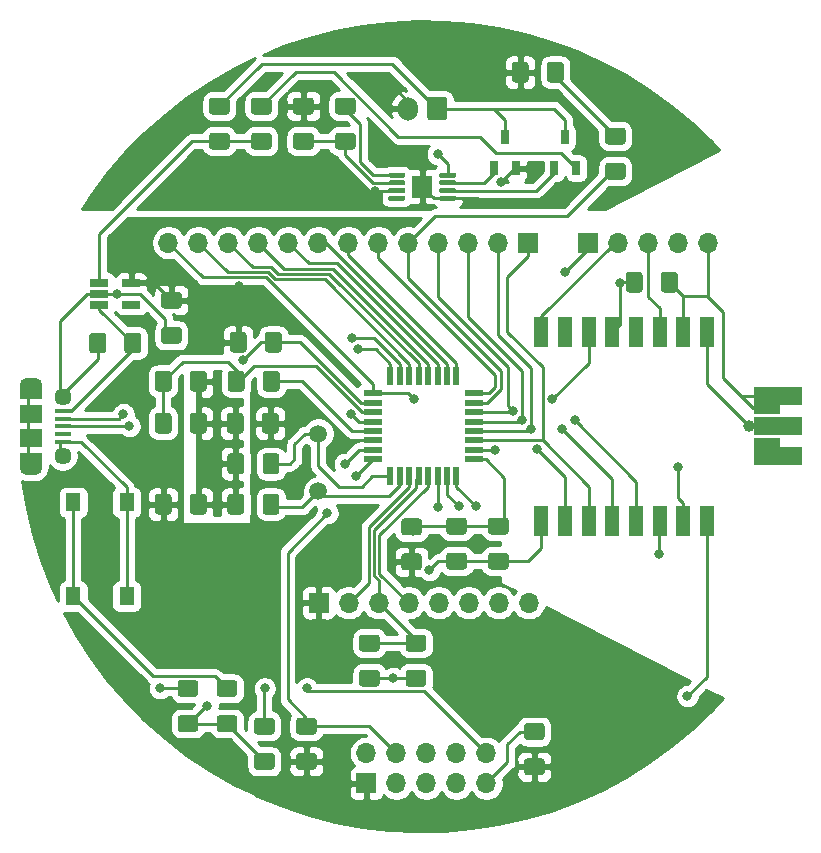
<source format=gtl>
G04 #@! TF.GenerationSoftware,KiCad,Pcbnew,5.1.6+dfsg1-1~bpo10+1*
G04 #@! TF.CreationDate,2020-09-28T12:24:49-04:00*
G04 #@! TF.ProjectId,board,626f6172-642e-46b6-9963-61645f706362,rev?*
G04 #@! TF.SameCoordinates,Original*
G04 #@! TF.FileFunction,Copper,L1,Top*
G04 #@! TF.FilePolarity,Positive*
%FSLAX46Y46*%
G04 Gerber Fmt 4.6, Leading zero omitted, Abs format (unit mm)*
G04 Created by KiCad (PCBNEW 5.1.6+dfsg1-1~bpo10+1) date 2020-09-28 12:24:49*
%MOMM*%
%LPD*%
G01*
G04 APERTURE LIST*
G04 #@! TA.AperFunction,SMDPad,CuDef*
%ADD10R,1.200000X2.500000*%
G04 #@! TD*
G04 #@! TA.AperFunction,SMDPad,CuDef*
%ADD11R,1.560000X0.650000*%
G04 #@! TD*
G04 #@! TA.AperFunction,SMDPad,CuDef*
%ADD12R,1.680000X1.880000*%
G04 #@! TD*
G04 #@! TA.AperFunction,ComponentPad*
%ADD13C,1.500000*%
G04 #@! TD*
G04 #@! TA.AperFunction,SMDPad,CuDef*
%ADD14R,0.650000X1.220000*%
G04 #@! TD*
G04 #@! TA.AperFunction,ComponentPad*
%ADD15O,1.700000X2.000000*%
G04 #@! TD*
G04 #@! TA.AperFunction,ComponentPad*
%ADD16O,1.700000X1.700000*%
G04 #@! TD*
G04 #@! TA.AperFunction,ComponentPad*
%ADD17R,1.700000X1.700000*%
G04 #@! TD*
G04 #@! TA.AperFunction,ComponentPad*
%ADD18C,1.000000*%
G04 #@! TD*
G04 #@! TA.AperFunction,SMDPad,CuDef*
%ADD19R,2.200000X1.050000*%
G04 #@! TD*
G04 #@! TA.AperFunction,SMDPad,CuDef*
%ADD20R,4.064000X1.524000*%
G04 #@! TD*
G04 #@! TA.AperFunction,SMDPad,CuDef*
%ADD21R,1.600000X0.550000*%
G04 #@! TD*
G04 #@! TA.AperFunction,SMDPad,CuDef*
%ADD22R,0.550000X1.600000*%
G04 #@! TD*
G04 #@! TA.AperFunction,SMDPad,CuDef*
%ADD23R,1.900000X1.200000*%
G04 #@! TD*
G04 #@! TA.AperFunction,ComponentPad*
%ADD24O,1.900000X1.200000*%
G04 #@! TD*
G04 #@! TA.AperFunction,SMDPad,CuDef*
%ADD25R,1.900000X1.500000*%
G04 #@! TD*
G04 #@! TA.AperFunction,ComponentPad*
%ADD26C,1.450000*%
G04 #@! TD*
G04 #@! TA.AperFunction,SMDPad,CuDef*
%ADD27R,1.350000X0.400000*%
G04 #@! TD*
G04 #@! TA.AperFunction,SMDPad,CuDef*
%ADD28R,1.300000X1.550000*%
G04 #@! TD*
G04 #@! TA.AperFunction,ViaPad*
%ADD29C,0.800000*%
G04 #@! TD*
G04 #@! TA.AperFunction,Conductor*
%ADD30C,0.250000*%
G04 #@! TD*
G04 #@! TA.AperFunction,Conductor*
%ADD31C,0.254000*%
G04 #@! TD*
G04 APERTURE END LIST*
D10*
X160000000Y-92000000D03*
X162000000Y-92000000D03*
X164000000Y-92000000D03*
X166000000Y-92000000D03*
X168000000Y-92000000D03*
X170000000Y-92000000D03*
X172000000Y-92000000D03*
X174000000Y-92000000D03*
X174000000Y-108000000D03*
X172000000Y-108000000D03*
X170000000Y-108000000D03*
X168000000Y-108000000D03*
X166000000Y-108000000D03*
X164000000Y-108000000D03*
X162000000Y-108000000D03*
X160000000Y-108000000D03*
D11*
X125268000Y-87846000D03*
X125268000Y-89746000D03*
X122568000Y-89746000D03*
X122568000Y-88796000D03*
X122568000Y-87846000D03*
D12*
X149912000Y-79718000D03*
G04 #@! TA.AperFunction,SMDPad,CuDef*
G36*
G01*
X151337000Y-78843000D02*
X151337000Y-78643000D01*
G75*
G02*
X151437000Y-78543000I100000J0D01*
G01*
X152687000Y-78543000D01*
G75*
G02*
X152787000Y-78643000I0J-100000D01*
G01*
X152787000Y-78843000D01*
G75*
G02*
X152687000Y-78943000I-100000J0D01*
G01*
X151437000Y-78943000D01*
G75*
G02*
X151337000Y-78843000I0J100000D01*
G01*
G37*
G04 #@! TD.AperFunction*
G04 #@! TA.AperFunction,SMDPad,CuDef*
G36*
G01*
X151337000Y-79493000D02*
X151337000Y-79293000D01*
G75*
G02*
X151437000Y-79193000I100000J0D01*
G01*
X152687000Y-79193000D01*
G75*
G02*
X152787000Y-79293000I0J-100000D01*
G01*
X152787000Y-79493000D01*
G75*
G02*
X152687000Y-79593000I-100000J0D01*
G01*
X151437000Y-79593000D01*
G75*
G02*
X151337000Y-79493000I0J100000D01*
G01*
G37*
G04 #@! TD.AperFunction*
G04 #@! TA.AperFunction,SMDPad,CuDef*
G36*
G01*
X151337000Y-80143000D02*
X151337000Y-79943000D01*
G75*
G02*
X151437000Y-79843000I100000J0D01*
G01*
X152687000Y-79843000D01*
G75*
G02*
X152787000Y-79943000I0J-100000D01*
G01*
X152787000Y-80143000D01*
G75*
G02*
X152687000Y-80243000I-100000J0D01*
G01*
X151437000Y-80243000D01*
G75*
G02*
X151337000Y-80143000I0J100000D01*
G01*
G37*
G04 #@! TD.AperFunction*
G04 #@! TA.AperFunction,SMDPad,CuDef*
G36*
G01*
X151337000Y-80793000D02*
X151337000Y-80593000D01*
G75*
G02*
X151437000Y-80493000I100000J0D01*
G01*
X152687000Y-80493000D01*
G75*
G02*
X152787000Y-80593000I0J-100000D01*
G01*
X152787000Y-80793000D01*
G75*
G02*
X152687000Y-80893000I-100000J0D01*
G01*
X151437000Y-80893000D01*
G75*
G02*
X151337000Y-80793000I0J100000D01*
G01*
G37*
G04 #@! TD.AperFunction*
G04 #@! TA.AperFunction,SMDPad,CuDef*
G36*
G01*
X147037000Y-80793000D02*
X147037000Y-80593000D01*
G75*
G02*
X147137000Y-80493000I100000J0D01*
G01*
X148387000Y-80493000D01*
G75*
G02*
X148487000Y-80593000I0J-100000D01*
G01*
X148487000Y-80793000D01*
G75*
G02*
X148387000Y-80893000I-100000J0D01*
G01*
X147137000Y-80893000D01*
G75*
G02*
X147037000Y-80793000I0J100000D01*
G01*
G37*
G04 #@! TD.AperFunction*
G04 #@! TA.AperFunction,SMDPad,CuDef*
G36*
G01*
X147037000Y-80143000D02*
X147037000Y-79943000D01*
G75*
G02*
X147137000Y-79843000I100000J0D01*
G01*
X148387000Y-79843000D01*
G75*
G02*
X148487000Y-79943000I0J-100000D01*
G01*
X148487000Y-80143000D01*
G75*
G02*
X148387000Y-80243000I-100000J0D01*
G01*
X147137000Y-80243000D01*
G75*
G02*
X147037000Y-80143000I0J100000D01*
G01*
G37*
G04 #@! TD.AperFunction*
G04 #@! TA.AperFunction,SMDPad,CuDef*
G36*
G01*
X147037000Y-79493000D02*
X147037000Y-79293000D01*
G75*
G02*
X147137000Y-79193000I100000J0D01*
G01*
X148387000Y-79193000D01*
G75*
G02*
X148487000Y-79293000I0J-100000D01*
G01*
X148487000Y-79493000D01*
G75*
G02*
X148387000Y-79593000I-100000J0D01*
G01*
X147137000Y-79593000D01*
G75*
G02*
X147037000Y-79493000I0J100000D01*
G01*
G37*
G04 #@! TD.AperFunction*
G04 #@! TA.AperFunction,SMDPad,CuDef*
G36*
G01*
X147037000Y-78843000D02*
X147037000Y-78643000D01*
G75*
G02*
X147137000Y-78543000I100000J0D01*
G01*
X148387000Y-78543000D01*
G75*
G02*
X148487000Y-78643000I0J-100000D01*
G01*
X148487000Y-78843000D01*
G75*
G02*
X148387000Y-78943000I-100000J0D01*
G01*
X147137000Y-78943000D01*
G75*
G02*
X147037000Y-78843000I0J100000D01*
G01*
G37*
G04 #@! TD.AperFunction*
G04 #@! TA.AperFunction,SMDPad,CuDef*
G36*
G01*
X132103000Y-75157500D02*
X133353000Y-75157500D01*
G75*
G02*
X133603000Y-75407500I0J-250000D01*
G01*
X133603000Y-76332500D01*
G75*
G02*
X133353000Y-76582500I-250000J0D01*
G01*
X132103000Y-76582500D01*
G75*
G02*
X131853000Y-76332500I0J250000D01*
G01*
X131853000Y-75407500D01*
G75*
G02*
X132103000Y-75157500I250000J0D01*
G01*
G37*
G04 #@! TD.AperFunction*
G04 #@! TA.AperFunction,SMDPad,CuDef*
G36*
G01*
X132103000Y-72182500D02*
X133353000Y-72182500D01*
G75*
G02*
X133603000Y-72432500I0J-250000D01*
G01*
X133603000Y-73357500D01*
G75*
G02*
X133353000Y-73607500I-250000J0D01*
G01*
X132103000Y-73607500D01*
G75*
G02*
X131853000Y-73357500I0J250000D01*
G01*
X131853000Y-72432500D01*
G75*
G02*
X132103000Y-72182500I250000J0D01*
G01*
G37*
G04 #@! TD.AperFunction*
D13*
X141110000Y-105515000D03*
X141110000Y-100635000D03*
G04 #@! TA.AperFunction,SMDPad,CuDef*
G36*
G01*
X166881000Y-76147500D02*
X165631000Y-76147500D01*
G75*
G02*
X165381000Y-75897500I0J250000D01*
G01*
X165381000Y-74972500D01*
G75*
G02*
X165631000Y-74722500I250000J0D01*
G01*
X166881000Y-74722500D01*
G75*
G02*
X167131000Y-74972500I0J-250000D01*
G01*
X167131000Y-75897500D01*
G75*
G02*
X166881000Y-76147500I-250000J0D01*
G01*
G37*
G04 #@! TD.AperFunction*
G04 #@! TA.AperFunction,SMDPad,CuDef*
G36*
G01*
X166881000Y-79122500D02*
X165631000Y-79122500D01*
G75*
G02*
X165381000Y-78872500I0J250000D01*
G01*
X165381000Y-77947500D01*
G75*
G02*
X165631000Y-77697500I250000J0D01*
G01*
X166881000Y-77697500D01*
G75*
G02*
X167131000Y-77947500I0J-250000D01*
G01*
X167131000Y-78872500D01*
G75*
G02*
X166881000Y-79122500I-250000J0D01*
G01*
G37*
G04 #@! TD.AperFunction*
G04 #@! TA.AperFunction,SMDPad,CuDef*
G36*
G01*
X135913000Y-127662500D02*
X137163000Y-127662500D01*
G75*
G02*
X137413000Y-127912500I0J-250000D01*
G01*
X137413000Y-128837500D01*
G75*
G02*
X137163000Y-129087500I-250000J0D01*
G01*
X135913000Y-129087500D01*
G75*
G02*
X135663000Y-128837500I0J250000D01*
G01*
X135663000Y-127912500D01*
G75*
G02*
X135913000Y-127662500I250000J0D01*
G01*
G37*
G04 #@! TD.AperFunction*
G04 #@! TA.AperFunction,SMDPad,CuDef*
G36*
G01*
X135913000Y-124687500D02*
X137163000Y-124687500D01*
G75*
G02*
X137413000Y-124937500I0J-250000D01*
G01*
X137413000Y-125862500D01*
G75*
G02*
X137163000Y-126112500I-250000J0D01*
G01*
X135913000Y-126112500D01*
G75*
G02*
X135663000Y-125862500I0J250000D01*
G01*
X135663000Y-124937500D01*
G75*
G02*
X135913000Y-124687500I250000J0D01*
G01*
G37*
G04 #@! TD.AperFunction*
G04 #@! TA.AperFunction,SMDPad,CuDef*
G36*
G01*
X155725000Y-110717500D02*
X156975000Y-110717500D01*
G75*
G02*
X157225000Y-110967500I0J-250000D01*
G01*
X157225000Y-111892500D01*
G75*
G02*
X156975000Y-112142500I-250000J0D01*
G01*
X155725000Y-112142500D01*
G75*
G02*
X155475000Y-111892500I0J250000D01*
G01*
X155475000Y-110967500D01*
G75*
G02*
X155725000Y-110717500I250000J0D01*
G01*
G37*
G04 #@! TD.AperFunction*
G04 #@! TA.AperFunction,SMDPad,CuDef*
G36*
G01*
X155725000Y-107742500D02*
X156975000Y-107742500D01*
G75*
G02*
X157225000Y-107992500I0J-250000D01*
G01*
X157225000Y-108917500D01*
G75*
G02*
X156975000Y-109167500I-250000J0D01*
G01*
X155725000Y-109167500D01*
G75*
G02*
X155475000Y-108917500I0J250000D01*
G01*
X155475000Y-107992500D01*
G75*
G02*
X155725000Y-107742500I250000J0D01*
G01*
G37*
G04 #@! TD.AperFunction*
G04 #@! TA.AperFunction,SMDPad,CuDef*
G36*
G01*
X140465000Y-73607500D02*
X139215000Y-73607500D01*
G75*
G02*
X138965000Y-73357500I0J250000D01*
G01*
X138965000Y-72432500D01*
G75*
G02*
X139215000Y-72182500I250000J0D01*
G01*
X140465000Y-72182500D01*
G75*
G02*
X140715000Y-72432500I0J-250000D01*
G01*
X140715000Y-73357500D01*
G75*
G02*
X140465000Y-73607500I-250000J0D01*
G01*
G37*
G04 #@! TD.AperFunction*
G04 #@! TA.AperFunction,SMDPad,CuDef*
G36*
G01*
X140465000Y-76582500D02*
X139215000Y-76582500D01*
G75*
G02*
X138965000Y-76332500I0J250000D01*
G01*
X138965000Y-75407500D01*
G75*
G02*
X139215000Y-75157500I250000J0D01*
G01*
X140465000Y-75157500D01*
G75*
G02*
X140715000Y-75407500I0J-250000D01*
G01*
X140715000Y-76332500D01*
G75*
G02*
X140465000Y-76582500I-250000J0D01*
G01*
G37*
G04 #@! TD.AperFunction*
G04 #@! TA.AperFunction,SMDPad,CuDef*
G36*
G01*
X144021000Y-73607500D02*
X142771000Y-73607500D01*
G75*
G02*
X142521000Y-73357500I0J250000D01*
G01*
X142521000Y-72432500D01*
G75*
G02*
X142771000Y-72182500I250000J0D01*
G01*
X144021000Y-72182500D01*
G75*
G02*
X144271000Y-72432500I0J-250000D01*
G01*
X144271000Y-73357500D01*
G75*
G02*
X144021000Y-73607500I-250000J0D01*
G01*
G37*
G04 #@! TD.AperFunction*
G04 #@! TA.AperFunction,SMDPad,CuDef*
G36*
G01*
X144021000Y-76582500D02*
X142771000Y-76582500D01*
G75*
G02*
X142521000Y-76332500I0J250000D01*
G01*
X142521000Y-75407500D01*
G75*
G02*
X142771000Y-75157500I250000J0D01*
G01*
X144021000Y-75157500D01*
G75*
G02*
X144271000Y-75407500I0J-250000D01*
G01*
X144271000Y-76332500D01*
G75*
G02*
X144021000Y-76582500I-250000J0D01*
G01*
G37*
G04 #@! TD.AperFunction*
G04 #@! TA.AperFunction,SMDPad,CuDef*
G36*
G01*
X136587500Y-93513000D02*
X136587500Y-92263000D01*
G75*
G02*
X136837500Y-92013000I250000J0D01*
G01*
X137762500Y-92013000D01*
G75*
G02*
X138012500Y-92263000I0J-250000D01*
G01*
X138012500Y-93513000D01*
G75*
G02*
X137762500Y-93763000I-250000J0D01*
G01*
X136837500Y-93763000D01*
G75*
G02*
X136587500Y-93513000I0J250000D01*
G01*
G37*
G04 #@! TD.AperFunction*
G04 #@! TA.AperFunction,SMDPad,CuDef*
G36*
G01*
X133612500Y-93513000D02*
X133612500Y-92263000D01*
G75*
G02*
X133862500Y-92013000I250000J0D01*
G01*
X134787500Y-92013000D01*
G75*
G02*
X135037500Y-92263000I0J-250000D01*
G01*
X135037500Y-93513000D01*
G75*
G02*
X134787500Y-93763000I-250000J0D01*
G01*
X133862500Y-93763000D01*
G75*
G02*
X133612500Y-93513000I0J250000D01*
G01*
G37*
G04 #@! TD.AperFunction*
G04 #@! TA.AperFunction,SMDPad,CuDef*
G36*
G01*
X123139200Y-92339200D02*
X123139200Y-93589200D01*
G75*
G02*
X122889200Y-93839200I-250000J0D01*
G01*
X121964200Y-93839200D01*
G75*
G02*
X121714200Y-93589200I0J250000D01*
G01*
X121714200Y-92339200D01*
G75*
G02*
X121964200Y-92089200I250000J0D01*
G01*
X122889200Y-92089200D01*
G75*
G02*
X123139200Y-92339200I0J-250000D01*
G01*
G37*
G04 #@! TD.AperFunction*
G04 #@! TA.AperFunction,SMDPad,CuDef*
G36*
G01*
X126114200Y-92339200D02*
X126114200Y-93589200D01*
G75*
G02*
X125864200Y-93839200I-250000J0D01*
G01*
X124939200Y-93839200D01*
G75*
G02*
X124689200Y-93589200I0J250000D01*
G01*
X124689200Y-92339200D01*
G75*
G02*
X124939200Y-92089200I250000J0D01*
G01*
X125864200Y-92089200D01*
G75*
G02*
X126114200Y-92339200I0J-250000D01*
G01*
G37*
G04 #@! TD.AperFunction*
G04 #@! TA.AperFunction,SMDPad,CuDef*
G36*
G01*
X160023000Y-126566500D02*
X158773000Y-126566500D01*
G75*
G02*
X158523000Y-126316500I0J250000D01*
G01*
X158523000Y-125391500D01*
G75*
G02*
X158773000Y-125141500I250000J0D01*
G01*
X160023000Y-125141500D01*
G75*
G02*
X160273000Y-125391500I0J-250000D01*
G01*
X160273000Y-126316500D01*
G75*
G02*
X160023000Y-126566500I-250000J0D01*
G01*
G37*
G04 #@! TD.AperFunction*
G04 #@! TA.AperFunction,SMDPad,CuDef*
G36*
G01*
X160023000Y-129541500D02*
X158773000Y-129541500D01*
G75*
G02*
X158523000Y-129291500I0J250000D01*
G01*
X158523000Y-128366500D01*
G75*
G02*
X158773000Y-128116500I250000J0D01*
G01*
X160023000Y-128116500D01*
G75*
G02*
X160273000Y-128366500I0J-250000D01*
G01*
X160273000Y-129291500D01*
G75*
G02*
X160023000Y-129541500I-250000J0D01*
G01*
G37*
G04 #@! TD.AperFunction*
G04 #@! TA.AperFunction,SMDPad,CuDef*
G36*
G01*
X160463500Y-70653000D02*
X160463500Y-69403000D01*
G75*
G02*
X160713500Y-69153000I250000J0D01*
G01*
X161638500Y-69153000D01*
G75*
G02*
X161888500Y-69403000I0J-250000D01*
G01*
X161888500Y-70653000D01*
G75*
G02*
X161638500Y-70903000I-250000J0D01*
G01*
X160713500Y-70903000D01*
G75*
G02*
X160463500Y-70653000I0J250000D01*
G01*
G37*
G04 #@! TD.AperFunction*
G04 #@! TA.AperFunction,SMDPad,CuDef*
G36*
G01*
X157488500Y-70653000D02*
X157488500Y-69403000D01*
G75*
G02*
X157738500Y-69153000I250000J0D01*
G01*
X158663500Y-69153000D01*
G75*
G02*
X158913500Y-69403000I0J-250000D01*
G01*
X158913500Y-70653000D01*
G75*
G02*
X158663500Y-70903000I-250000J0D01*
G01*
X157738500Y-70903000D01*
G75*
G02*
X157488500Y-70653000I0J250000D01*
G01*
G37*
G04 #@! TD.AperFunction*
G04 #@! TA.AperFunction,SMDPad,CuDef*
G36*
G01*
X152185000Y-110717500D02*
X153435000Y-110717500D01*
G75*
G02*
X153685000Y-110967500I0J-250000D01*
G01*
X153685000Y-111892500D01*
G75*
G02*
X153435000Y-112142500I-250000J0D01*
G01*
X152185000Y-112142500D01*
G75*
G02*
X151935000Y-111892500I0J250000D01*
G01*
X151935000Y-110967500D01*
G75*
G02*
X152185000Y-110717500I250000J0D01*
G01*
G37*
G04 #@! TD.AperFunction*
G04 #@! TA.AperFunction,SMDPad,CuDef*
G36*
G01*
X152185000Y-107742500D02*
X153435000Y-107742500D01*
G75*
G02*
X153685000Y-107992500I0J-250000D01*
G01*
X153685000Y-108917500D01*
G75*
G02*
X153435000Y-109167500I-250000J0D01*
G01*
X152185000Y-109167500D01*
G75*
G02*
X151935000Y-108917500I0J250000D01*
G01*
X151935000Y-107992500D01*
G75*
G02*
X152185000Y-107742500I250000J0D01*
G01*
G37*
G04 #@! TD.AperFunction*
G04 #@! TA.AperFunction,SMDPad,CuDef*
G36*
G01*
X136909000Y-73607500D02*
X135659000Y-73607500D01*
G75*
G02*
X135409000Y-73357500I0J250000D01*
G01*
X135409000Y-72432500D01*
G75*
G02*
X135659000Y-72182500I250000J0D01*
G01*
X136909000Y-72182500D01*
G75*
G02*
X137159000Y-72432500I0J-250000D01*
G01*
X137159000Y-73357500D01*
G75*
G02*
X136909000Y-73607500I-250000J0D01*
G01*
G37*
G04 #@! TD.AperFunction*
G04 #@! TA.AperFunction,SMDPad,CuDef*
G36*
G01*
X136909000Y-76582500D02*
X135659000Y-76582500D01*
G75*
G02*
X135409000Y-76332500I0J250000D01*
G01*
X135409000Y-75407500D01*
G75*
G02*
X135659000Y-75157500I250000J0D01*
G01*
X136909000Y-75157500D01*
G75*
G02*
X137159000Y-75407500I0J-250000D01*
G01*
X137159000Y-76332500D01*
G75*
G02*
X136909000Y-76582500I-250000J0D01*
G01*
G37*
G04 #@! TD.AperFunction*
G04 #@! TA.AperFunction,SMDPad,CuDef*
G36*
G01*
X136387500Y-107229000D02*
X136387500Y-105979000D01*
G75*
G02*
X136637500Y-105729000I250000J0D01*
G01*
X137562500Y-105729000D01*
G75*
G02*
X137812500Y-105979000I0J-250000D01*
G01*
X137812500Y-107229000D01*
G75*
G02*
X137562500Y-107479000I-250000J0D01*
G01*
X136637500Y-107479000D01*
G75*
G02*
X136387500Y-107229000I0J250000D01*
G01*
G37*
G04 #@! TD.AperFunction*
G04 #@! TA.AperFunction,SMDPad,CuDef*
G36*
G01*
X133412500Y-107229000D02*
X133412500Y-105979000D01*
G75*
G02*
X133662500Y-105729000I250000J0D01*
G01*
X134587500Y-105729000D01*
G75*
G02*
X134837500Y-105979000I0J-250000D01*
G01*
X134837500Y-107229000D01*
G75*
G02*
X134587500Y-107479000I-250000J0D01*
G01*
X133662500Y-107479000D01*
G75*
G02*
X133412500Y-107229000I0J250000D01*
G01*
G37*
G04 #@! TD.AperFunction*
G04 #@! TA.AperFunction,SMDPad,CuDef*
G36*
G01*
X148740000Y-120623500D02*
X149990000Y-120623500D01*
G75*
G02*
X150240000Y-120873500I0J-250000D01*
G01*
X150240000Y-121798500D01*
G75*
G02*
X149990000Y-122048500I-250000J0D01*
G01*
X148740000Y-122048500D01*
G75*
G02*
X148490000Y-121798500I0J250000D01*
G01*
X148490000Y-120873500D01*
G75*
G02*
X148740000Y-120623500I250000J0D01*
G01*
G37*
G04 #@! TD.AperFunction*
G04 #@! TA.AperFunction,SMDPad,CuDef*
G36*
G01*
X148740000Y-117648500D02*
X149990000Y-117648500D01*
G75*
G02*
X150240000Y-117898500I0J-250000D01*
G01*
X150240000Y-118823500D01*
G75*
G02*
X149990000Y-119073500I-250000J0D01*
G01*
X148740000Y-119073500D01*
G75*
G02*
X148490000Y-118823500I0J250000D01*
G01*
X148490000Y-117898500D01*
G75*
G02*
X148740000Y-117648500I250000J0D01*
G01*
G37*
G04 #@! TD.AperFunction*
G04 #@! TA.AperFunction,SMDPad,CuDef*
G36*
G01*
X130237500Y-107229000D02*
X130237500Y-105979000D01*
G75*
G02*
X130487500Y-105729000I250000J0D01*
G01*
X131412500Y-105729000D01*
G75*
G02*
X131662500Y-105979000I0J-250000D01*
G01*
X131662500Y-107229000D01*
G75*
G02*
X131412500Y-107479000I-250000J0D01*
G01*
X130487500Y-107479000D01*
G75*
G02*
X130237500Y-107229000I0J250000D01*
G01*
G37*
G04 #@! TD.AperFunction*
G04 #@! TA.AperFunction,SMDPad,CuDef*
G36*
G01*
X127262500Y-107229000D02*
X127262500Y-105979000D01*
G75*
G02*
X127512500Y-105729000I250000J0D01*
G01*
X128437500Y-105729000D01*
G75*
G02*
X128687500Y-105979000I0J-250000D01*
G01*
X128687500Y-107229000D01*
G75*
G02*
X128437500Y-107479000I-250000J0D01*
G01*
X127512500Y-107479000D01*
G75*
G02*
X127262500Y-107229000I0J250000D01*
G01*
G37*
G04 #@! TD.AperFunction*
G04 #@! TA.AperFunction,SMDPad,CuDef*
G36*
G01*
X140719000Y-126112500D02*
X139469000Y-126112500D01*
G75*
G02*
X139219000Y-125862500I0J250000D01*
G01*
X139219000Y-124937500D01*
G75*
G02*
X139469000Y-124687500I250000J0D01*
G01*
X140719000Y-124687500D01*
G75*
G02*
X140969000Y-124937500I0J-250000D01*
G01*
X140969000Y-125862500D01*
G75*
G02*
X140719000Y-126112500I-250000J0D01*
G01*
G37*
G04 #@! TD.AperFunction*
G04 #@! TA.AperFunction,SMDPad,CuDef*
G36*
G01*
X140719000Y-129087500D02*
X139469000Y-129087500D01*
G75*
G02*
X139219000Y-128837500I0J250000D01*
G01*
X139219000Y-127912500D01*
G75*
G02*
X139469000Y-127662500I250000J0D01*
G01*
X140719000Y-127662500D01*
G75*
G02*
X140969000Y-127912500I0J-250000D01*
G01*
X140969000Y-128837500D01*
G75*
G02*
X140719000Y-129087500I-250000J0D01*
G01*
G37*
G04 #@! TD.AperFunction*
G04 #@! TA.AperFunction,SMDPad,CuDef*
G36*
G01*
X134783500Y-99121000D02*
X134783500Y-100371000D01*
G75*
G02*
X134533500Y-100621000I-250000J0D01*
G01*
X133608500Y-100621000D01*
G75*
G02*
X133358500Y-100371000I0J250000D01*
G01*
X133358500Y-99121000D01*
G75*
G02*
X133608500Y-98871000I250000J0D01*
G01*
X134533500Y-98871000D01*
G75*
G02*
X134783500Y-99121000I0J-250000D01*
G01*
G37*
G04 #@! TD.AperFunction*
G04 #@! TA.AperFunction,SMDPad,CuDef*
G36*
G01*
X137758500Y-99121000D02*
X137758500Y-100371000D01*
G75*
G02*
X137508500Y-100621000I-250000J0D01*
G01*
X136583500Y-100621000D01*
G75*
G02*
X136333500Y-100371000I0J250000D01*
G01*
X136333500Y-99121000D01*
G75*
G02*
X136583500Y-98871000I250000J0D01*
G01*
X137508500Y-98871000D01*
G75*
G02*
X137758500Y-99121000I0J-250000D01*
G01*
G37*
G04 #@! TD.AperFunction*
D14*
X156924000Y-75536000D03*
X157874000Y-78156000D03*
X155974000Y-78156000D03*
G04 #@! TA.AperFunction,SMDPad,CuDef*
G36*
G01*
X128039000Y-91594500D02*
X129289000Y-91594500D01*
G75*
G02*
X129539000Y-91844500I0J-250000D01*
G01*
X129539000Y-92769500D01*
G75*
G02*
X129289000Y-93019500I-250000J0D01*
G01*
X128039000Y-93019500D01*
G75*
G02*
X127789000Y-92769500I0J250000D01*
G01*
X127789000Y-91844500D01*
G75*
G02*
X128039000Y-91594500I250000J0D01*
G01*
G37*
G04 #@! TD.AperFunction*
G04 #@! TA.AperFunction,SMDPad,CuDef*
G36*
G01*
X128039000Y-88619500D02*
X129289000Y-88619500D01*
G75*
G02*
X129539000Y-88869500I0J-250000D01*
G01*
X129539000Y-89794500D01*
G75*
G02*
X129289000Y-90044500I-250000J0D01*
G01*
X128039000Y-90044500D01*
G75*
G02*
X127789000Y-89794500I0J250000D01*
G01*
X127789000Y-88869500D01*
G75*
G02*
X128039000Y-88619500I250000J0D01*
G01*
G37*
G04 #@! TD.AperFunction*
X162004000Y-75536000D03*
X162954000Y-78156000D03*
X161054000Y-78156000D03*
G04 #@! TA.AperFunction,SMDPad,CuDef*
G36*
G01*
X136387500Y-103800000D02*
X136387500Y-102550000D01*
G75*
G02*
X136637500Y-102300000I250000J0D01*
G01*
X137562500Y-102300000D01*
G75*
G02*
X137812500Y-102550000I0J-250000D01*
G01*
X137812500Y-103800000D01*
G75*
G02*
X137562500Y-104050000I-250000J0D01*
G01*
X136637500Y-104050000D01*
G75*
G02*
X136387500Y-103800000I0J250000D01*
G01*
G37*
G04 #@! TD.AperFunction*
G04 #@! TA.AperFunction,SMDPad,CuDef*
G36*
G01*
X133412500Y-103800000D02*
X133412500Y-102550000D01*
G75*
G02*
X133662500Y-102300000I250000J0D01*
G01*
X134587500Y-102300000D01*
G75*
G02*
X134837500Y-102550000I0J-250000D01*
G01*
X134837500Y-103800000D01*
G75*
G02*
X134587500Y-104050000I-250000J0D01*
G01*
X133662500Y-104050000D01*
G75*
G02*
X133412500Y-103800000I0J250000D01*
G01*
G37*
G04 #@! TD.AperFunction*
G04 #@! TA.AperFunction,SMDPad,CuDef*
G36*
G01*
X133988000Y-122908900D02*
X132738000Y-122908900D01*
G75*
G02*
X132488000Y-122658900I0J250000D01*
G01*
X132488000Y-121733900D01*
G75*
G02*
X132738000Y-121483900I250000J0D01*
G01*
X133988000Y-121483900D01*
G75*
G02*
X134238000Y-121733900I0J-250000D01*
G01*
X134238000Y-122658900D01*
G75*
G02*
X133988000Y-122908900I-250000J0D01*
G01*
G37*
G04 #@! TD.AperFunction*
G04 #@! TA.AperFunction,SMDPad,CuDef*
G36*
G01*
X133988000Y-125883900D02*
X132738000Y-125883900D01*
G75*
G02*
X132488000Y-125633900I0J250000D01*
G01*
X132488000Y-124708900D01*
G75*
G02*
X132738000Y-124458900I250000J0D01*
G01*
X133988000Y-124458900D01*
G75*
G02*
X134238000Y-124708900I0J-250000D01*
G01*
X134238000Y-125633900D01*
G75*
G02*
X133988000Y-125883900I-250000J0D01*
G01*
G37*
G04 #@! TD.AperFunction*
G04 #@! TA.AperFunction,SMDPad,CuDef*
G36*
G01*
X144803000Y-120623500D02*
X146053000Y-120623500D01*
G75*
G02*
X146303000Y-120873500I0J-250000D01*
G01*
X146303000Y-121798500D01*
G75*
G02*
X146053000Y-122048500I-250000J0D01*
G01*
X144803000Y-122048500D01*
G75*
G02*
X144553000Y-121798500I0J250000D01*
G01*
X144553000Y-120873500D01*
G75*
G02*
X144803000Y-120623500I250000J0D01*
G01*
G37*
G04 #@! TD.AperFunction*
G04 #@! TA.AperFunction,SMDPad,CuDef*
G36*
G01*
X144803000Y-117648500D02*
X146053000Y-117648500D01*
G75*
G02*
X146303000Y-117898500I0J-250000D01*
G01*
X146303000Y-118823500D01*
G75*
G02*
X146053000Y-119073500I-250000J0D01*
G01*
X144803000Y-119073500D01*
G75*
G02*
X144553000Y-118823500I0J250000D01*
G01*
X144553000Y-117898500D01*
G75*
G02*
X144803000Y-117648500I250000J0D01*
G01*
G37*
G04 #@! TD.AperFunction*
G04 #@! TA.AperFunction,SMDPad,CuDef*
G36*
G01*
X130237500Y-96815000D02*
X130237500Y-95565000D01*
G75*
G02*
X130487500Y-95315000I250000J0D01*
G01*
X131412500Y-95315000D01*
G75*
G02*
X131662500Y-95565000I0J-250000D01*
G01*
X131662500Y-96815000D01*
G75*
G02*
X131412500Y-97065000I-250000J0D01*
G01*
X130487500Y-97065000D01*
G75*
G02*
X130237500Y-96815000I0J250000D01*
G01*
G37*
G04 #@! TD.AperFunction*
G04 #@! TA.AperFunction,SMDPad,CuDef*
G36*
G01*
X127262500Y-96815000D02*
X127262500Y-95565000D01*
G75*
G02*
X127512500Y-95315000I250000J0D01*
G01*
X128437500Y-95315000D01*
G75*
G02*
X128687500Y-95565000I0J-250000D01*
G01*
X128687500Y-96815000D01*
G75*
G02*
X128437500Y-97065000I-250000J0D01*
G01*
X127512500Y-97065000D01*
G75*
G02*
X127262500Y-96815000I0J250000D01*
G01*
G37*
G04 #@! TD.AperFunction*
G04 #@! TA.AperFunction,SMDPad,CuDef*
G36*
G01*
X130237500Y-100371000D02*
X130237500Y-99121000D01*
G75*
G02*
X130487500Y-98871000I250000J0D01*
G01*
X131412500Y-98871000D01*
G75*
G02*
X131662500Y-99121000I0J-250000D01*
G01*
X131662500Y-100371000D01*
G75*
G02*
X131412500Y-100621000I-250000J0D01*
G01*
X130487500Y-100621000D01*
G75*
G02*
X130237500Y-100371000I0J250000D01*
G01*
G37*
G04 #@! TD.AperFunction*
G04 #@! TA.AperFunction,SMDPad,CuDef*
G36*
G01*
X127262500Y-100371000D02*
X127262500Y-99121000D01*
G75*
G02*
X127512500Y-98871000I250000J0D01*
G01*
X128437500Y-98871000D01*
G75*
G02*
X128687500Y-99121000I0J-250000D01*
G01*
X128687500Y-100371000D01*
G75*
G02*
X128437500Y-100621000I-250000J0D01*
G01*
X127512500Y-100621000D01*
G75*
G02*
X127262500Y-100371000I0J250000D01*
G01*
G37*
G04 #@! TD.AperFunction*
G04 #@! TA.AperFunction,SMDPad,CuDef*
G36*
G01*
X170115500Y-88433000D02*
X170115500Y-87183000D01*
G75*
G02*
X170365500Y-86933000I250000J0D01*
G01*
X171290500Y-86933000D01*
G75*
G02*
X171540500Y-87183000I0J-250000D01*
G01*
X171540500Y-88433000D01*
G75*
G02*
X171290500Y-88683000I-250000J0D01*
G01*
X170365500Y-88683000D01*
G75*
G02*
X170115500Y-88433000I0J250000D01*
G01*
G37*
G04 #@! TD.AperFunction*
G04 #@! TA.AperFunction,SMDPad,CuDef*
G36*
G01*
X167140500Y-88433000D02*
X167140500Y-87183000D01*
G75*
G02*
X167390500Y-86933000I250000J0D01*
G01*
X168315500Y-86933000D01*
G75*
G02*
X168565500Y-87183000I0J-250000D01*
G01*
X168565500Y-88433000D01*
G75*
G02*
X168315500Y-88683000I-250000J0D01*
G01*
X167390500Y-88683000D01*
G75*
G02*
X167140500Y-88433000I0J250000D01*
G01*
G37*
G04 #@! TD.AperFunction*
G04 #@! TA.AperFunction,SMDPad,CuDef*
G36*
G01*
X130686000Y-122908900D02*
X129436000Y-122908900D01*
G75*
G02*
X129186000Y-122658900I0J250000D01*
G01*
X129186000Y-121733900D01*
G75*
G02*
X129436000Y-121483900I250000J0D01*
G01*
X130686000Y-121483900D01*
G75*
G02*
X130936000Y-121733900I0J-250000D01*
G01*
X130936000Y-122658900D01*
G75*
G02*
X130686000Y-122908900I-250000J0D01*
G01*
G37*
G04 #@! TD.AperFunction*
G04 #@! TA.AperFunction,SMDPad,CuDef*
G36*
G01*
X130686000Y-125883900D02*
X129436000Y-125883900D01*
G75*
G02*
X129186000Y-125633900I0J250000D01*
G01*
X129186000Y-124708900D01*
G75*
G02*
X129436000Y-124458900I250000J0D01*
G01*
X130686000Y-124458900D01*
G75*
G02*
X130936000Y-124708900I0J-250000D01*
G01*
X130936000Y-125633900D01*
G75*
G02*
X130686000Y-125883900I-250000J0D01*
G01*
G37*
G04 #@! TD.AperFunction*
D15*
X148668400Y-73101400D03*
G04 #@! TA.AperFunction,ComponentPad*
G36*
G01*
X152018400Y-72351400D02*
X152018400Y-73851400D01*
G75*
G02*
X151768400Y-74101400I-250000J0D01*
G01*
X150568400Y-74101400D01*
G75*
G02*
X150318400Y-73851400I0J250000D01*
G01*
X150318400Y-72351400D01*
G75*
G02*
X150568400Y-72101400I250000J0D01*
G01*
X151768400Y-72101400D01*
G75*
G02*
X152018400Y-72351400I0J-250000D01*
G01*
G37*
G04 #@! TD.AperFunction*
D16*
X155334000Y-127686000D03*
X155334000Y-130226000D03*
X152794000Y-127686000D03*
X152794000Y-130226000D03*
X150254000Y-127686000D03*
X150254000Y-130226000D03*
X147714000Y-127686000D03*
X147714000Y-130226000D03*
X145174000Y-127686000D03*
D17*
X145174000Y-130226000D03*
D16*
X128422400Y-84460000D03*
X130962400Y-84460000D03*
X133502400Y-84460000D03*
X136042400Y-84460000D03*
X138582400Y-84460000D03*
X141122400Y-84460000D03*
X143662400Y-84460000D03*
X146202400Y-84460000D03*
X148742400Y-84460000D03*
X151282400Y-84460000D03*
X153822400Y-84460000D03*
X156362400Y-84460000D03*
D17*
X158902400Y-84460000D03*
D18*
X177550000Y-100000000D03*
D19*
X179070000Y-98470000D03*
X179070000Y-101530000D03*
D20*
X180000000Y-100000000D03*
X180000000Y-97460000D03*
X180000000Y-102540000D03*
D21*
X145750000Y-102800000D03*
X145750000Y-102000000D03*
X145750000Y-101200000D03*
X145750000Y-100400000D03*
X145750000Y-99600000D03*
X145750000Y-98800000D03*
X145750000Y-98000000D03*
X145750000Y-97200000D03*
D22*
X147200000Y-95750000D03*
X148000000Y-95750000D03*
X148800000Y-95750000D03*
X149600000Y-95750000D03*
X150400000Y-95750000D03*
X151200000Y-95750000D03*
X152000000Y-95750000D03*
X152800000Y-95750000D03*
D21*
X154250000Y-97200000D03*
X154250000Y-98000000D03*
X154250000Y-98800000D03*
X154250000Y-99600000D03*
X154250000Y-100400000D03*
X154250000Y-101200000D03*
X154250000Y-102000000D03*
X154250000Y-102800000D03*
D22*
X152800000Y-104250000D03*
X152000000Y-104250000D03*
X151200000Y-104250000D03*
X150400000Y-104250000D03*
X149600000Y-104250000D03*
X148800000Y-104250000D03*
X148000000Y-104250000D03*
X147200000Y-104250000D03*
D23*
X116762500Y-97100000D03*
X116762500Y-102900000D03*
D24*
X116762500Y-103500000D03*
X116762500Y-96500000D03*
D25*
X116762500Y-99000000D03*
D26*
X119462500Y-102500000D03*
D27*
X119462500Y-100000000D03*
X119462500Y-100650000D03*
X119462500Y-101300000D03*
X119462500Y-98700000D03*
X119462500Y-99350000D03*
D26*
X119462500Y-97500000D03*
D25*
X116762500Y-101000000D03*
G04 #@! TA.AperFunction,SMDPad,CuDef*
G36*
G01*
X148375000Y-107800000D02*
X149625000Y-107800000D01*
G75*
G02*
X149875000Y-108050000I0J-250000D01*
G01*
X149875000Y-108975000D01*
G75*
G02*
X149625000Y-109225000I-250000J0D01*
G01*
X148375000Y-109225000D01*
G75*
G02*
X148125000Y-108975000I0J250000D01*
G01*
X148125000Y-108050000D01*
G75*
G02*
X148375000Y-107800000I250000J0D01*
G01*
G37*
G04 #@! TD.AperFunction*
G04 #@! TA.AperFunction,SMDPad,CuDef*
G36*
G01*
X148375000Y-110775000D02*
X149625000Y-110775000D01*
G75*
G02*
X149875000Y-111025000I0J-250000D01*
G01*
X149875000Y-111950000D01*
G75*
G02*
X149625000Y-112200000I-250000J0D01*
G01*
X148375000Y-112200000D01*
G75*
G02*
X148125000Y-111950000I0J250000D01*
G01*
X148125000Y-111025000D01*
G75*
G02*
X148375000Y-110775000I250000J0D01*
G01*
G37*
G04 #@! TD.AperFunction*
D17*
X163944600Y-84455200D03*
D16*
X166484600Y-84455200D03*
X169024600Y-84455200D03*
X171564600Y-84455200D03*
X174104600Y-84455200D03*
D17*
X141135400Y-114960600D03*
D16*
X143675400Y-114960600D03*
X146215400Y-114960600D03*
X148755400Y-114960600D03*
X151295400Y-114960600D03*
X153835400Y-114960600D03*
X156375400Y-114960600D03*
X158915400Y-114960600D03*
G04 #@! TA.AperFunction,SMDPad,CuDef*
G36*
G01*
X134860000Y-95565000D02*
X134860000Y-96815000D01*
G75*
G02*
X134610000Y-97065000I-250000J0D01*
G01*
X133685000Y-97065000D01*
G75*
G02*
X133435000Y-96815000I0J250000D01*
G01*
X133435000Y-95565000D01*
G75*
G02*
X133685000Y-95315000I250000J0D01*
G01*
X134610000Y-95315000D01*
G75*
G02*
X134860000Y-95565000I0J-250000D01*
G01*
G37*
G04 #@! TD.AperFunction*
G04 #@! TA.AperFunction,SMDPad,CuDef*
G36*
G01*
X137835000Y-95565000D02*
X137835000Y-96815000D01*
G75*
G02*
X137585000Y-97065000I-250000J0D01*
G01*
X136660000Y-97065000D01*
G75*
G02*
X136410000Y-96815000I0J250000D01*
G01*
X136410000Y-95565000D01*
G75*
G02*
X136660000Y-95315000I250000J0D01*
G01*
X137585000Y-95315000D01*
G75*
G02*
X137835000Y-95565000I0J-250000D01*
G01*
G37*
G04 #@! TD.AperFunction*
D28*
X120368800Y-106434000D03*
X124868800Y-106434000D03*
X124868800Y-114394000D03*
X120368800Y-114394000D03*
D29*
X143904000Y-98984000D03*
X124092000Y-88824000D03*
X132220000Y-104572000D03*
X156096000Y-70028000D03*
X156604000Y-79318000D03*
X147460000Y-121336000D03*
X156096000Y-102032000D03*
X150508000Y-112192000D03*
X172352000Y-122860000D03*
X147282200Y-71094800D03*
X145910600Y-80118000D03*
X139941609Y-71094800D03*
X127724200Y-122174200D03*
X132000000Y-102000000D03*
X134353600Y-88126600D03*
X149009400Y-112954000D03*
X166612410Y-87909600D03*
X162034940Y-86939740D03*
X134760000Y-94412000D03*
X131712000Y-123672800D03*
X141872000Y-107366000D03*
X143370600Y-103175000D03*
X151219200Y-76962200D03*
X171564600Y-103435400D03*
X169964400Y-110820400D03*
X154445000Y-106756400D03*
X157620000Y-98730000D03*
X159647347Y-101925000D03*
X158382000Y-99492000D03*
X162801600Y-99492000D03*
X159144000Y-100254000D03*
X161734800Y-100228600D03*
X144335800Y-104241800D03*
X124600000Y-98984000D03*
X144000000Y-92500000D03*
X125108000Y-100000000D03*
X144499984Y-93500000D03*
X151270000Y-106832600D03*
X152997212Y-106781800D03*
X149238000Y-97714000D03*
X160922000Y-97714000D03*
X136571358Y-122190178D03*
X140144802Y-122199600D03*
D30*
X119744000Y-98700000D02*
X119266000Y-98700000D01*
X122568000Y-90130500D02*
X125401700Y-92964200D01*
X122568000Y-89746000D02*
X122568000Y-90130500D01*
X130392998Y-75870000D02*
X132728000Y-75870000D01*
X122568000Y-83694998D02*
X130392998Y-75870000D01*
X122568000Y-87846000D02*
X122568000Y-83694998D01*
X132728000Y-75870000D02*
X136284000Y-75870000D01*
X125401700Y-93489300D02*
X125401700Y-92964200D01*
X120191000Y-98700000D02*
X125401700Y-93489300D01*
X119266000Y-98700000D02*
X120191000Y-98700000D01*
X156604000Y-111684000D02*
X156350000Y-111430000D01*
X156350000Y-111430000D02*
X152810000Y-111430000D01*
X144520000Y-99600000D02*
X143904000Y-98984000D01*
X145750000Y-99600000D02*
X144520000Y-99600000D01*
X116566000Y-97100000D02*
X116566000Y-99000000D01*
X116566000Y-99000000D02*
X116566000Y-101000000D01*
X116566000Y-101000000D02*
X116566000Y-102900000D01*
X119266000Y-101300000D02*
X119266000Y-102500000D01*
X124064000Y-88796000D02*
X124092000Y-88824000D01*
X122568000Y-88796000D02*
X124064000Y-88796000D01*
X158201000Y-70028000D02*
X156096000Y-70028000D01*
X157766000Y-78156000D02*
X156604000Y-79318000D01*
X157874000Y-78156000D02*
X157766000Y-78156000D01*
X152062000Y-80693000D02*
X154569000Y-80693000D01*
X154569000Y-80693000D02*
X155080000Y-81204000D01*
X159398000Y-125854000D02*
X158182000Y-125854000D01*
X158182000Y-125854000D02*
X157112000Y-126924000D01*
X157112000Y-128448000D02*
X155334000Y-130226000D01*
X157112000Y-126924000D02*
X157112000Y-128448000D01*
X149365000Y-121336000D02*
X147460000Y-121336000D01*
X145428000Y-121336000D02*
X147460000Y-121336000D01*
X172000000Y-88980000D02*
X172000000Y-92000000D01*
X170828000Y-87808000D02*
X172000000Y-88980000D01*
X172000000Y-88980000D02*
X174032000Y-88980000D01*
X174032000Y-88980000D02*
X175400000Y-90348000D01*
X177934000Y-98470000D02*
X179070000Y-98470000D01*
X175400000Y-90348000D02*
X175400000Y-95936000D01*
X180000000Y-97460000D02*
X176924000Y-97460000D01*
X176924000Y-97460000D02*
X177934000Y-98470000D01*
X175400000Y-95936000D02*
X176924000Y-97460000D01*
X154250000Y-102000000D02*
X156064000Y-102000000D01*
X156064000Y-102000000D02*
X156096000Y-102032000D01*
X151270000Y-111430000D02*
X150508000Y-112192000D01*
X152810000Y-111430000D02*
X151270000Y-111430000D01*
X150887000Y-80693000D02*
X149912000Y-79718000D01*
X152062000Y-80693000D02*
X150887000Y-80693000D01*
X174000000Y-121212000D02*
X172352000Y-122860000D01*
X174000000Y-108000000D02*
X174000000Y-121212000D01*
X122426700Y-94339300D02*
X119266000Y-97500000D01*
X122426700Y-92964200D02*
X122426700Y-94339300D01*
X121538000Y-88796000D02*
X119266000Y-91068000D01*
X122568000Y-88796000D02*
X121538000Y-88796000D01*
X119266000Y-91068000D02*
X119266000Y-97500000D01*
X148668400Y-73101400D02*
X148668400Y-72481000D01*
X148668400Y-72481000D02*
X147282200Y-71094800D01*
X147762000Y-80043000D02*
X145985600Y-80043000D01*
X145985600Y-80043000D02*
X145910600Y-80118000D01*
X139840000Y-71196409D02*
X139941609Y-71094800D01*
X139840000Y-72895000D02*
X139840000Y-71196409D01*
X156350000Y-111430000D02*
X158839200Y-111430000D01*
X160000000Y-110269200D02*
X160000000Y-108000000D01*
X158839200Y-111430000D02*
X160000000Y-110269200D01*
X174104600Y-88907400D02*
X174032000Y-88980000D01*
X174104600Y-84455200D02*
X174104600Y-88907400D01*
X130950000Y-106604000D02*
X134125000Y-106604000D01*
X124868800Y-106434000D02*
X124868800Y-114394000D01*
X124868800Y-106434000D02*
X124868800Y-105171000D01*
X120997800Y-101300000D02*
X119266000Y-101300000D01*
X124868800Y-105171000D02*
X120997800Y-101300000D01*
X133631000Y-99746000D02*
X134071000Y-99746000D01*
X130950000Y-96190000D02*
X130950000Y-97065000D01*
X128664000Y-92307000D02*
X128167599Y-91810599D01*
X128167599Y-90955597D02*
X126036002Y-88824000D01*
X126036002Y-88824000D02*
X124092000Y-88824000D01*
X128167599Y-91810599D02*
X128167599Y-90955597D01*
X130061000Y-122196400D02*
X127746400Y-122196400D01*
X127746400Y-122196400D02*
X127724200Y-122174200D01*
X127178000Y-87846000D02*
X128664000Y-89332000D01*
X125268000Y-87846000D02*
X127178000Y-87846000D01*
X134353600Y-92859400D02*
X134325000Y-92888000D01*
X134353600Y-88126600D02*
X134353600Y-92859400D01*
X133148200Y-89332000D02*
X134353600Y-88126600D01*
X128664000Y-89332000D02*
X133148200Y-89332000D01*
X138697000Y-99746000D02*
X137046000Y-99746000D01*
X139255800Y-99187200D02*
X138697000Y-99746000D01*
X141618000Y-99187200D02*
X139255800Y-99187200D01*
X145750000Y-101200000D02*
X143630800Y-101200000D01*
X143630800Y-101200000D02*
X141618000Y-99187200D01*
X149000000Y-111487500D02*
X149000000Y-112944600D01*
X149000000Y-112944600D02*
X149009400Y-112954000D01*
X166714010Y-87808000D02*
X166612410Y-87909600D01*
X167853000Y-87808000D02*
X166714010Y-87808000D01*
X166000000Y-92000000D02*
X166612410Y-91387590D01*
X166612410Y-91387590D02*
X166612410Y-87909600D01*
X163944600Y-84455200D02*
X163944600Y-85030080D01*
X163944600Y-85030080D02*
X162034940Y-86939740D01*
X144700000Y-98000000D02*
X145750000Y-98000000D01*
X142890000Y-96190000D02*
X144700000Y-98000000D01*
X142888000Y-96190000D02*
X142890000Y-96190000D01*
X139586000Y-92888000D02*
X142888000Y-96190000D01*
X137300000Y-92888000D02*
X139586000Y-92888000D01*
X136284000Y-92888000D02*
X134760000Y-94412000D01*
X137300000Y-92888000D02*
X136284000Y-92888000D01*
X130061000Y-125171400D02*
X133363000Y-125171400D01*
X136538000Y-128346400D02*
X133363000Y-125171400D01*
X136538000Y-128375000D02*
X136538000Y-128346400D01*
X131559600Y-123672800D02*
X130061000Y-125171400D01*
X131712000Y-123672800D02*
X131559600Y-123672800D01*
X141110000Y-100635000D02*
X139967000Y-100635000D01*
X139967000Y-100635000D02*
X139078000Y-101524000D01*
X139078000Y-101524000D02*
X139078000Y-102794000D01*
X138697000Y-103175000D02*
X137100000Y-103175000D01*
X139078000Y-102794000D02*
X138697000Y-103175000D01*
X141110000Y-103403600D02*
X141110000Y-100635000D01*
X144767600Y-105156200D02*
X142862600Y-105156200D01*
X147200000Y-104250000D02*
X145673800Y-104250000D01*
X142862600Y-105156200D02*
X141110000Y-103403600D01*
X145673800Y-104250000D02*
X144767600Y-105156200D01*
X149365000Y-118115000D02*
X149365000Y-118361000D01*
X149365000Y-118110200D02*
X149365000Y-118361000D01*
X146215400Y-114960600D02*
X149365000Y-118110200D01*
X145428000Y-118361000D02*
X149365000Y-118361000D01*
X146215400Y-113057011D02*
X146215400Y-114960600D01*
X149400001Y-104449999D02*
X149400001Y-105197399D01*
X149400001Y-105197399D02*
X145816189Y-108781211D01*
X145816189Y-112657800D02*
X146215400Y-113057011D01*
X149600000Y-104250000D02*
X149400001Y-104449999D01*
X145816189Y-108781211D02*
X145816189Y-112657800D01*
X156350000Y-108455000D02*
X152810000Y-108455000D01*
X149670000Y-108455000D02*
X149000000Y-109125000D01*
X152810000Y-108455000D02*
X149670000Y-108455000D01*
X154250000Y-102800000D02*
X155300000Y-102800000D01*
X156846402Y-107958598D02*
X156350000Y-108455000D01*
X156846402Y-104346402D02*
X156846402Y-107958598D01*
X155300000Y-102800000D02*
X156846402Y-104346402D01*
X144793002Y-98800000D02*
X140913002Y-94920000D01*
X145750000Y-98800000D02*
X144793002Y-98800000D01*
X140856000Y-94920000D02*
X135693598Y-94920000D01*
X129621815Y-94543185D02*
X127975000Y-96190000D01*
X135693598Y-94920000D02*
X134746199Y-95867399D01*
X134746199Y-95867399D02*
X133421985Y-94543185D01*
X127975000Y-97065000D02*
X127975000Y-96190000D01*
X127975000Y-99746000D02*
X127975000Y-97065000D01*
X133421985Y-94543185D02*
X129621815Y-94543185D01*
X139176400Y-70002600D02*
X136284000Y-72895000D01*
X161633200Y-76835200D02*
X156121400Y-76835200D01*
X162954000Y-78156000D02*
X161633200Y-76835200D01*
X154775200Y-75489000D02*
X147890690Y-75489000D01*
X147890690Y-75489000D02*
X142404290Y-70002600D01*
X156121400Y-76835200D02*
X154775200Y-75489000D01*
X142404290Y-70002600D02*
X139176400Y-70002600D01*
X161176000Y-70355000D02*
X166256000Y-75435000D01*
X161176000Y-70028000D02*
X161176000Y-70355000D01*
X145428000Y-125400000D02*
X147714000Y-127686000D01*
X140094000Y-125400000D02*
X145428000Y-125400000D01*
X144545600Y-102000000D02*
X143370600Y-103175000D01*
X145750000Y-102000000D02*
X144545600Y-102000000D01*
X140094000Y-124687500D02*
X140094000Y-125400000D01*
X138500000Y-123093500D02*
X140094000Y-124687500D01*
X141872000Y-107366000D02*
X138500000Y-110738000D01*
X138500000Y-110738000D02*
X138500000Y-123093500D01*
X132728000Y-72895000D02*
X136331600Y-69291400D01*
X147358400Y-69291400D02*
X151168400Y-73101400D01*
X136331600Y-69291400D02*
X147358400Y-69291400D01*
X155486400Y-73101400D02*
X155943600Y-73101400D01*
X151168400Y-73101400D02*
X155486400Y-73101400D01*
X156924000Y-74081800D02*
X156924000Y-75536000D01*
X155943600Y-73101400D02*
X156924000Y-74081800D01*
X162004000Y-74081800D02*
X162004000Y-75536000D01*
X155486400Y-73101400D02*
X161023600Y-73101400D01*
X161023600Y-73101400D02*
X162004000Y-74081800D01*
X152062000Y-78743000D02*
X152062000Y-77805000D01*
X152062000Y-77805000D02*
X151219200Y-76962200D01*
X170000000Y-90000000D02*
X170000000Y-92000000D01*
X169024600Y-84455200D02*
X169024600Y-89024600D01*
X169024600Y-89024600D02*
X170000000Y-90000000D01*
X166229602Y-84455200D02*
X166484600Y-84455200D01*
X160000000Y-92000000D02*
X160000000Y-90684802D01*
X160000000Y-90684802D02*
X166229602Y-84455200D01*
X171844000Y-107844000D02*
X172000000Y-108000000D01*
X171564600Y-106064600D02*
X171564600Y-103435400D01*
X172000000Y-106500000D02*
X171564600Y-106064600D01*
X172000000Y-108000000D02*
X172000000Y-106500000D01*
X169964400Y-108035600D02*
X170000000Y-108000000D01*
X169964400Y-110820400D02*
X169964400Y-108035600D01*
X152800000Y-104250000D02*
X152800000Y-105111400D01*
X152800000Y-105111400D02*
X154445000Y-106756400D01*
X157550000Y-98800000D02*
X157620000Y-98730000D01*
X154250000Y-98800000D02*
X157550000Y-98800000D01*
X157169990Y-98279990D02*
X157169990Y-94977990D01*
X157620000Y-98730000D02*
X157169990Y-98279990D01*
X151282400Y-89090400D02*
X151282400Y-84460000D01*
X157169990Y-94977990D02*
X151282400Y-89090400D01*
X162000000Y-104277653D02*
X162000000Y-108000000D01*
X159647347Y-101925000D02*
X162000000Y-104277653D01*
X158274000Y-99600000D02*
X158382000Y-99492000D01*
X154250000Y-99600000D02*
X158274000Y-99600000D01*
X168000000Y-104690400D02*
X162801600Y-99492000D01*
X168000000Y-108000000D02*
X168000000Y-104690400D01*
X158382000Y-99492000D02*
X158382000Y-95326400D01*
X153822400Y-90766800D02*
X153822400Y-84460000D01*
X158382000Y-95326400D02*
X153822400Y-90766800D01*
X158998000Y-100400000D02*
X159144000Y-100254000D01*
X154250000Y-100400000D02*
X158998000Y-100400000D01*
X166000000Y-108000000D02*
X166000000Y-104493800D01*
X166000000Y-104493800D02*
X161734800Y-100228600D01*
X159144000Y-100254000D02*
X159144000Y-95097800D01*
X156362400Y-92316200D02*
X156362400Y-84460000D01*
X159144000Y-95097800D02*
X156362400Y-92316200D01*
X154250000Y-101200000D02*
X160090000Y-101200000D01*
X164000000Y-105110000D02*
X164000000Y-108000000D01*
X160090000Y-101200000D02*
X164000000Y-105110000D01*
X160090000Y-94977000D02*
X160090000Y-101200000D01*
X158902400Y-84460000D02*
X158902400Y-85560000D01*
X157112000Y-91999000D02*
X160090000Y-94977000D01*
X157112000Y-87350400D02*
X157112000Y-91999000D01*
X158902400Y-85560000D02*
X157112000Y-87350400D01*
X141654000Y-87554000D02*
X137478101Y-87554000D01*
X148800000Y-94700000D02*
X141654000Y-87554000D01*
X137478101Y-87554000D02*
X136875690Y-86951589D01*
X133453989Y-86951589D02*
X130962400Y-84460000D01*
X148800000Y-95750000D02*
X148800000Y-94700000D01*
X136875690Y-86951589D02*
X133453989Y-86951589D01*
X174000000Y-96450000D02*
X177550000Y-100000000D01*
X174000000Y-92000000D02*
X174000000Y-96450000D01*
X180000000Y-100000000D02*
X177550000Y-100000000D01*
X155974000Y-78156000D02*
X155974000Y-78532000D01*
X155113000Y-79393000D02*
X152062000Y-79393000D01*
X155974000Y-78532000D02*
X155113000Y-79393000D01*
X152062000Y-80043000D02*
X159543000Y-80043000D01*
X161054000Y-78532000D02*
X161054000Y-78156000D01*
X159543000Y-80043000D02*
X161054000Y-78532000D01*
X147762000Y-78743000D02*
X145761000Y-78743000D01*
X145761000Y-78743000D02*
X144666000Y-77648000D01*
X144666000Y-74419000D02*
X143142000Y-72895000D01*
X144666000Y-77648000D02*
X144666000Y-74419000D01*
X143142000Y-75870000D02*
X140602000Y-75870000D01*
X145774590Y-79393000D02*
X147762000Y-79393000D01*
X143396000Y-77014410D02*
X145774590Y-79393000D01*
X143396000Y-75870000D02*
X143396000Y-77014410D01*
X120368800Y-106434000D02*
X120368800Y-114394000D01*
X127133690Y-121158890D02*
X120368800Y-114394000D01*
X132325490Y-121158890D02*
X127133690Y-121158890D01*
X133363000Y-122196400D02*
X132325490Y-121158890D01*
X141110000Y-105515000D02*
X139767000Y-106858000D01*
X137354000Y-106858000D02*
X137100000Y-106604000D01*
X139767000Y-106858000D02*
X137354000Y-106858000D01*
X147052189Y-105943600D02*
X141538600Y-105943600D01*
X148000000Y-104250000D02*
X148000000Y-104995789D01*
X141538600Y-105943600D02*
X141110000Y-105515000D01*
X148000000Y-104995789D02*
X147052189Y-105943600D01*
X145750000Y-102800000D02*
X144335800Y-104214200D01*
X144335800Y-104214200D02*
X144335800Y-104241800D01*
X124234000Y-99350000D02*
X124600000Y-98984000D01*
X119266000Y-99350000D02*
X124234000Y-99350000D01*
X148000000Y-94700000D02*
X145800000Y-92500000D01*
X148000000Y-95750000D02*
X148000000Y-94700000D01*
X145800000Y-92500000D02*
X144000000Y-92500000D01*
X125108000Y-100000000D02*
X119266000Y-100000000D01*
X147200000Y-94700000D02*
X146000000Y-93500000D01*
X147200000Y-95750000D02*
X147200000Y-94700000D01*
X146000000Y-93500000D02*
X144499984Y-93500000D01*
X150400000Y-105110002D02*
X150400000Y-104250000D01*
X146266200Y-109243802D02*
X150400000Y-105110002D01*
X146266200Y-112471400D02*
X146266200Y-109243802D01*
X148755400Y-114960600D02*
X146266200Y-112471400D01*
X151200000Y-106762600D02*
X151270000Y-106832600D01*
X151200000Y-104250000D02*
X151200000Y-106762600D01*
X152000000Y-105784588D02*
X152997212Y-106781800D01*
X152000000Y-104250000D02*
X152000000Y-105784588D01*
X145391002Y-113244998D02*
X145391002Y-113018602D01*
X143675400Y-114960600D02*
X145391002Y-113244998D01*
X145391002Y-113018602D02*
X145391002Y-113198998D01*
X145366178Y-108543824D02*
X145366178Y-112993778D01*
X145366178Y-112993778D02*
X145391002Y-113018602D01*
X148800000Y-104250000D02*
X148800000Y-105110002D01*
X148800000Y-105110002D02*
X145366178Y-108543824D01*
X146202400Y-85788400D02*
X146202400Y-84460000D01*
X156096000Y-95682000D02*
X146202400Y-85788400D01*
X156096000Y-96698000D02*
X156096000Y-95682000D01*
X154250000Y-97200000D02*
X155594000Y-97200000D01*
X155594000Y-97200000D02*
X156096000Y-96698000D01*
X148742400Y-87437990D02*
X148742400Y-84460000D01*
X156604000Y-95299590D02*
X148742400Y-87437990D01*
X156604000Y-96826410D02*
X156604000Y-95299590D01*
X155430410Y-98000000D02*
X156604000Y-96826410D01*
X154250000Y-98000000D02*
X155430410Y-98000000D01*
X166256000Y-78410000D02*
X166002000Y-78410000D01*
X166002000Y-78410000D02*
X162192000Y-82220000D01*
X150982400Y-82220000D02*
X148742400Y-84460000D01*
X162192000Y-82220000D02*
X150982400Y-82220000D01*
X143662400Y-85509000D02*
X143662400Y-84460000D01*
X152800000Y-95750000D02*
X152800000Y-94646600D01*
X152800000Y-94646600D02*
X143662400Y-85509000D01*
X141760000Y-84460000D02*
X141122400Y-84460000D01*
X152000000Y-94700000D02*
X141760000Y-84460000D01*
X152000000Y-95750000D02*
X152000000Y-94700000D01*
X140326367Y-86203967D02*
X138582400Y-84460000D01*
X142703967Y-86203967D02*
X140326367Y-86203967D01*
X151200000Y-95750000D02*
X151200000Y-94700000D01*
X151200000Y-94700000D02*
X142703967Y-86203967D01*
X138236378Y-86653978D02*
X136042400Y-84460000D01*
X150400000Y-94700000D02*
X142353978Y-86653978D01*
X150400000Y-95750000D02*
X150400000Y-94700000D01*
X142353978Y-86653978D02*
X138236378Y-86653978D01*
X137664501Y-87103989D02*
X137062090Y-86501578D01*
X149600000Y-95750000D02*
X149600000Y-94672400D01*
X137062090Y-86501578D02*
X135543978Y-86501578D01*
X142031589Y-87103989D02*
X137664501Y-87103989D01*
X149600000Y-94672400D02*
X142031589Y-87103989D01*
X135543978Y-86501578D02*
X133502400Y-84460000D01*
X136510000Y-96190000D02*
X139714410Y-96190000D01*
X143924410Y-100400000D02*
X145750000Y-100400000D01*
X139714410Y-96190000D02*
X143924410Y-100400000D01*
X148724000Y-97200000D02*
X149238000Y-97714000D01*
X145750000Y-97200000D02*
X148724000Y-97200000D01*
X164000000Y-94636000D02*
X164000000Y-92000000D01*
X160922000Y-97714000D02*
X164000000Y-94636000D01*
X131364000Y-87401600D02*
X128422400Y-84460000D01*
X136689290Y-87401600D02*
X131364000Y-87401600D01*
X145750000Y-97200000D02*
X145750000Y-96462310D01*
X145750000Y-96462310D02*
X136689290Y-87401600D01*
X136538000Y-125400000D02*
X136538000Y-125654000D01*
X136538000Y-122223536D02*
X136571358Y-122190178D01*
X136538000Y-125400000D02*
X136538000Y-122223536D01*
X150025400Y-122377400D02*
X140322602Y-122377400D01*
X155334000Y-127686000D02*
X150025400Y-122377400D01*
X140322602Y-122377400D02*
X140144802Y-122199600D01*
D31*
G36*
X132813992Y-95391746D02*
G01*
X132796928Y-95565000D01*
X132796928Y-96815000D01*
X132813992Y-96988254D01*
X132864528Y-97154850D01*
X132946595Y-97308386D01*
X133057038Y-97442962D01*
X133191614Y-97553405D01*
X133345150Y-97635472D01*
X133511746Y-97686008D01*
X133685000Y-97703072D01*
X134610000Y-97703072D01*
X134633000Y-97700807D01*
X134633000Y-98234011D01*
X134356750Y-98236000D01*
X134198000Y-98394750D01*
X134198000Y-99619000D01*
X134218000Y-99619000D01*
X134218000Y-99873000D01*
X134198000Y-99873000D01*
X134198000Y-101097250D01*
X134356750Y-101256000D01*
X134633000Y-101257989D01*
X134633000Y-101663400D01*
X134410750Y-101665000D01*
X134252000Y-101823750D01*
X134252000Y-103048000D01*
X134272000Y-103048000D01*
X134272000Y-103302000D01*
X134252000Y-103302000D01*
X134252000Y-104526250D01*
X134410750Y-104685000D01*
X134633000Y-104686600D01*
X134633000Y-105092400D01*
X134410750Y-105094000D01*
X134252000Y-105252750D01*
X134252000Y-106477000D01*
X134272000Y-106477000D01*
X134272000Y-106731000D01*
X134252000Y-106731000D01*
X134252000Y-106751000D01*
X133998000Y-106751000D01*
X133998000Y-106731000D01*
X132936250Y-106731000D01*
X132777500Y-106889750D01*
X132774428Y-107479000D01*
X132775807Y-107493000D01*
X132299193Y-107493000D01*
X132300572Y-107479000D01*
X132297500Y-106889750D01*
X132138750Y-106731000D01*
X131077000Y-106731000D01*
X131077000Y-106751000D01*
X130823000Y-106751000D01*
X130823000Y-105252750D01*
X131077000Y-105252750D01*
X131077000Y-106477000D01*
X132138750Y-106477000D01*
X132297500Y-106318250D01*
X132300572Y-105729000D01*
X132774428Y-105729000D01*
X132777500Y-106318250D01*
X132936250Y-106477000D01*
X133998000Y-106477000D01*
X133998000Y-105252750D01*
X133839250Y-105094000D01*
X133412500Y-105090928D01*
X133288018Y-105103188D01*
X133168320Y-105139498D01*
X133058006Y-105198463D01*
X132961315Y-105277815D01*
X132881963Y-105374506D01*
X132822998Y-105484820D01*
X132786688Y-105604518D01*
X132774428Y-105729000D01*
X132300572Y-105729000D01*
X132288312Y-105604518D01*
X132252002Y-105484820D01*
X132193037Y-105374506D01*
X132113685Y-105277815D01*
X132016994Y-105198463D01*
X131906680Y-105139498D01*
X131786982Y-105103188D01*
X131662500Y-105090928D01*
X131235750Y-105094000D01*
X131077000Y-105252750D01*
X130823000Y-105252750D01*
X130823000Y-104050000D01*
X132774428Y-104050000D01*
X132786688Y-104174482D01*
X132822998Y-104294180D01*
X132881963Y-104404494D01*
X132961315Y-104501185D01*
X133058006Y-104580537D01*
X133168320Y-104639502D01*
X133288018Y-104675812D01*
X133412500Y-104688072D01*
X133839250Y-104685000D01*
X133998000Y-104526250D01*
X133998000Y-103302000D01*
X132936250Y-103302000D01*
X132777500Y-103460750D01*
X132774428Y-104050000D01*
X130823000Y-104050000D01*
X130823000Y-102300000D01*
X132774428Y-102300000D01*
X132777500Y-102889250D01*
X132936250Y-103048000D01*
X133998000Y-103048000D01*
X133998000Y-101823750D01*
X133839250Y-101665000D01*
X133412500Y-101661928D01*
X133288018Y-101674188D01*
X133168320Y-101710498D01*
X133058006Y-101769463D01*
X132961315Y-101848815D01*
X132881963Y-101945506D01*
X132822998Y-102055820D01*
X132786688Y-102175518D01*
X132774428Y-102300000D01*
X130823000Y-102300000D01*
X130823000Y-99873000D01*
X131077000Y-99873000D01*
X131077000Y-101097250D01*
X131235750Y-101256000D01*
X131662500Y-101259072D01*
X131786982Y-101246812D01*
X131906680Y-101210502D01*
X132016994Y-101151537D01*
X132113685Y-101072185D01*
X132193037Y-100975494D01*
X132252002Y-100865180D01*
X132288312Y-100745482D01*
X132300572Y-100621000D01*
X132720428Y-100621000D01*
X132732688Y-100745482D01*
X132768998Y-100865180D01*
X132827963Y-100975494D01*
X132907315Y-101072185D01*
X133004006Y-101151537D01*
X133114320Y-101210502D01*
X133234018Y-101246812D01*
X133358500Y-101259072D01*
X133785250Y-101256000D01*
X133944000Y-101097250D01*
X133944000Y-99873000D01*
X132882250Y-99873000D01*
X132723500Y-100031750D01*
X132720428Y-100621000D01*
X132300572Y-100621000D01*
X132297500Y-100031750D01*
X132138750Y-99873000D01*
X131077000Y-99873000D01*
X130823000Y-99873000D01*
X130823000Y-98394750D01*
X131077000Y-98394750D01*
X131077000Y-99619000D01*
X132138750Y-99619000D01*
X132297500Y-99460250D01*
X132300572Y-98871000D01*
X132720428Y-98871000D01*
X132723500Y-99460250D01*
X132882250Y-99619000D01*
X133944000Y-99619000D01*
X133944000Y-98394750D01*
X133785250Y-98236000D01*
X133358500Y-98232928D01*
X133234018Y-98245188D01*
X133114320Y-98281498D01*
X133004006Y-98340463D01*
X132907315Y-98419815D01*
X132827963Y-98516506D01*
X132768998Y-98626820D01*
X132732688Y-98746518D01*
X132720428Y-98871000D01*
X132300572Y-98871000D01*
X132288312Y-98746518D01*
X132252002Y-98626820D01*
X132193037Y-98516506D01*
X132113685Y-98419815D01*
X132016994Y-98340463D01*
X131906680Y-98281498D01*
X131786982Y-98245188D01*
X131662500Y-98232928D01*
X131235750Y-98236000D01*
X131077000Y-98394750D01*
X130823000Y-98394750D01*
X130823000Y-96317000D01*
X131077000Y-96317000D01*
X131077000Y-97541250D01*
X131235750Y-97700000D01*
X131662500Y-97703072D01*
X131786982Y-97690812D01*
X131906680Y-97654502D01*
X132016994Y-97595537D01*
X132113685Y-97516185D01*
X132193037Y-97419494D01*
X132252002Y-97309180D01*
X132288312Y-97189482D01*
X132300572Y-97065000D01*
X132297500Y-96475750D01*
X132138750Y-96317000D01*
X131077000Y-96317000D01*
X130823000Y-96317000D01*
X130823000Y-96043000D01*
X131077000Y-96043000D01*
X131077000Y-96063000D01*
X132138750Y-96063000D01*
X132297500Y-95904250D01*
X132300572Y-95315000D01*
X132299408Y-95303185D01*
X132840857Y-95303185D01*
X132813992Y-95391746D01*
G37*
X132813992Y-95391746D02*
X132796928Y-95565000D01*
X132796928Y-96815000D01*
X132813992Y-96988254D01*
X132864528Y-97154850D01*
X132946595Y-97308386D01*
X133057038Y-97442962D01*
X133191614Y-97553405D01*
X133345150Y-97635472D01*
X133511746Y-97686008D01*
X133685000Y-97703072D01*
X134610000Y-97703072D01*
X134633000Y-97700807D01*
X134633000Y-98234011D01*
X134356750Y-98236000D01*
X134198000Y-98394750D01*
X134198000Y-99619000D01*
X134218000Y-99619000D01*
X134218000Y-99873000D01*
X134198000Y-99873000D01*
X134198000Y-101097250D01*
X134356750Y-101256000D01*
X134633000Y-101257989D01*
X134633000Y-101663400D01*
X134410750Y-101665000D01*
X134252000Y-101823750D01*
X134252000Y-103048000D01*
X134272000Y-103048000D01*
X134272000Y-103302000D01*
X134252000Y-103302000D01*
X134252000Y-104526250D01*
X134410750Y-104685000D01*
X134633000Y-104686600D01*
X134633000Y-105092400D01*
X134410750Y-105094000D01*
X134252000Y-105252750D01*
X134252000Y-106477000D01*
X134272000Y-106477000D01*
X134272000Y-106731000D01*
X134252000Y-106731000D01*
X134252000Y-106751000D01*
X133998000Y-106751000D01*
X133998000Y-106731000D01*
X132936250Y-106731000D01*
X132777500Y-106889750D01*
X132774428Y-107479000D01*
X132775807Y-107493000D01*
X132299193Y-107493000D01*
X132300572Y-107479000D01*
X132297500Y-106889750D01*
X132138750Y-106731000D01*
X131077000Y-106731000D01*
X131077000Y-106751000D01*
X130823000Y-106751000D01*
X130823000Y-105252750D01*
X131077000Y-105252750D01*
X131077000Y-106477000D01*
X132138750Y-106477000D01*
X132297500Y-106318250D01*
X132300572Y-105729000D01*
X132774428Y-105729000D01*
X132777500Y-106318250D01*
X132936250Y-106477000D01*
X133998000Y-106477000D01*
X133998000Y-105252750D01*
X133839250Y-105094000D01*
X133412500Y-105090928D01*
X133288018Y-105103188D01*
X133168320Y-105139498D01*
X133058006Y-105198463D01*
X132961315Y-105277815D01*
X132881963Y-105374506D01*
X132822998Y-105484820D01*
X132786688Y-105604518D01*
X132774428Y-105729000D01*
X132300572Y-105729000D01*
X132288312Y-105604518D01*
X132252002Y-105484820D01*
X132193037Y-105374506D01*
X132113685Y-105277815D01*
X132016994Y-105198463D01*
X131906680Y-105139498D01*
X131786982Y-105103188D01*
X131662500Y-105090928D01*
X131235750Y-105094000D01*
X131077000Y-105252750D01*
X130823000Y-105252750D01*
X130823000Y-104050000D01*
X132774428Y-104050000D01*
X132786688Y-104174482D01*
X132822998Y-104294180D01*
X132881963Y-104404494D01*
X132961315Y-104501185D01*
X133058006Y-104580537D01*
X133168320Y-104639502D01*
X133288018Y-104675812D01*
X133412500Y-104688072D01*
X133839250Y-104685000D01*
X133998000Y-104526250D01*
X133998000Y-103302000D01*
X132936250Y-103302000D01*
X132777500Y-103460750D01*
X132774428Y-104050000D01*
X130823000Y-104050000D01*
X130823000Y-102300000D01*
X132774428Y-102300000D01*
X132777500Y-102889250D01*
X132936250Y-103048000D01*
X133998000Y-103048000D01*
X133998000Y-101823750D01*
X133839250Y-101665000D01*
X133412500Y-101661928D01*
X133288018Y-101674188D01*
X133168320Y-101710498D01*
X133058006Y-101769463D01*
X132961315Y-101848815D01*
X132881963Y-101945506D01*
X132822998Y-102055820D01*
X132786688Y-102175518D01*
X132774428Y-102300000D01*
X130823000Y-102300000D01*
X130823000Y-99873000D01*
X131077000Y-99873000D01*
X131077000Y-101097250D01*
X131235750Y-101256000D01*
X131662500Y-101259072D01*
X131786982Y-101246812D01*
X131906680Y-101210502D01*
X132016994Y-101151537D01*
X132113685Y-101072185D01*
X132193037Y-100975494D01*
X132252002Y-100865180D01*
X132288312Y-100745482D01*
X132300572Y-100621000D01*
X132720428Y-100621000D01*
X132732688Y-100745482D01*
X132768998Y-100865180D01*
X132827963Y-100975494D01*
X132907315Y-101072185D01*
X133004006Y-101151537D01*
X133114320Y-101210502D01*
X133234018Y-101246812D01*
X133358500Y-101259072D01*
X133785250Y-101256000D01*
X133944000Y-101097250D01*
X133944000Y-99873000D01*
X132882250Y-99873000D01*
X132723500Y-100031750D01*
X132720428Y-100621000D01*
X132300572Y-100621000D01*
X132297500Y-100031750D01*
X132138750Y-99873000D01*
X131077000Y-99873000D01*
X130823000Y-99873000D01*
X130823000Y-98394750D01*
X131077000Y-98394750D01*
X131077000Y-99619000D01*
X132138750Y-99619000D01*
X132297500Y-99460250D01*
X132300572Y-98871000D01*
X132720428Y-98871000D01*
X132723500Y-99460250D01*
X132882250Y-99619000D01*
X133944000Y-99619000D01*
X133944000Y-98394750D01*
X133785250Y-98236000D01*
X133358500Y-98232928D01*
X133234018Y-98245188D01*
X133114320Y-98281498D01*
X133004006Y-98340463D01*
X132907315Y-98419815D01*
X132827963Y-98516506D01*
X132768998Y-98626820D01*
X132732688Y-98746518D01*
X132720428Y-98871000D01*
X132300572Y-98871000D01*
X132288312Y-98746518D01*
X132252002Y-98626820D01*
X132193037Y-98516506D01*
X132113685Y-98419815D01*
X132016994Y-98340463D01*
X131906680Y-98281498D01*
X131786982Y-98245188D01*
X131662500Y-98232928D01*
X131235750Y-98236000D01*
X131077000Y-98394750D01*
X130823000Y-98394750D01*
X130823000Y-96317000D01*
X131077000Y-96317000D01*
X131077000Y-97541250D01*
X131235750Y-97700000D01*
X131662500Y-97703072D01*
X131786982Y-97690812D01*
X131906680Y-97654502D01*
X132016994Y-97595537D01*
X132113685Y-97516185D01*
X132193037Y-97419494D01*
X132252002Y-97309180D01*
X132288312Y-97189482D01*
X132300572Y-97065000D01*
X132297500Y-96475750D01*
X132138750Y-96317000D01*
X131077000Y-96317000D01*
X130823000Y-96317000D01*
X130823000Y-96043000D01*
X131077000Y-96043000D01*
X131077000Y-96063000D01*
X132138750Y-96063000D01*
X132297500Y-95904250D01*
X132300572Y-95315000D01*
X132299408Y-95303185D01*
X132840857Y-95303185D01*
X132813992Y-95391746D01*
G36*
X149108808Y-83018790D02*
G01*
X148888660Y-82975000D01*
X148596140Y-82975000D01*
X148309242Y-83032068D01*
X148038989Y-83144010D01*
X147795768Y-83306525D01*
X147588925Y-83513368D01*
X147472400Y-83687760D01*
X147355875Y-83513368D01*
X147149032Y-83306525D01*
X146905811Y-83144010D01*
X146635558Y-83032068D01*
X146348660Y-82975000D01*
X146056140Y-82975000D01*
X145769242Y-83032068D01*
X145498989Y-83144010D01*
X145255768Y-83306525D01*
X145048925Y-83513368D01*
X144932400Y-83687760D01*
X144815875Y-83513368D01*
X144609032Y-83306525D01*
X144365811Y-83144010D01*
X144095558Y-83032068D01*
X143808660Y-82975000D01*
X143516140Y-82975000D01*
X143229242Y-83032068D01*
X142958989Y-83144010D01*
X142715768Y-83306525D01*
X142508925Y-83513368D01*
X142392400Y-83687760D01*
X142275875Y-83513368D01*
X142069032Y-83306525D01*
X141825811Y-83144010D01*
X141555558Y-83032068D01*
X141268660Y-82975000D01*
X140976140Y-82975000D01*
X140689242Y-83032068D01*
X140418989Y-83144010D01*
X140175768Y-83306525D01*
X139968925Y-83513368D01*
X139852400Y-83687760D01*
X139735875Y-83513368D01*
X139529032Y-83306525D01*
X139285811Y-83144010D01*
X139015558Y-83032068D01*
X138728660Y-82975000D01*
X138436140Y-82975000D01*
X138149242Y-83032068D01*
X137878989Y-83144010D01*
X137635768Y-83306525D01*
X137428925Y-83513368D01*
X137312400Y-83687760D01*
X137195875Y-83513368D01*
X136989032Y-83306525D01*
X136745811Y-83144010D01*
X136475558Y-83032068D01*
X136188660Y-82975000D01*
X135896140Y-82975000D01*
X135609242Y-83032068D01*
X135338989Y-83144010D01*
X135095768Y-83306525D01*
X134888925Y-83513368D01*
X134772400Y-83687760D01*
X134655875Y-83513368D01*
X134449032Y-83306525D01*
X134205811Y-83144010D01*
X133935558Y-83032068D01*
X133648660Y-82975000D01*
X133356140Y-82975000D01*
X133069242Y-83032068D01*
X132798989Y-83144010D01*
X132555768Y-83306525D01*
X132348925Y-83513368D01*
X132232400Y-83687760D01*
X132115875Y-83513368D01*
X131909032Y-83306525D01*
X131665811Y-83144010D01*
X131395558Y-83032068D01*
X131108660Y-82975000D01*
X130816140Y-82975000D01*
X130529242Y-83032068D01*
X130258989Y-83144010D01*
X130015768Y-83306525D01*
X129808925Y-83513368D01*
X129692400Y-83687760D01*
X129575875Y-83513368D01*
X129369032Y-83306525D01*
X129125811Y-83144010D01*
X128855558Y-83032068D01*
X128568660Y-82975000D01*
X128276140Y-82975000D01*
X127989242Y-83032068D01*
X127718989Y-83144010D01*
X127475768Y-83306525D01*
X127268925Y-83513368D01*
X127106410Y-83756589D01*
X126994468Y-84026842D01*
X126937400Y-84313740D01*
X126937400Y-84606260D01*
X126994468Y-84893158D01*
X127106410Y-85163411D01*
X127268925Y-85406632D01*
X127475768Y-85613475D01*
X127718989Y-85775990D01*
X127989242Y-85887932D01*
X128276140Y-85945000D01*
X128568660Y-85945000D01*
X128788808Y-85901209D01*
X130800200Y-87912602D01*
X130823999Y-87941601D01*
X130852997Y-87965399D01*
X130939724Y-88036574D01*
X131071753Y-88107146D01*
X131215014Y-88150603D01*
X131364000Y-88165277D01*
X131401333Y-88161600D01*
X136374489Y-88161600D01*
X144603225Y-96390337D01*
X144595506Y-96394463D01*
X144498815Y-96473815D01*
X144419463Y-96570506D01*
X144393632Y-96618831D01*
X143453804Y-95679003D01*
X143430001Y-95649999D01*
X143389850Y-95617048D01*
X140149804Y-92377003D01*
X140126001Y-92347999D01*
X140010276Y-92253026D01*
X139878247Y-92182454D01*
X139734986Y-92138997D01*
X139623333Y-92128000D01*
X139623322Y-92128000D01*
X139586000Y-92124324D01*
X139548678Y-92128000D01*
X138637276Y-92128000D01*
X138633508Y-92089746D01*
X138582972Y-91923150D01*
X138500905Y-91769614D01*
X138390462Y-91635038D01*
X138255886Y-91524595D01*
X138102350Y-91442528D01*
X137935754Y-91391992D01*
X137762500Y-91374928D01*
X136837500Y-91374928D01*
X136664246Y-91391992D01*
X136497650Y-91442528D01*
X136344114Y-91524595D01*
X136209538Y-91635038D01*
X136099095Y-91769614D01*
X136017028Y-91923150D01*
X135966492Y-92089746D01*
X135955450Y-92201859D01*
X135859724Y-92253026D01*
X135859722Y-92253027D01*
X135859723Y-92253027D01*
X135772996Y-92324201D01*
X135772992Y-92324205D01*
X135743999Y-92347999D01*
X135720205Y-92376992D01*
X135673431Y-92423767D01*
X135675572Y-92013000D01*
X135663312Y-91888518D01*
X135627002Y-91768820D01*
X135568037Y-91658506D01*
X135488685Y-91561815D01*
X135391994Y-91482463D01*
X135281680Y-91423498D01*
X135161982Y-91387188D01*
X135037500Y-91374928D01*
X134610750Y-91378000D01*
X134452000Y-91536750D01*
X134452000Y-92761000D01*
X134472000Y-92761000D01*
X134472000Y-93015000D01*
X134452000Y-93015000D01*
X134452000Y-93035000D01*
X134198000Y-93035000D01*
X134198000Y-93015000D01*
X133136250Y-93015000D01*
X132977500Y-93173750D01*
X132974428Y-93763000D01*
X132976416Y-93783185D01*
X129659137Y-93783185D01*
X129621814Y-93779509D01*
X129584491Y-93783185D01*
X129584482Y-93783185D01*
X129472829Y-93794182D01*
X129329568Y-93837639D01*
X129197538Y-93908211D01*
X129145404Y-93950997D01*
X129081814Y-94003184D01*
X129058016Y-94032182D01*
X128413270Y-94676928D01*
X127512500Y-94676928D01*
X127339246Y-94693992D01*
X127172650Y-94744528D01*
X127019114Y-94826595D01*
X126884538Y-94937038D01*
X126774095Y-95071614D01*
X126692028Y-95225150D01*
X126641492Y-95391746D01*
X126624428Y-95565000D01*
X126624428Y-96815000D01*
X126641492Y-96988254D01*
X126692028Y-97154850D01*
X126774095Y-97308386D01*
X126884538Y-97442962D01*
X127019114Y-97553405D01*
X127172650Y-97635472D01*
X127215001Y-97648319D01*
X127215001Y-98287681D01*
X127172650Y-98300528D01*
X127019114Y-98382595D01*
X126884538Y-98493038D01*
X126774095Y-98627614D01*
X126692028Y-98781150D01*
X126641492Y-98947746D01*
X126624428Y-99121000D01*
X126624428Y-100371000D01*
X126641492Y-100544254D01*
X126692028Y-100710850D01*
X126774095Y-100864386D01*
X126884538Y-100998962D01*
X127019114Y-101109405D01*
X127172650Y-101191472D01*
X127339246Y-101242008D01*
X127512500Y-101259072D01*
X128437500Y-101259072D01*
X128610754Y-101242008D01*
X128777350Y-101191472D01*
X128930886Y-101109405D01*
X129065462Y-100998962D01*
X129175905Y-100864386D01*
X129257972Y-100710850D01*
X129308508Y-100544254D01*
X129325572Y-100371000D01*
X129325572Y-99121000D01*
X129308508Y-98947746D01*
X129257972Y-98781150D01*
X129175905Y-98627614D01*
X129065462Y-98493038D01*
X128930886Y-98382595D01*
X128777350Y-98300528D01*
X128735000Y-98287681D01*
X128735000Y-97648319D01*
X128777350Y-97635472D01*
X128930886Y-97553405D01*
X129065462Y-97442962D01*
X129175905Y-97308386D01*
X129257972Y-97154850D01*
X129308508Y-96988254D01*
X129325572Y-96815000D01*
X129325572Y-95914229D01*
X129553000Y-95686802D01*
X129553000Y-108128000D01*
X129555440Y-108152776D01*
X129562667Y-108176601D01*
X129574403Y-108198557D01*
X129590197Y-108217803D01*
X129609443Y-108233597D01*
X129631399Y-108245333D01*
X129655224Y-108252560D01*
X129680000Y-108255000D01*
X135268000Y-108255000D01*
X135292776Y-108252560D01*
X135316601Y-108245333D01*
X135338557Y-108233597D01*
X135357803Y-108217803D01*
X135373597Y-108198557D01*
X135385333Y-108176601D01*
X135392560Y-108152776D01*
X135395000Y-108128000D01*
X135395000Y-107593119D01*
X135407972Y-107568850D01*
X135458508Y-107402254D01*
X135475572Y-107229000D01*
X135475572Y-105979000D01*
X135458508Y-105805746D01*
X135407972Y-105639150D01*
X135395000Y-105614881D01*
X135395000Y-104164119D01*
X135407972Y-104139850D01*
X135458508Y-103973254D01*
X135475572Y-103800000D01*
X135475572Y-102550000D01*
X135458508Y-102376746D01*
X135407972Y-102210150D01*
X135395000Y-102185881D01*
X135395000Y-100621000D01*
X135695428Y-100621000D01*
X135707688Y-100745482D01*
X135743998Y-100865180D01*
X135802963Y-100975494D01*
X135882315Y-101072185D01*
X135979006Y-101151537D01*
X136089320Y-101210502D01*
X136209018Y-101246812D01*
X136333500Y-101259072D01*
X136760250Y-101256000D01*
X136919000Y-101097250D01*
X136919000Y-99873000D01*
X137173000Y-99873000D01*
X137173000Y-101097250D01*
X137331750Y-101256000D01*
X137758500Y-101259072D01*
X137882982Y-101246812D01*
X138002680Y-101210502D01*
X138112994Y-101151537D01*
X138209685Y-101072185D01*
X138289037Y-100975494D01*
X138348002Y-100865180D01*
X138384312Y-100745482D01*
X138396572Y-100621000D01*
X138393500Y-100031750D01*
X138234750Y-99873000D01*
X137173000Y-99873000D01*
X136919000Y-99873000D01*
X135857250Y-99873000D01*
X135698500Y-100031750D01*
X135695428Y-100621000D01*
X135395000Y-100621000D01*
X135395000Y-100575598D01*
X135404508Y-100544254D01*
X135421572Y-100371000D01*
X135421572Y-99121000D01*
X135404508Y-98947746D01*
X135395000Y-98916402D01*
X135395000Y-98871000D01*
X135695428Y-98871000D01*
X135698500Y-99460250D01*
X135857250Y-99619000D01*
X136919000Y-99619000D01*
X136919000Y-98394750D01*
X137173000Y-98394750D01*
X137173000Y-99619000D01*
X138234750Y-99619000D01*
X138393500Y-99460250D01*
X138396572Y-98871000D01*
X138384312Y-98746518D01*
X138348002Y-98626820D01*
X138289037Y-98516506D01*
X138209685Y-98419815D01*
X138112994Y-98340463D01*
X138002680Y-98281498D01*
X137882982Y-98245188D01*
X137758500Y-98232928D01*
X137331750Y-98236000D01*
X137173000Y-98394750D01*
X136919000Y-98394750D01*
X136760250Y-98236000D01*
X136333500Y-98232928D01*
X136209018Y-98245188D01*
X136089320Y-98281498D01*
X135979006Y-98340463D01*
X135882315Y-98419815D01*
X135802963Y-98516506D01*
X135743998Y-98626820D01*
X135707688Y-98746518D01*
X135695428Y-98871000D01*
X135395000Y-98871000D01*
X135395000Y-97221213D01*
X135430472Y-97154850D01*
X135481008Y-96988254D01*
X135498072Y-96815000D01*
X135498072Y-96190327D01*
X135771928Y-95916472D01*
X135771928Y-96004979D01*
X135760997Y-96041014D01*
X135746323Y-96190000D01*
X135760997Y-96338986D01*
X135771928Y-96375021D01*
X135771928Y-96815000D01*
X135788992Y-96988254D01*
X135839528Y-97154850D01*
X135921595Y-97308386D01*
X136032038Y-97442962D01*
X136166614Y-97553405D01*
X136320150Y-97635472D01*
X136486746Y-97686008D01*
X136660000Y-97703072D01*
X137585000Y-97703072D01*
X137758254Y-97686008D01*
X137924850Y-97635472D01*
X138078386Y-97553405D01*
X138212962Y-97442962D01*
X138323405Y-97308386D01*
X138405472Y-97154850D01*
X138456008Y-96988254D01*
X138459776Y-96950000D01*
X139399609Y-96950000D01*
X143360611Y-100911003D01*
X143384409Y-100940001D01*
X143413407Y-100963799D01*
X143500133Y-101034974D01*
X143620268Y-101099188D01*
X143632163Y-101105546D01*
X143775424Y-101149003D01*
X143887077Y-101160000D01*
X143887086Y-101160000D01*
X143924409Y-101163676D01*
X143961732Y-101160000D01*
X144540019Y-101160000D01*
X144588759Y-101200000D01*
X144544348Y-101236447D01*
X144508277Y-101240000D01*
X144508267Y-101240000D01*
X144396614Y-101250997D01*
X144264598Y-101291043D01*
X144253353Y-101294454D01*
X144121323Y-101365026D01*
X144037683Y-101433668D01*
X144005599Y-101459999D01*
X143981801Y-101488997D01*
X143330799Y-102140000D01*
X143268661Y-102140000D01*
X143068702Y-102179774D01*
X142880344Y-102257795D01*
X142710826Y-102371063D01*
X142566663Y-102515226D01*
X142453395Y-102684744D01*
X142375374Y-102873102D01*
X142335600Y-103073061D01*
X142335600Y-103276939D01*
X142375374Y-103476898D01*
X142453395Y-103665256D01*
X142467365Y-103686163D01*
X141870000Y-103088799D01*
X141870000Y-101792909D01*
X141992886Y-101710799D01*
X142185799Y-101517886D01*
X142337371Y-101291043D01*
X142441775Y-101038989D01*
X142495000Y-100771411D01*
X142495000Y-100498589D01*
X142441775Y-100231011D01*
X142337371Y-99978957D01*
X142185799Y-99752114D01*
X141992886Y-99559201D01*
X141766043Y-99407629D01*
X141513989Y-99303225D01*
X141246411Y-99250000D01*
X140973589Y-99250000D01*
X140706011Y-99303225D01*
X140453957Y-99407629D01*
X140227114Y-99559201D01*
X140034201Y-99752114D01*
X139953670Y-99872637D01*
X139929677Y-99875000D01*
X139929667Y-99875000D01*
X139818014Y-99885997D01*
X139674753Y-99929454D01*
X139542724Y-100000026D01*
X139426999Y-100094999D01*
X139403201Y-100123997D01*
X138567002Y-100960197D01*
X138537999Y-100983999D01*
X138492870Y-101038989D01*
X138443026Y-101099724D01*
X138389427Y-101200000D01*
X138372454Y-101231754D01*
X138328997Y-101375015D01*
X138318000Y-101486668D01*
X138318000Y-101486678D01*
X138314324Y-101524000D01*
X138318000Y-101561323D01*
X138318000Y-102088597D01*
X138300905Y-102056614D01*
X138190462Y-101922038D01*
X138055886Y-101811595D01*
X137902350Y-101729528D01*
X137735754Y-101678992D01*
X137562500Y-101661928D01*
X136637500Y-101661928D01*
X136464246Y-101678992D01*
X136297650Y-101729528D01*
X136144114Y-101811595D01*
X136009538Y-101922038D01*
X135899095Y-102056614D01*
X135817028Y-102210150D01*
X135766492Y-102376746D01*
X135749428Y-102550000D01*
X135749428Y-103800000D01*
X135766492Y-103973254D01*
X135817028Y-104139850D01*
X135899095Y-104293386D01*
X136009538Y-104427962D01*
X136144114Y-104538405D01*
X136297650Y-104620472D01*
X136464246Y-104671008D01*
X136637500Y-104688072D01*
X137562500Y-104688072D01*
X137735754Y-104671008D01*
X137902350Y-104620472D01*
X138055886Y-104538405D01*
X138190462Y-104427962D01*
X138300905Y-104293386D01*
X138382972Y-104139850D01*
X138433508Y-103973254D01*
X138437276Y-103935000D01*
X138659678Y-103935000D01*
X138697000Y-103938676D01*
X138734322Y-103935000D01*
X138734333Y-103935000D01*
X138845986Y-103924003D01*
X138989247Y-103880546D01*
X139121276Y-103809974D01*
X139237001Y-103715001D01*
X139260804Y-103685997D01*
X139588997Y-103357804D01*
X139618001Y-103334001D01*
X139712974Y-103218276D01*
X139783546Y-103086247D01*
X139827003Y-102942986D01*
X139838000Y-102831333D01*
X139838000Y-102831324D01*
X139841676Y-102794001D01*
X139838000Y-102756678D01*
X139838000Y-101838801D01*
X140096558Y-101580243D01*
X140227114Y-101710799D01*
X140350001Y-101792909D01*
X140350000Y-103366277D01*
X140346324Y-103403600D01*
X140350000Y-103440922D01*
X140350000Y-103440932D01*
X140360997Y-103552585D01*
X140390245Y-103649003D01*
X140404454Y-103695846D01*
X140475026Y-103827876D01*
X140501390Y-103860000D01*
X140569999Y-103943601D01*
X140599003Y-103967404D01*
X140796771Y-104165172D01*
X140706011Y-104183225D01*
X140453957Y-104287629D01*
X140227114Y-104439201D01*
X140034201Y-104632114D01*
X139882629Y-104858957D01*
X139778225Y-105111011D01*
X139725000Y-105378589D01*
X139725000Y-105651411D01*
X139753833Y-105796365D01*
X139452199Y-106098000D01*
X138450572Y-106098000D01*
X138450572Y-105979000D01*
X138433508Y-105805746D01*
X138382972Y-105639150D01*
X138300905Y-105485614D01*
X138190462Y-105351038D01*
X138055886Y-105240595D01*
X137902350Y-105158528D01*
X137735754Y-105107992D01*
X137562500Y-105090928D01*
X136637500Y-105090928D01*
X136464246Y-105107992D01*
X136297650Y-105158528D01*
X136144114Y-105240595D01*
X136009538Y-105351038D01*
X135899095Y-105485614D01*
X135817028Y-105639150D01*
X135766492Y-105805746D01*
X135749428Y-105979000D01*
X135749428Y-107229000D01*
X135766492Y-107402254D01*
X135817028Y-107568850D01*
X135899095Y-107722386D01*
X136009538Y-107856962D01*
X136144114Y-107967405D01*
X136297650Y-108049472D01*
X136464246Y-108100008D01*
X136637500Y-108117072D01*
X137562500Y-108117072D01*
X137735754Y-108100008D01*
X137902350Y-108049472D01*
X138055886Y-107967405D01*
X138190462Y-107856962D01*
X138300905Y-107722386D01*
X138356701Y-107618000D01*
X139729678Y-107618000D01*
X139767000Y-107621676D01*
X139804322Y-107618000D01*
X139804333Y-107618000D01*
X139915986Y-107607003D01*
X140059247Y-107563546D01*
X140191276Y-107492974D01*
X140307001Y-107398001D01*
X140330804Y-107368997D01*
X140828635Y-106871167D01*
X140946943Y-106894700D01*
X140876774Y-107064102D01*
X140837000Y-107264061D01*
X140837000Y-107326198D01*
X137989003Y-110174196D01*
X137959999Y-110197999D01*
X137904881Y-110265161D01*
X137865026Y-110313724D01*
X137794455Y-110445753D01*
X137794454Y-110445754D01*
X137750997Y-110589015D01*
X137740000Y-110700668D01*
X137740000Y-110700678D01*
X137736324Y-110738000D01*
X137740000Y-110775322D01*
X137740001Y-123056168D01*
X137736324Y-123093500D01*
X137750998Y-123242485D01*
X137794454Y-123385746D01*
X137865026Y-123517776D01*
X137936201Y-123604502D01*
X137960000Y-123633501D01*
X137988998Y-123657299D01*
X138750977Y-124419279D01*
X138730595Y-124444114D01*
X138648528Y-124597650D01*
X138597992Y-124764246D01*
X138580928Y-124937500D01*
X138580928Y-125862500D01*
X138597992Y-126035754D01*
X138648528Y-126202350D01*
X138730595Y-126355886D01*
X138841038Y-126490462D01*
X138975614Y-126600905D01*
X139129150Y-126682972D01*
X139295746Y-126733508D01*
X139469000Y-126750572D01*
X140719000Y-126750572D01*
X140892254Y-126733508D01*
X141058850Y-126682972D01*
X141212386Y-126600905D01*
X141346962Y-126490462D01*
X141457405Y-126355886D01*
X141539472Y-126202350D01*
X141552319Y-126160000D01*
X145113199Y-126160000D01*
X145154199Y-126201000D01*
X145027740Y-126201000D01*
X144740842Y-126258068D01*
X144470589Y-126370010D01*
X144227368Y-126532525D01*
X144020525Y-126739368D01*
X143858010Y-126982589D01*
X143746068Y-127252842D01*
X143689000Y-127539740D01*
X143689000Y-127832260D01*
X143746068Y-128119158D01*
X143858010Y-128389411D01*
X144020525Y-128632632D01*
X144152380Y-128764487D01*
X144079820Y-128786498D01*
X143969506Y-128845463D01*
X143872815Y-128924815D01*
X143793463Y-129021506D01*
X143734498Y-129131820D01*
X143698188Y-129251518D01*
X143685928Y-129376000D01*
X143689000Y-129940250D01*
X143847750Y-130099000D01*
X145047000Y-130099000D01*
X145047000Y-130079000D01*
X145301000Y-130079000D01*
X145301000Y-130099000D01*
X145321000Y-130099000D01*
X145321000Y-130353000D01*
X145301000Y-130353000D01*
X145301000Y-131552250D01*
X145459750Y-131711000D01*
X146024000Y-131714072D01*
X146148482Y-131701812D01*
X146268180Y-131665502D01*
X146378494Y-131606537D01*
X146475185Y-131527185D01*
X146554537Y-131430494D01*
X146613502Y-131320180D01*
X146635513Y-131247620D01*
X146767368Y-131379475D01*
X147010589Y-131541990D01*
X147280842Y-131653932D01*
X147567740Y-131711000D01*
X147860260Y-131711000D01*
X148147158Y-131653932D01*
X148417411Y-131541990D01*
X148660632Y-131379475D01*
X148867475Y-131172632D01*
X148984000Y-130998240D01*
X149100525Y-131172632D01*
X149307368Y-131379475D01*
X149550589Y-131541990D01*
X149820842Y-131653932D01*
X150107740Y-131711000D01*
X150400260Y-131711000D01*
X150687158Y-131653932D01*
X150957411Y-131541990D01*
X151200632Y-131379475D01*
X151407475Y-131172632D01*
X151524000Y-130998240D01*
X151640525Y-131172632D01*
X151847368Y-131379475D01*
X152090589Y-131541990D01*
X152360842Y-131653932D01*
X152647740Y-131711000D01*
X152940260Y-131711000D01*
X153227158Y-131653932D01*
X153497411Y-131541990D01*
X153740632Y-131379475D01*
X153947475Y-131172632D01*
X154064000Y-130998240D01*
X154180525Y-131172632D01*
X154387368Y-131379475D01*
X154630589Y-131541990D01*
X154900842Y-131653932D01*
X155187740Y-131711000D01*
X155480260Y-131711000D01*
X155767158Y-131653932D01*
X156037411Y-131541990D01*
X156280632Y-131379475D01*
X156487475Y-131172632D01*
X156649990Y-130929411D01*
X156761932Y-130659158D01*
X156819000Y-130372260D01*
X156819000Y-130079740D01*
X156775210Y-129859592D01*
X157093302Y-129541500D01*
X157884928Y-129541500D01*
X157897188Y-129665982D01*
X157933498Y-129785680D01*
X157992463Y-129895994D01*
X158071815Y-129992685D01*
X158168506Y-130072037D01*
X158278820Y-130131002D01*
X158398518Y-130167312D01*
X158523000Y-130179572D01*
X159112250Y-130176500D01*
X159271000Y-130017750D01*
X159271000Y-128956000D01*
X159525000Y-128956000D01*
X159525000Y-130017750D01*
X159683750Y-130176500D01*
X160273000Y-130179572D01*
X160397482Y-130167312D01*
X160517180Y-130131002D01*
X160627494Y-130072037D01*
X160724185Y-129992685D01*
X160803537Y-129895994D01*
X160862502Y-129785680D01*
X160898812Y-129665982D01*
X160911072Y-129541500D01*
X160908000Y-129114750D01*
X160749250Y-128956000D01*
X159525000Y-128956000D01*
X159271000Y-128956000D01*
X158046750Y-128956000D01*
X157888000Y-129114750D01*
X157884928Y-129541500D01*
X157093302Y-129541500D01*
X157623003Y-129011799D01*
X157652001Y-128988001D01*
X157746974Y-128872276D01*
X157817546Y-128740247D01*
X157861003Y-128596986D01*
X157872000Y-128485333D01*
X157872000Y-128485325D01*
X157875676Y-128448000D01*
X157872000Y-128410675D01*
X157872000Y-128116500D01*
X157884928Y-128116500D01*
X157888000Y-128543250D01*
X158046750Y-128702000D01*
X159271000Y-128702000D01*
X159271000Y-127640250D01*
X159525000Y-127640250D01*
X159525000Y-128702000D01*
X160749250Y-128702000D01*
X160908000Y-128543250D01*
X160911072Y-128116500D01*
X160898812Y-127992018D01*
X160862502Y-127872320D01*
X160803537Y-127762006D01*
X160724185Y-127665315D01*
X160627494Y-127585963D01*
X160517180Y-127526998D01*
X160397482Y-127490688D01*
X160273000Y-127478428D01*
X159683750Y-127481500D01*
X159525000Y-127640250D01*
X159271000Y-127640250D01*
X159112250Y-127481500D01*
X158523000Y-127478428D01*
X158398518Y-127490688D01*
X158278820Y-127526998D01*
X158168506Y-127585963D01*
X158071815Y-127665315D01*
X157992463Y-127762006D01*
X157933498Y-127872320D01*
X157897188Y-127992018D01*
X157884928Y-128116500D01*
X157872000Y-128116500D01*
X157872000Y-127238801D01*
X158156738Y-126954064D01*
X158279614Y-127054905D01*
X158433150Y-127136972D01*
X158599746Y-127187508D01*
X158773000Y-127204572D01*
X160023000Y-127204572D01*
X160196254Y-127187508D01*
X160362850Y-127136972D01*
X160516386Y-127054905D01*
X160650962Y-126944462D01*
X160761405Y-126809886D01*
X160843472Y-126656350D01*
X160894008Y-126489754D01*
X160911072Y-126316500D01*
X160911072Y-125391500D01*
X160894008Y-125218246D01*
X160843472Y-125051650D01*
X160761405Y-124898114D01*
X160650962Y-124763538D01*
X160516386Y-124653095D01*
X160362850Y-124571028D01*
X160196254Y-124520492D01*
X160023000Y-124503428D01*
X158773000Y-124503428D01*
X158599746Y-124520492D01*
X158433150Y-124571028D01*
X158279614Y-124653095D01*
X158145038Y-124763538D01*
X158034595Y-124898114D01*
X157952528Y-125051650D01*
X157926549Y-125137292D01*
X157889753Y-125148454D01*
X157757724Y-125219026D01*
X157641999Y-125313999D01*
X157618201Y-125342997D01*
X156601002Y-126360196D01*
X156571999Y-126383999D01*
X156516871Y-126451174D01*
X156477026Y-126499724D01*
X156422943Y-126600905D01*
X156406454Y-126631754D01*
X156400265Y-126652158D01*
X156280632Y-126532525D01*
X156037411Y-126370010D01*
X155767158Y-126258068D01*
X155480260Y-126201000D01*
X155187740Y-126201000D01*
X154967592Y-126244790D01*
X150822267Y-122099466D01*
X150861008Y-121971754D01*
X150878072Y-121798500D01*
X150878072Y-120873500D01*
X150861008Y-120700246D01*
X150810472Y-120533650D01*
X150728405Y-120380114D01*
X150617962Y-120245538D01*
X150483386Y-120135095D01*
X150329850Y-120053028D01*
X150163254Y-120002492D01*
X149990000Y-119985428D01*
X148740000Y-119985428D01*
X148566746Y-120002492D01*
X148400150Y-120053028D01*
X148246614Y-120135095D01*
X148112038Y-120245538D01*
X148001595Y-120380114D01*
X147972850Y-120433892D01*
X147950256Y-120418795D01*
X147761898Y-120340774D01*
X147561939Y-120301000D01*
X147358061Y-120301000D01*
X147158102Y-120340774D01*
X146969744Y-120418795D01*
X146853571Y-120496419D01*
X146791405Y-120380114D01*
X146680962Y-120245538D01*
X146546386Y-120135095D01*
X146392850Y-120053028D01*
X146226254Y-120002492D01*
X146053000Y-119985428D01*
X144803000Y-119985428D01*
X144629746Y-120002492D01*
X144463150Y-120053028D01*
X144309614Y-120135095D01*
X144175038Y-120245538D01*
X144064595Y-120380114D01*
X143982528Y-120533650D01*
X143931992Y-120700246D01*
X143914928Y-120873500D01*
X143914928Y-121617400D01*
X141000572Y-121617400D01*
X140948739Y-121539826D01*
X140804576Y-121395663D01*
X140635058Y-121282395D01*
X140446700Y-121204374D01*
X140246741Y-121164600D01*
X140042863Y-121164600D01*
X139842904Y-121204374D01*
X139654546Y-121282395D01*
X139485028Y-121395663D01*
X139340865Y-121539826D01*
X139260000Y-121660849D01*
X139260000Y-115810600D01*
X139647328Y-115810600D01*
X139659588Y-115935082D01*
X139695898Y-116054780D01*
X139754863Y-116165094D01*
X139834215Y-116261785D01*
X139930906Y-116341137D01*
X140041220Y-116400102D01*
X140160918Y-116436412D01*
X140285400Y-116448672D01*
X140849650Y-116445600D01*
X141008400Y-116286850D01*
X141008400Y-115087600D01*
X139809150Y-115087600D01*
X139650400Y-115246350D01*
X139647328Y-115810600D01*
X139260000Y-115810600D01*
X139260000Y-114110600D01*
X139647328Y-114110600D01*
X139650400Y-114674850D01*
X139809150Y-114833600D01*
X141008400Y-114833600D01*
X141008400Y-113634350D01*
X140849650Y-113475600D01*
X140285400Y-113472528D01*
X140160918Y-113484788D01*
X140041220Y-113521098D01*
X139930906Y-113580063D01*
X139834215Y-113659415D01*
X139754863Y-113756106D01*
X139695898Y-113866420D01*
X139659588Y-113986118D01*
X139647328Y-114110600D01*
X139260000Y-114110600D01*
X139260000Y-111052801D01*
X141911802Y-108401000D01*
X141973939Y-108401000D01*
X142173898Y-108361226D01*
X142362256Y-108283205D01*
X142531774Y-108169937D01*
X142675937Y-108025774D01*
X142789205Y-107856256D01*
X142867226Y-107667898D01*
X142907000Y-107467939D01*
X142907000Y-107264061D01*
X142867226Y-107064102D01*
X142789205Y-106875744D01*
X142675937Y-106706226D01*
X142673311Y-106703600D01*
X146131601Y-106703600D01*
X144855181Y-107980020D01*
X144826177Y-108003823D01*
X144788281Y-108050000D01*
X144731204Y-108119548D01*
X144696441Y-108184585D01*
X144660632Y-108251578D01*
X144617175Y-108394839D01*
X144606178Y-108506492D01*
X144606178Y-108506502D01*
X144602502Y-108543824D01*
X144606178Y-108581147D01*
X144606179Y-112955019D01*
X144041808Y-113519390D01*
X143821660Y-113475600D01*
X143529140Y-113475600D01*
X143242242Y-113532668D01*
X142971989Y-113644610D01*
X142728768Y-113807125D01*
X142596913Y-113938980D01*
X142574902Y-113866420D01*
X142515937Y-113756106D01*
X142436585Y-113659415D01*
X142339894Y-113580063D01*
X142229580Y-113521098D01*
X142109882Y-113484788D01*
X141985400Y-113472528D01*
X141421150Y-113475600D01*
X141262400Y-113634350D01*
X141262400Y-114833600D01*
X141282400Y-114833600D01*
X141282400Y-115087600D01*
X141262400Y-115087600D01*
X141262400Y-116286850D01*
X141421150Y-116445600D01*
X141985400Y-116448672D01*
X142109882Y-116436412D01*
X142229580Y-116400102D01*
X142339894Y-116341137D01*
X142436585Y-116261785D01*
X142515937Y-116165094D01*
X142574902Y-116054780D01*
X142596913Y-115982220D01*
X142728768Y-116114075D01*
X142971989Y-116276590D01*
X143242242Y-116388532D01*
X143529140Y-116445600D01*
X143821660Y-116445600D01*
X144108558Y-116388532D01*
X144378811Y-116276590D01*
X144622032Y-116114075D01*
X144828875Y-115907232D01*
X144945400Y-115732840D01*
X145061925Y-115907232D01*
X145268768Y-116114075D01*
X145511989Y-116276590D01*
X145782242Y-116388532D01*
X146069140Y-116445600D01*
X146361660Y-116445600D01*
X146581808Y-116401809D01*
X147780998Y-117601000D01*
X146886319Y-117601000D01*
X146873472Y-117558650D01*
X146791405Y-117405114D01*
X146680962Y-117270538D01*
X146546386Y-117160095D01*
X146392850Y-117078028D01*
X146226254Y-117027492D01*
X146053000Y-117010428D01*
X144803000Y-117010428D01*
X144629746Y-117027492D01*
X144463150Y-117078028D01*
X144309614Y-117160095D01*
X144175038Y-117270538D01*
X144064595Y-117405114D01*
X143982528Y-117558650D01*
X143931992Y-117725246D01*
X143914928Y-117898500D01*
X143914928Y-118823500D01*
X143931992Y-118996754D01*
X143982528Y-119163350D01*
X144064595Y-119316886D01*
X144175038Y-119451462D01*
X144309614Y-119561905D01*
X144463150Y-119643972D01*
X144629746Y-119694508D01*
X144803000Y-119711572D01*
X146053000Y-119711572D01*
X146226254Y-119694508D01*
X146392850Y-119643972D01*
X146546386Y-119561905D01*
X146680962Y-119451462D01*
X146791405Y-119316886D01*
X146873472Y-119163350D01*
X146886319Y-119121000D01*
X147906681Y-119121000D01*
X147919528Y-119163350D01*
X148001595Y-119316886D01*
X148112038Y-119451462D01*
X148246614Y-119561905D01*
X148400150Y-119643972D01*
X148566746Y-119694508D01*
X148740000Y-119711572D01*
X149990000Y-119711572D01*
X150163254Y-119694508D01*
X150329850Y-119643972D01*
X150483386Y-119561905D01*
X150617962Y-119451462D01*
X150728405Y-119316886D01*
X150810472Y-119163350D01*
X150861008Y-118996754D01*
X150878072Y-118823500D01*
X150878072Y-117898500D01*
X150861008Y-117725246D01*
X150810472Y-117558650D01*
X150728405Y-117405114D01*
X150617962Y-117270538D01*
X150483386Y-117160095D01*
X150329850Y-117078028D01*
X150163254Y-117027492D01*
X149990000Y-117010428D01*
X149340030Y-117010428D01*
X148775202Y-116445600D01*
X148901660Y-116445600D01*
X149188558Y-116388532D01*
X149458811Y-116276590D01*
X149702032Y-116114075D01*
X149908875Y-115907232D01*
X150025400Y-115732840D01*
X150141925Y-115907232D01*
X150348768Y-116114075D01*
X150591989Y-116276590D01*
X150862242Y-116388532D01*
X151149140Y-116445600D01*
X151441660Y-116445600D01*
X151728558Y-116388532D01*
X151998811Y-116276590D01*
X152242032Y-116114075D01*
X152448875Y-115907232D01*
X152565400Y-115732840D01*
X152681925Y-115907232D01*
X152888768Y-116114075D01*
X153131989Y-116276590D01*
X153402242Y-116388532D01*
X153689140Y-116445600D01*
X153981660Y-116445600D01*
X154268558Y-116388532D01*
X154538811Y-116276590D01*
X154782032Y-116114075D01*
X154988875Y-115907232D01*
X155105400Y-115732840D01*
X155221925Y-115907232D01*
X155428768Y-116114075D01*
X155671989Y-116276590D01*
X155942242Y-116388532D01*
X156229140Y-116445600D01*
X156521660Y-116445600D01*
X156808558Y-116388532D01*
X157078811Y-116276590D01*
X157322032Y-116114075D01*
X157528875Y-115907232D01*
X157645400Y-115732840D01*
X157761925Y-115907232D01*
X157968768Y-116114075D01*
X158211989Y-116276590D01*
X158482242Y-116388532D01*
X158769140Y-116445600D01*
X159061660Y-116445600D01*
X159348558Y-116388532D01*
X159618811Y-116276590D01*
X159862032Y-116114075D01*
X160068875Y-115907232D01*
X160231390Y-115664011D01*
X160343332Y-115393758D01*
X160362926Y-115295255D01*
X172542278Y-121594920D01*
X172312199Y-121825000D01*
X172250061Y-121825000D01*
X172050102Y-121864774D01*
X171861744Y-121942795D01*
X171692226Y-122056063D01*
X171548063Y-122200226D01*
X171434795Y-122369744D01*
X171356774Y-122558102D01*
X171317000Y-122758061D01*
X171317000Y-122961939D01*
X171356774Y-123161898D01*
X171434795Y-123350256D01*
X171548063Y-123519774D01*
X171692226Y-123663937D01*
X171861744Y-123777205D01*
X172050102Y-123855226D01*
X172250061Y-123895000D01*
X172453939Y-123895000D01*
X172653898Y-123855226D01*
X172842256Y-123777205D01*
X173011774Y-123663937D01*
X173155937Y-123519774D01*
X173269205Y-123350256D01*
X173347226Y-123161898D01*
X173387000Y-122961939D01*
X173387000Y-122899801D01*
X173959062Y-122327740D01*
X175359411Y-123052058D01*
X174450591Y-124041063D01*
X172771804Y-125636869D01*
X170989114Y-127115700D01*
X169110656Y-128470808D01*
X167145000Y-129696011D01*
X165101115Y-130785718D01*
X162988328Y-131734956D01*
X160816278Y-132539395D01*
X158594875Y-133195364D01*
X156334256Y-133699871D01*
X154044736Y-134050613D01*
X151736760Y-134245989D01*
X149420860Y-134285109D01*
X147107602Y-134167794D01*
X144807542Y-133894579D01*
X142531173Y-133466711D01*
X140288883Y-132886142D01*
X138090903Y-132155521D01*
X135947261Y-131278181D01*
X135535087Y-131076000D01*
X143685928Y-131076000D01*
X143698188Y-131200482D01*
X143734498Y-131320180D01*
X143793463Y-131430494D01*
X143872815Y-131527185D01*
X143969506Y-131606537D01*
X144079820Y-131665502D01*
X144199518Y-131701812D01*
X144324000Y-131714072D01*
X144888250Y-131711000D01*
X145047000Y-131552250D01*
X145047000Y-130353000D01*
X143847750Y-130353000D01*
X143689000Y-130511750D01*
X143685928Y-131076000D01*
X135535087Y-131076000D01*
X133867739Y-130258127D01*
X131861824Y-129100012D01*
X129938670Y-127809120D01*
X128107051Y-126391341D01*
X126375324Y-124853145D01*
X124751392Y-123201549D01*
X123242663Y-121444090D01*
X121856022Y-119588787D01*
X120597795Y-117644105D01*
X119566705Y-115786436D01*
X119594318Y-115794812D01*
X119718800Y-115807072D01*
X120707071Y-115807072D01*
X126569890Y-121669892D01*
X126593689Y-121698891D01*
X126709414Y-121793864D01*
X126752029Y-121816643D01*
X126728974Y-121872302D01*
X126689200Y-122072261D01*
X126689200Y-122276139D01*
X126728974Y-122476098D01*
X126806995Y-122664456D01*
X126920263Y-122833974D01*
X127064426Y-122978137D01*
X127233944Y-123091405D01*
X127422302Y-123169426D01*
X127622261Y-123209200D01*
X127826139Y-123209200D01*
X128026098Y-123169426D01*
X128214456Y-123091405D01*
X128383974Y-122978137D01*
X128405711Y-122956400D01*
X128602681Y-122956400D01*
X128615528Y-122998750D01*
X128697595Y-123152286D01*
X128808038Y-123286862D01*
X128942614Y-123397305D01*
X129096150Y-123479372D01*
X129262746Y-123529908D01*
X129436000Y-123546972D01*
X130610626Y-123546972D01*
X130336770Y-123820828D01*
X129436000Y-123820828D01*
X129262746Y-123837892D01*
X129096150Y-123888428D01*
X128942614Y-123970495D01*
X128808038Y-124080938D01*
X128697595Y-124215514D01*
X128615528Y-124369050D01*
X128564992Y-124535646D01*
X128547928Y-124708900D01*
X128547928Y-125633900D01*
X128564992Y-125807154D01*
X128615528Y-125973750D01*
X128697595Y-126127286D01*
X128808038Y-126261862D01*
X128942614Y-126372305D01*
X129096150Y-126454372D01*
X129262746Y-126504908D01*
X129436000Y-126521972D01*
X130686000Y-126521972D01*
X130859254Y-126504908D01*
X131025850Y-126454372D01*
X131179386Y-126372305D01*
X131313962Y-126261862D01*
X131424405Y-126127286D01*
X131506472Y-125973750D01*
X131519319Y-125931400D01*
X131904681Y-125931400D01*
X131917528Y-125973750D01*
X131999595Y-126127286D01*
X132110038Y-126261862D01*
X132244614Y-126372305D01*
X132398150Y-126454372D01*
X132564746Y-126504908D01*
X132738000Y-126521972D01*
X133638771Y-126521972D01*
X135025320Y-127908522D01*
X135024928Y-127912500D01*
X135024928Y-128837500D01*
X135041992Y-129010754D01*
X135092528Y-129177350D01*
X135174595Y-129330886D01*
X135285038Y-129465462D01*
X135419614Y-129575905D01*
X135573150Y-129657972D01*
X135739746Y-129708508D01*
X135913000Y-129725572D01*
X137163000Y-129725572D01*
X137336254Y-129708508D01*
X137502850Y-129657972D01*
X137656386Y-129575905D01*
X137790962Y-129465462D01*
X137901405Y-129330886D01*
X137983472Y-129177350D01*
X138010727Y-129087500D01*
X138580928Y-129087500D01*
X138593188Y-129211982D01*
X138629498Y-129331680D01*
X138688463Y-129441994D01*
X138767815Y-129538685D01*
X138864506Y-129618037D01*
X138974820Y-129677002D01*
X139094518Y-129713312D01*
X139219000Y-129725572D01*
X139808250Y-129722500D01*
X139967000Y-129563750D01*
X139967000Y-128502000D01*
X140221000Y-128502000D01*
X140221000Y-129563750D01*
X140379750Y-129722500D01*
X140969000Y-129725572D01*
X141093482Y-129713312D01*
X141213180Y-129677002D01*
X141323494Y-129618037D01*
X141420185Y-129538685D01*
X141499537Y-129441994D01*
X141558502Y-129331680D01*
X141594812Y-129211982D01*
X141607072Y-129087500D01*
X141604000Y-128660750D01*
X141445250Y-128502000D01*
X140221000Y-128502000D01*
X139967000Y-128502000D01*
X138742750Y-128502000D01*
X138584000Y-128660750D01*
X138580928Y-129087500D01*
X138010727Y-129087500D01*
X138034008Y-129010754D01*
X138051072Y-128837500D01*
X138051072Y-127912500D01*
X138034008Y-127739246D01*
X138010728Y-127662500D01*
X138580928Y-127662500D01*
X138584000Y-128089250D01*
X138742750Y-128248000D01*
X139967000Y-128248000D01*
X139967000Y-127186250D01*
X140221000Y-127186250D01*
X140221000Y-128248000D01*
X141445250Y-128248000D01*
X141604000Y-128089250D01*
X141607072Y-127662500D01*
X141594812Y-127538018D01*
X141558502Y-127418320D01*
X141499537Y-127308006D01*
X141420185Y-127211315D01*
X141323494Y-127131963D01*
X141213180Y-127072998D01*
X141093482Y-127036688D01*
X140969000Y-127024428D01*
X140379750Y-127027500D01*
X140221000Y-127186250D01*
X139967000Y-127186250D01*
X139808250Y-127027500D01*
X139219000Y-127024428D01*
X139094518Y-127036688D01*
X138974820Y-127072998D01*
X138864506Y-127131963D01*
X138767815Y-127211315D01*
X138688463Y-127308006D01*
X138629498Y-127418320D01*
X138593188Y-127538018D01*
X138580928Y-127662500D01*
X138010728Y-127662500D01*
X137983472Y-127572650D01*
X137901405Y-127419114D01*
X137790962Y-127284538D01*
X137656386Y-127174095D01*
X137502850Y-127092028D01*
X137336254Y-127041492D01*
X137163000Y-127024428D01*
X136290830Y-127024428D01*
X136016974Y-126750572D01*
X137163000Y-126750572D01*
X137336254Y-126733508D01*
X137502850Y-126682972D01*
X137656386Y-126600905D01*
X137790962Y-126490462D01*
X137901405Y-126355886D01*
X137983472Y-126202350D01*
X138034008Y-126035754D01*
X138051072Y-125862500D01*
X138051072Y-124937500D01*
X138034008Y-124764246D01*
X137983472Y-124597650D01*
X137901405Y-124444114D01*
X137790962Y-124309538D01*
X137656386Y-124199095D01*
X137502850Y-124117028D01*
X137336254Y-124066492D01*
X137298000Y-124062724D01*
X137298000Y-122927247D01*
X137375295Y-122849952D01*
X137488563Y-122680434D01*
X137566584Y-122492076D01*
X137606358Y-122292117D01*
X137606358Y-122088239D01*
X137566584Y-121888280D01*
X137488563Y-121699922D01*
X137375295Y-121530404D01*
X137231132Y-121386241D01*
X137061614Y-121272973D01*
X136873256Y-121194952D01*
X136673297Y-121155178D01*
X136469419Y-121155178D01*
X136269460Y-121194952D01*
X136081102Y-121272973D01*
X135911584Y-121386241D01*
X135767421Y-121530404D01*
X135654153Y-121699922D01*
X135576132Y-121888280D01*
X135536358Y-122088239D01*
X135536358Y-122292117D01*
X135576132Y-122492076D01*
X135654153Y-122680434D01*
X135767421Y-122849952D01*
X135778001Y-122860532D01*
X135778000Y-124062724D01*
X135739746Y-124066492D01*
X135573150Y-124117028D01*
X135419614Y-124199095D01*
X135285038Y-124309538D01*
X135174595Y-124444114D01*
X135092528Y-124597650D01*
X135041992Y-124764246D01*
X135024928Y-124937500D01*
X135024928Y-125758527D01*
X134876072Y-125609671D01*
X134876072Y-124708900D01*
X134859008Y-124535646D01*
X134808472Y-124369050D01*
X134726405Y-124215514D01*
X134615962Y-124080938D01*
X134481386Y-123970495D01*
X134327850Y-123888428D01*
X134161254Y-123837892D01*
X133988000Y-123820828D01*
X132738000Y-123820828D01*
X132737829Y-123820845D01*
X132747000Y-123774739D01*
X132747000Y-123570861D01*
X132742248Y-123546972D01*
X133988000Y-123546972D01*
X134161254Y-123529908D01*
X134327850Y-123479372D01*
X134481386Y-123397305D01*
X134615962Y-123286862D01*
X134726405Y-123152286D01*
X134808472Y-122998750D01*
X134859008Y-122832154D01*
X134876072Y-122658900D01*
X134876072Y-121733900D01*
X134859008Y-121560646D01*
X134808472Y-121394050D01*
X134726405Y-121240514D01*
X134615962Y-121105938D01*
X134481386Y-120995495D01*
X134327850Y-120913428D01*
X134161254Y-120862892D01*
X133988000Y-120845828D01*
X133087229Y-120845828D01*
X132889294Y-120647892D01*
X132865491Y-120618889D01*
X132749766Y-120523916D01*
X132617737Y-120453344D01*
X132474476Y-120409887D01*
X132362823Y-120398890D01*
X132362812Y-120398890D01*
X132325490Y-120395214D01*
X132288168Y-120398890D01*
X127448492Y-120398890D01*
X121656872Y-114607271D01*
X121656872Y-113619000D01*
X121644612Y-113494518D01*
X121608302Y-113374820D01*
X121549337Y-113264506D01*
X121469985Y-113167815D01*
X121373294Y-113088463D01*
X121262980Y-113029498D01*
X121143282Y-112993188D01*
X121128800Y-112991762D01*
X121128800Y-107836238D01*
X121143282Y-107834812D01*
X121262980Y-107798502D01*
X121373294Y-107739537D01*
X121469985Y-107660185D01*
X121549337Y-107563494D01*
X121608302Y-107453180D01*
X121644612Y-107333482D01*
X121656872Y-107209000D01*
X121656872Y-105659000D01*
X121644612Y-105534518D01*
X121608302Y-105414820D01*
X121549337Y-105304506D01*
X121469985Y-105207815D01*
X121373294Y-105128463D01*
X121262980Y-105069498D01*
X121143282Y-105033188D01*
X121018800Y-105020928D01*
X119718800Y-105020928D01*
X119594318Y-105033188D01*
X119474620Y-105069498D01*
X119364306Y-105128463D01*
X119267615Y-105207815D01*
X119188263Y-105304506D01*
X119129298Y-105414820D01*
X119092988Y-105534518D01*
X119080728Y-105659000D01*
X119080728Y-107209000D01*
X119092988Y-107333482D01*
X119129298Y-107453180D01*
X119188263Y-107563494D01*
X119267615Y-107660185D01*
X119364306Y-107739537D01*
X119474620Y-107798502D01*
X119594318Y-107834812D01*
X119608800Y-107836238D01*
X119608801Y-112991762D01*
X119594318Y-112993188D01*
X119474620Y-113029498D01*
X119364306Y-113088463D01*
X119267615Y-113167815D01*
X119188263Y-113264506D01*
X119129298Y-113374820D01*
X119092988Y-113494518D01*
X119080728Y-113619000D01*
X119080728Y-114782290D01*
X118488937Y-113522462D01*
X117647928Y-111364308D01*
X116954533Y-109154302D01*
X116411918Y-106902526D01*
X116032094Y-104675176D01*
X116170398Y-104717130D01*
X116351835Y-104735000D01*
X117173165Y-104735000D01*
X117354602Y-104717130D01*
X117587401Y-104646511D01*
X117801949Y-104531833D01*
X117990002Y-104377502D01*
X118144333Y-104189449D01*
X118259011Y-103974901D01*
X118329630Y-103742102D01*
X118353475Y-103500000D01*
X118350572Y-103470525D01*
X118350572Y-103283817D01*
X118406119Y-103366949D01*
X118595551Y-103556381D01*
X118818299Y-103705216D01*
X119065803Y-103807736D01*
X119328552Y-103860000D01*
X119596448Y-103860000D01*
X119859197Y-103807736D01*
X120106701Y-103705216D01*
X120329449Y-103556381D01*
X120518881Y-103366949D01*
X120667716Y-103144201D01*
X120770236Y-102896697D01*
X120822500Y-102633948D01*
X120822500Y-102366052D01*
X120781145Y-102158146D01*
X123802326Y-105179328D01*
X123767615Y-105207815D01*
X123688263Y-105304506D01*
X123629298Y-105414820D01*
X123592988Y-105534518D01*
X123580728Y-105659000D01*
X123580728Y-107209000D01*
X123592988Y-107333482D01*
X123629298Y-107453180D01*
X123688263Y-107563494D01*
X123767615Y-107660185D01*
X123864306Y-107739537D01*
X123974620Y-107798502D01*
X124094318Y-107834812D01*
X124108800Y-107836238D01*
X124108801Y-112991762D01*
X124094318Y-112993188D01*
X123974620Y-113029498D01*
X123864306Y-113088463D01*
X123767615Y-113167815D01*
X123688263Y-113264506D01*
X123629298Y-113374820D01*
X123592988Y-113494518D01*
X123580728Y-113619000D01*
X123580728Y-115169000D01*
X123592988Y-115293482D01*
X123629298Y-115413180D01*
X123688263Y-115523494D01*
X123767615Y-115620185D01*
X123864306Y-115699537D01*
X123974620Y-115758502D01*
X124094318Y-115794812D01*
X124218800Y-115807072D01*
X125518800Y-115807072D01*
X125643282Y-115794812D01*
X125762980Y-115758502D01*
X125873294Y-115699537D01*
X125969985Y-115620185D01*
X126049337Y-115523494D01*
X126108302Y-115413180D01*
X126144612Y-115293482D01*
X126156872Y-115169000D01*
X126156872Y-113619000D01*
X126144612Y-113494518D01*
X126108302Y-113374820D01*
X126049337Y-113264506D01*
X125969985Y-113167815D01*
X125873294Y-113088463D01*
X125762980Y-113029498D01*
X125643282Y-112993188D01*
X125628800Y-112991762D01*
X125628800Y-107836238D01*
X125643282Y-107834812D01*
X125762980Y-107798502D01*
X125873294Y-107739537D01*
X125969985Y-107660185D01*
X126049337Y-107563494D01*
X126094500Y-107479000D01*
X126624428Y-107479000D01*
X126636688Y-107603482D01*
X126672998Y-107723180D01*
X126731963Y-107833494D01*
X126811315Y-107930185D01*
X126908006Y-108009537D01*
X127018320Y-108068502D01*
X127138018Y-108104812D01*
X127262500Y-108117072D01*
X127689250Y-108114000D01*
X127848000Y-107955250D01*
X127848000Y-106731000D01*
X128102000Y-106731000D01*
X128102000Y-107955250D01*
X128260750Y-108114000D01*
X128687500Y-108117072D01*
X128811982Y-108104812D01*
X128931680Y-108068502D01*
X129041994Y-108009537D01*
X129138685Y-107930185D01*
X129218037Y-107833494D01*
X129277002Y-107723180D01*
X129313312Y-107603482D01*
X129325572Y-107479000D01*
X129322500Y-106889750D01*
X129163750Y-106731000D01*
X128102000Y-106731000D01*
X127848000Y-106731000D01*
X126786250Y-106731000D01*
X126627500Y-106889750D01*
X126624428Y-107479000D01*
X126094500Y-107479000D01*
X126108302Y-107453180D01*
X126144612Y-107333482D01*
X126156872Y-107209000D01*
X126156872Y-105729000D01*
X126624428Y-105729000D01*
X126627500Y-106318250D01*
X126786250Y-106477000D01*
X127848000Y-106477000D01*
X127848000Y-105252750D01*
X128102000Y-105252750D01*
X128102000Y-106477000D01*
X129163750Y-106477000D01*
X129322500Y-106318250D01*
X129325572Y-105729000D01*
X129313312Y-105604518D01*
X129277002Y-105484820D01*
X129218037Y-105374506D01*
X129138685Y-105277815D01*
X129041994Y-105198463D01*
X128931680Y-105139498D01*
X128811982Y-105103188D01*
X128687500Y-105090928D01*
X128260750Y-105094000D01*
X128102000Y-105252750D01*
X127848000Y-105252750D01*
X127689250Y-105094000D01*
X127262500Y-105090928D01*
X127138018Y-105103188D01*
X127018320Y-105139498D01*
X126908006Y-105198463D01*
X126811315Y-105277815D01*
X126731963Y-105374506D01*
X126672998Y-105484820D01*
X126636688Y-105604518D01*
X126624428Y-105729000D01*
X126156872Y-105729000D01*
X126156872Y-105659000D01*
X126144612Y-105534518D01*
X126108302Y-105414820D01*
X126049337Y-105304506D01*
X125969985Y-105207815D01*
X125873294Y-105128463D01*
X125762980Y-105069498D01*
X125643282Y-105033188D01*
X125618665Y-105030763D01*
X125617803Y-105022014D01*
X125574346Y-104878753D01*
X125503774Y-104746724D01*
X125408801Y-104630999D01*
X125379803Y-104607201D01*
X121561604Y-100789003D01*
X121537802Y-100760000D01*
X124404289Y-100760000D01*
X124448226Y-100803937D01*
X124617744Y-100917205D01*
X124806102Y-100995226D01*
X125006061Y-101035000D01*
X125209939Y-101035000D01*
X125409898Y-100995226D01*
X125598256Y-100917205D01*
X125767774Y-100803937D01*
X125911937Y-100659774D01*
X126025205Y-100490256D01*
X126103226Y-100301898D01*
X126143000Y-100101939D01*
X126143000Y-99898061D01*
X126103226Y-99698102D01*
X126025205Y-99509744D01*
X125911937Y-99340226D01*
X125767774Y-99196063D01*
X125631241Y-99104835D01*
X125635000Y-99085939D01*
X125635000Y-98882061D01*
X125595226Y-98682102D01*
X125517205Y-98493744D01*
X125403937Y-98324226D01*
X125259774Y-98180063D01*
X125090256Y-98066795D01*
X124901898Y-97988774D01*
X124701939Y-97949000D01*
X124498061Y-97949000D01*
X124298102Y-97988774D01*
X124109744Y-98066795D01*
X123940226Y-98180063D01*
X123796063Y-98324226D01*
X123682795Y-98493744D01*
X123642924Y-98590000D01*
X121375801Y-98590000D01*
X125488530Y-94477272D01*
X125864200Y-94477272D01*
X126037454Y-94460208D01*
X126204050Y-94409672D01*
X126357586Y-94327605D01*
X126492162Y-94217162D01*
X126602605Y-94082586D01*
X126684672Y-93929050D01*
X126735208Y-93762454D01*
X126752272Y-93589200D01*
X126752272Y-92339200D01*
X126735208Y-92165946D01*
X126684672Y-91999350D01*
X126602605Y-91845814D01*
X126492162Y-91711238D01*
X126357586Y-91600795D01*
X126204050Y-91518728D01*
X126037454Y-91468192D01*
X125864200Y-91451128D01*
X124963430Y-91451128D01*
X123899178Y-90386877D01*
X123918000Y-90351665D01*
X123957463Y-90425494D01*
X124036815Y-90522185D01*
X124133506Y-90601537D01*
X124243820Y-90660502D01*
X124363518Y-90696812D01*
X124488000Y-90709072D01*
X126048000Y-90709072D01*
X126172482Y-90696812D01*
X126292180Y-90660502D01*
X126402494Y-90601537D01*
X126499185Y-90522185D01*
X126571396Y-90434196D01*
X127385210Y-91248010D01*
X127300595Y-91351114D01*
X127218528Y-91504650D01*
X127167992Y-91671246D01*
X127150928Y-91844500D01*
X127150928Y-92769500D01*
X127167992Y-92942754D01*
X127218528Y-93109350D01*
X127300595Y-93262886D01*
X127411038Y-93397462D01*
X127545614Y-93507905D01*
X127699150Y-93589972D01*
X127865746Y-93640508D01*
X128039000Y-93657572D01*
X129289000Y-93657572D01*
X129462254Y-93640508D01*
X129628850Y-93589972D01*
X129782386Y-93507905D01*
X129916962Y-93397462D01*
X130027405Y-93262886D01*
X130109472Y-93109350D01*
X130160008Y-92942754D01*
X130177072Y-92769500D01*
X130177072Y-92013000D01*
X132974428Y-92013000D01*
X132977500Y-92602250D01*
X133136250Y-92761000D01*
X134198000Y-92761000D01*
X134198000Y-91536750D01*
X134039250Y-91378000D01*
X133612500Y-91374928D01*
X133488018Y-91387188D01*
X133368320Y-91423498D01*
X133258006Y-91482463D01*
X133161315Y-91561815D01*
X133081963Y-91658506D01*
X133022998Y-91768820D01*
X132986688Y-91888518D01*
X132974428Y-92013000D01*
X130177072Y-92013000D01*
X130177072Y-91844500D01*
X130160008Y-91671246D01*
X130109472Y-91504650D01*
X130027405Y-91351114D01*
X129916962Y-91216538D01*
X129782386Y-91106095D01*
X129628850Y-91024028D01*
X129462254Y-90973492D01*
X129289000Y-90956428D01*
X128931193Y-90956428D01*
X128931275Y-90955596D01*
X128927599Y-90918273D01*
X128927599Y-90918264D01*
X128916602Y-90806611D01*
X128873145Y-90663350D01*
X128803724Y-90533474D01*
X128949750Y-90679500D01*
X129539000Y-90682572D01*
X129663482Y-90670312D01*
X129783180Y-90634002D01*
X129893494Y-90575037D01*
X129990185Y-90495685D01*
X130069537Y-90398994D01*
X130128502Y-90288680D01*
X130164812Y-90168982D01*
X130177072Y-90044500D01*
X130174000Y-89617750D01*
X130015250Y-89459000D01*
X128791000Y-89459000D01*
X128791000Y-89479000D01*
X128537000Y-89479000D01*
X128537000Y-89459000D01*
X128517000Y-89459000D01*
X128517000Y-89205000D01*
X128537000Y-89205000D01*
X128537000Y-88143250D01*
X128791000Y-88143250D01*
X128791000Y-89205000D01*
X130015250Y-89205000D01*
X130174000Y-89046250D01*
X130177072Y-88619500D01*
X130164812Y-88495018D01*
X130128502Y-88375320D01*
X130069537Y-88265006D01*
X129990185Y-88168315D01*
X129893494Y-88088963D01*
X129783180Y-88029998D01*
X129663482Y-87993688D01*
X129539000Y-87981428D01*
X128949750Y-87984500D01*
X128791000Y-88143250D01*
X128537000Y-88143250D01*
X128378250Y-87984500D01*
X127789000Y-87981428D01*
X127664518Y-87993688D01*
X127544820Y-88029998D01*
X127434506Y-88088963D01*
X127337815Y-88168315D01*
X127258463Y-88265006D01*
X127199498Y-88375320D01*
X127163188Y-88495018D01*
X127150928Y-88619500D01*
X127152702Y-88865898D01*
X126652510Y-88365707D01*
X126673812Y-88295482D01*
X126686072Y-88171000D01*
X126683000Y-88131750D01*
X126524250Y-87973000D01*
X125395000Y-87973000D01*
X125395000Y-87993000D01*
X125141000Y-87993000D01*
X125141000Y-87973000D01*
X125121000Y-87973000D01*
X125121000Y-87719000D01*
X125141000Y-87719000D01*
X125141000Y-87044750D01*
X125395000Y-87044750D01*
X125395000Y-87719000D01*
X126524250Y-87719000D01*
X126683000Y-87560250D01*
X126686072Y-87521000D01*
X126673812Y-87396518D01*
X126637502Y-87276820D01*
X126578537Y-87166506D01*
X126499185Y-87069815D01*
X126402494Y-86990463D01*
X126292180Y-86931498D01*
X126172482Y-86895188D01*
X126048000Y-86882928D01*
X125553750Y-86886000D01*
X125395000Y-87044750D01*
X125141000Y-87044750D01*
X124982250Y-86886000D01*
X124488000Y-86882928D01*
X124363518Y-86895188D01*
X124243820Y-86931498D01*
X124133506Y-86990463D01*
X124036815Y-87069815D01*
X123957463Y-87166506D01*
X123918000Y-87240335D01*
X123878537Y-87166506D01*
X123799185Y-87069815D01*
X123702494Y-86990463D01*
X123592180Y-86931498D01*
X123472482Y-86895188D01*
X123348000Y-86882928D01*
X123328000Y-86882928D01*
X123328000Y-84009799D01*
X124990799Y-82347000D01*
X149780597Y-82347000D01*
X149108808Y-83018790D01*
G37*
X149108808Y-83018790D02*
X148888660Y-82975000D01*
X148596140Y-82975000D01*
X148309242Y-83032068D01*
X148038989Y-83144010D01*
X147795768Y-83306525D01*
X147588925Y-83513368D01*
X147472400Y-83687760D01*
X147355875Y-83513368D01*
X147149032Y-83306525D01*
X146905811Y-83144010D01*
X146635558Y-83032068D01*
X146348660Y-82975000D01*
X146056140Y-82975000D01*
X145769242Y-83032068D01*
X145498989Y-83144010D01*
X145255768Y-83306525D01*
X145048925Y-83513368D01*
X144932400Y-83687760D01*
X144815875Y-83513368D01*
X144609032Y-83306525D01*
X144365811Y-83144010D01*
X144095558Y-83032068D01*
X143808660Y-82975000D01*
X143516140Y-82975000D01*
X143229242Y-83032068D01*
X142958989Y-83144010D01*
X142715768Y-83306525D01*
X142508925Y-83513368D01*
X142392400Y-83687760D01*
X142275875Y-83513368D01*
X142069032Y-83306525D01*
X141825811Y-83144010D01*
X141555558Y-83032068D01*
X141268660Y-82975000D01*
X140976140Y-82975000D01*
X140689242Y-83032068D01*
X140418989Y-83144010D01*
X140175768Y-83306525D01*
X139968925Y-83513368D01*
X139852400Y-83687760D01*
X139735875Y-83513368D01*
X139529032Y-83306525D01*
X139285811Y-83144010D01*
X139015558Y-83032068D01*
X138728660Y-82975000D01*
X138436140Y-82975000D01*
X138149242Y-83032068D01*
X137878989Y-83144010D01*
X137635768Y-83306525D01*
X137428925Y-83513368D01*
X137312400Y-83687760D01*
X137195875Y-83513368D01*
X136989032Y-83306525D01*
X136745811Y-83144010D01*
X136475558Y-83032068D01*
X136188660Y-82975000D01*
X135896140Y-82975000D01*
X135609242Y-83032068D01*
X135338989Y-83144010D01*
X135095768Y-83306525D01*
X134888925Y-83513368D01*
X134772400Y-83687760D01*
X134655875Y-83513368D01*
X134449032Y-83306525D01*
X134205811Y-83144010D01*
X133935558Y-83032068D01*
X133648660Y-82975000D01*
X133356140Y-82975000D01*
X133069242Y-83032068D01*
X132798989Y-83144010D01*
X132555768Y-83306525D01*
X132348925Y-83513368D01*
X132232400Y-83687760D01*
X132115875Y-83513368D01*
X131909032Y-83306525D01*
X131665811Y-83144010D01*
X131395558Y-83032068D01*
X131108660Y-82975000D01*
X130816140Y-82975000D01*
X130529242Y-83032068D01*
X130258989Y-83144010D01*
X130015768Y-83306525D01*
X129808925Y-83513368D01*
X129692400Y-83687760D01*
X129575875Y-83513368D01*
X129369032Y-83306525D01*
X129125811Y-83144010D01*
X128855558Y-83032068D01*
X128568660Y-82975000D01*
X128276140Y-82975000D01*
X127989242Y-83032068D01*
X127718989Y-83144010D01*
X127475768Y-83306525D01*
X127268925Y-83513368D01*
X127106410Y-83756589D01*
X126994468Y-84026842D01*
X126937400Y-84313740D01*
X126937400Y-84606260D01*
X126994468Y-84893158D01*
X127106410Y-85163411D01*
X127268925Y-85406632D01*
X127475768Y-85613475D01*
X127718989Y-85775990D01*
X127989242Y-85887932D01*
X128276140Y-85945000D01*
X128568660Y-85945000D01*
X128788808Y-85901209D01*
X130800200Y-87912602D01*
X130823999Y-87941601D01*
X130852997Y-87965399D01*
X130939724Y-88036574D01*
X131071753Y-88107146D01*
X131215014Y-88150603D01*
X131364000Y-88165277D01*
X131401333Y-88161600D01*
X136374489Y-88161600D01*
X144603225Y-96390337D01*
X144595506Y-96394463D01*
X144498815Y-96473815D01*
X144419463Y-96570506D01*
X144393632Y-96618831D01*
X143453804Y-95679003D01*
X143430001Y-95649999D01*
X143389850Y-95617048D01*
X140149804Y-92377003D01*
X140126001Y-92347999D01*
X140010276Y-92253026D01*
X139878247Y-92182454D01*
X139734986Y-92138997D01*
X139623333Y-92128000D01*
X139623322Y-92128000D01*
X139586000Y-92124324D01*
X139548678Y-92128000D01*
X138637276Y-92128000D01*
X138633508Y-92089746D01*
X138582972Y-91923150D01*
X138500905Y-91769614D01*
X138390462Y-91635038D01*
X138255886Y-91524595D01*
X138102350Y-91442528D01*
X137935754Y-91391992D01*
X137762500Y-91374928D01*
X136837500Y-91374928D01*
X136664246Y-91391992D01*
X136497650Y-91442528D01*
X136344114Y-91524595D01*
X136209538Y-91635038D01*
X136099095Y-91769614D01*
X136017028Y-91923150D01*
X135966492Y-92089746D01*
X135955450Y-92201859D01*
X135859724Y-92253026D01*
X135859722Y-92253027D01*
X135859723Y-92253027D01*
X135772996Y-92324201D01*
X135772992Y-92324205D01*
X135743999Y-92347999D01*
X135720205Y-92376992D01*
X135673431Y-92423767D01*
X135675572Y-92013000D01*
X135663312Y-91888518D01*
X135627002Y-91768820D01*
X135568037Y-91658506D01*
X135488685Y-91561815D01*
X135391994Y-91482463D01*
X135281680Y-91423498D01*
X135161982Y-91387188D01*
X135037500Y-91374928D01*
X134610750Y-91378000D01*
X134452000Y-91536750D01*
X134452000Y-92761000D01*
X134472000Y-92761000D01*
X134472000Y-93015000D01*
X134452000Y-93015000D01*
X134452000Y-93035000D01*
X134198000Y-93035000D01*
X134198000Y-93015000D01*
X133136250Y-93015000D01*
X132977500Y-93173750D01*
X132974428Y-93763000D01*
X132976416Y-93783185D01*
X129659137Y-93783185D01*
X129621814Y-93779509D01*
X129584491Y-93783185D01*
X129584482Y-93783185D01*
X129472829Y-93794182D01*
X129329568Y-93837639D01*
X129197538Y-93908211D01*
X129145404Y-93950997D01*
X129081814Y-94003184D01*
X129058016Y-94032182D01*
X128413270Y-94676928D01*
X127512500Y-94676928D01*
X127339246Y-94693992D01*
X127172650Y-94744528D01*
X127019114Y-94826595D01*
X126884538Y-94937038D01*
X126774095Y-95071614D01*
X126692028Y-95225150D01*
X126641492Y-95391746D01*
X126624428Y-95565000D01*
X126624428Y-96815000D01*
X126641492Y-96988254D01*
X126692028Y-97154850D01*
X126774095Y-97308386D01*
X126884538Y-97442962D01*
X127019114Y-97553405D01*
X127172650Y-97635472D01*
X127215001Y-97648319D01*
X127215001Y-98287681D01*
X127172650Y-98300528D01*
X127019114Y-98382595D01*
X126884538Y-98493038D01*
X126774095Y-98627614D01*
X126692028Y-98781150D01*
X126641492Y-98947746D01*
X126624428Y-99121000D01*
X126624428Y-100371000D01*
X126641492Y-100544254D01*
X126692028Y-100710850D01*
X126774095Y-100864386D01*
X126884538Y-100998962D01*
X127019114Y-101109405D01*
X127172650Y-101191472D01*
X127339246Y-101242008D01*
X127512500Y-101259072D01*
X128437500Y-101259072D01*
X128610754Y-101242008D01*
X128777350Y-101191472D01*
X128930886Y-101109405D01*
X129065462Y-100998962D01*
X129175905Y-100864386D01*
X129257972Y-100710850D01*
X129308508Y-100544254D01*
X129325572Y-100371000D01*
X129325572Y-99121000D01*
X129308508Y-98947746D01*
X129257972Y-98781150D01*
X129175905Y-98627614D01*
X129065462Y-98493038D01*
X128930886Y-98382595D01*
X128777350Y-98300528D01*
X128735000Y-98287681D01*
X128735000Y-97648319D01*
X128777350Y-97635472D01*
X128930886Y-97553405D01*
X129065462Y-97442962D01*
X129175905Y-97308386D01*
X129257972Y-97154850D01*
X129308508Y-96988254D01*
X129325572Y-96815000D01*
X129325572Y-95914229D01*
X129553000Y-95686802D01*
X129553000Y-108128000D01*
X129555440Y-108152776D01*
X129562667Y-108176601D01*
X129574403Y-108198557D01*
X129590197Y-108217803D01*
X129609443Y-108233597D01*
X129631399Y-108245333D01*
X129655224Y-108252560D01*
X129680000Y-108255000D01*
X135268000Y-108255000D01*
X135292776Y-108252560D01*
X135316601Y-108245333D01*
X135338557Y-108233597D01*
X135357803Y-108217803D01*
X135373597Y-108198557D01*
X135385333Y-108176601D01*
X135392560Y-108152776D01*
X135395000Y-108128000D01*
X135395000Y-107593119D01*
X135407972Y-107568850D01*
X135458508Y-107402254D01*
X135475572Y-107229000D01*
X135475572Y-105979000D01*
X135458508Y-105805746D01*
X135407972Y-105639150D01*
X135395000Y-105614881D01*
X135395000Y-104164119D01*
X135407972Y-104139850D01*
X135458508Y-103973254D01*
X135475572Y-103800000D01*
X135475572Y-102550000D01*
X135458508Y-102376746D01*
X135407972Y-102210150D01*
X135395000Y-102185881D01*
X135395000Y-100621000D01*
X135695428Y-100621000D01*
X135707688Y-100745482D01*
X135743998Y-100865180D01*
X135802963Y-100975494D01*
X135882315Y-101072185D01*
X135979006Y-101151537D01*
X136089320Y-101210502D01*
X136209018Y-101246812D01*
X136333500Y-101259072D01*
X136760250Y-101256000D01*
X136919000Y-101097250D01*
X136919000Y-99873000D01*
X137173000Y-99873000D01*
X137173000Y-101097250D01*
X137331750Y-101256000D01*
X137758500Y-101259072D01*
X137882982Y-101246812D01*
X138002680Y-101210502D01*
X138112994Y-101151537D01*
X138209685Y-101072185D01*
X138289037Y-100975494D01*
X138348002Y-100865180D01*
X138384312Y-100745482D01*
X138396572Y-100621000D01*
X138393500Y-100031750D01*
X138234750Y-99873000D01*
X137173000Y-99873000D01*
X136919000Y-99873000D01*
X135857250Y-99873000D01*
X135698500Y-100031750D01*
X135695428Y-100621000D01*
X135395000Y-100621000D01*
X135395000Y-100575598D01*
X135404508Y-100544254D01*
X135421572Y-100371000D01*
X135421572Y-99121000D01*
X135404508Y-98947746D01*
X135395000Y-98916402D01*
X135395000Y-98871000D01*
X135695428Y-98871000D01*
X135698500Y-99460250D01*
X135857250Y-99619000D01*
X136919000Y-99619000D01*
X136919000Y-98394750D01*
X137173000Y-98394750D01*
X137173000Y-99619000D01*
X138234750Y-99619000D01*
X138393500Y-99460250D01*
X138396572Y-98871000D01*
X138384312Y-98746518D01*
X138348002Y-98626820D01*
X138289037Y-98516506D01*
X138209685Y-98419815D01*
X138112994Y-98340463D01*
X138002680Y-98281498D01*
X137882982Y-98245188D01*
X137758500Y-98232928D01*
X137331750Y-98236000D01*
X137173000Y-98394750D01*
X136919000Y-98394750D01*
X136760250Y-98236000D01*
X136333500Y-98232928D01*
X136209018Y-98245188D01*
X136089320Y-98281498D01*
X135979006Y-98340463D01*
X135882315Y-98419815D01*
X135802963Y-98516506D01*
X135743998Y-98626820D01*
X135707688Y-98746518D01*
X135695428Y-98871000D01*
X135395000Y-98871000D01*
X135395000Y-97221213D01*
X135430472Y-97154850D01*
X135481008Y-96988254D01*
X135498072Y-96815000D01*
X135498072Y-96190327D01*
X135771928Y-95916472D01*
X135771928Y-96004979D01*
X135760997Y-96041014D01*
X135746323Y-96190000D01*
X135760997Y-96338986D01*
X135771928Y-96375021D01*
X135771928Y-96815000D01*
X135788992Y-96988254D01*
X135839528Y-97154850D01*
X135921595Y-97308386D01*
X136032038Y-97442962D01*
X136166614Y-97553405D01*
X136320150Y-97635472D01*
X136486746Y-97686008D01*
X136660000Y-97703072D01*
X137585000Y-97703072D01*
X137758254Y-97686008D01*
X137924850Y-97635472D01*
X138078386Y-97553405D01*
X138212962Y-97442962D01*
X138323405Y-97308386D01*
X138405472Y-97154850D01*
X138456008Y-96988254D01*
X138459776Y-96950000D01*
X139399609Y-96950000D01*
X143360611Y-100911003D01*
X143384409Y-100940001D01*
X143413407Y-100963799D01*
X143500133Y-101034974D01*
X143620268Y-101099188D01*
X143632163Y-101105546D01*
X143775424Y-101149003D01*
X143887077Y-101160000D01*
X143887086Y-101160000D01*
X143924409Y-101163676D01*
X143961732Y-101160000D01*
X144540019Y-101160000D01*
X144588759Y-101200000D01*
X144544348Y-101236447D01*
X144508277Y-101240000D01*
X144508267Y-101240000D01*
X144396614Y-101250997D01*
X144264598Y-101291043D01*
X144253353Y-101294454D01*
X144121323Y-101365026D01*
X144037683Y-101433668D01*
X144005599Y-101459999D01*
X143981801Y-101488997D01*
X143330799Y-102140000D01*
X143268661Y-102140000D01*
X143068702Y-102179774D01*
X142880344Y-102257795D01*
X142710826Y-102371063D01*
X142566663Y-102515226D01*
X142453395Y-102684744D01*
X142375374Y-102873102D01*
X142335600Y-103073061D01*
X142335600Y-103276939D01*
X142375374Y-103476898D01*
X142453395Y-103665256D01*
X142467365Y-103686163D01*
X141870000Y-103088799D01*
X141870000Y-101792909D01*
X141992886Y-101710799D01*
X142185799Y-101517886D01*
X142337371Y-101291043D01*
X142441775Y-101038989D01*
X142495000Y-100771411D01*
X142495000Y-100498589D01*
X142441775Y-100231011D01*
X142337371Y-99978957D01*
X142185799Y-99752114D01*
X141992886Y-99559201D01*
X141766043Y-99407629D01*
X141513989Y-99303225D01*
X141246411Y-99250000D01*
X140973589Y-99250000D01*
X140706011Y-99303225D01*
X140453957Y-99407629D01*
X140227114Y-99559201D01*
X140034201Y-99752114D01*
X139953670Y-99872637D01*
X139929677Y-99875000D01*
X139929667Y-99875000D01*
X139818014Y-99885997D01*
X139674753Y-99929454D01*
X139542724Y-100000026D01*
X139426999Y-100094999D01*
X139403201Y-100123997D01*
X138567002Y-100960197D01*
X138537999Y-100983999D01*
X138492870Y-101038989D01*
X138443026Y-101099724D01*
X138389427Y-101200000D01*
X138372454Y-101231754D01*
X138328997Y-101375015D01*
X138318000Y-101486668D01*
X138318000Y-101486678D01*
X138314324Y-101524000D01*
X138318000Y-101561323D01*
X138318000Y-102088597D01*
X138300905Y-102056614D01*
X138190462Y-101922038D01*
X138055886Y-101811595D01*
X137902350Y-101729528D01*
X137735754Y-101678992D01*
X137562500Y-101661928D01*
X136637500Y-101661928D01*
X136464246Y-101678992D01*
X136297650Y-101729528D01*
X136144114Y-101811595D01*
X136009538Y-101922038D01*
X135899095Y-102056614D01*
X135817028Y-102210150D01*
X135766492Y-102376746D01*
X135749428Y-102550000D01*
X135749428Y-103800000D01*
X135766492Y-103973254D01*
X135817028Y-104139850D01*
X135899095Y-104293386D01*
X136009538Y-104427962D01*
X136144114Y-104538405D01*
X136297650Y-104620472D01*
X136464246Y-104671008D01*
X136637500Y-104688072D01*
X137562500Y-104688072D01*
X137735754Y-104671008D01*
X137902350Y-104620472D01*
X138055886Y-104538405D01*
X138190462Y-104427962D01*
X138300905Y-104293386D01*
X138382972Y-104139850D01*
X138433508Y-103973254D01*
X138437276Y-103935000D01*
X138659678Y-103935000D01*
X138697000Y-103938676D01*
X138734322Y-103935000D01*
X138734333Y-103935000D01*
X138845986Y-103924003D01*
X138989247Y-103880546D01*
X139121276Y-103809974D01*
X139237001Y-103715001D01*
X139260804Y-103685997D01*
X139588997Y-103357804D01*
X139618001Y-103334001D01*
X139712974Y-103218276D01*
X139783546Y-103086247D01*
X139827003Y-102942986D01*
X139838000Y-102831333D01*
X139838000Y-102831324D01*
X139841676Y-102794001D01*
X139838000Y-102756678D01*
X139838000Y-101838801D01*
X140096558Y-101580243D01*
X140227114Y-101710799D01*
X140350001Y-101792909D01*
X140350000Y-103366277D01*
X140346324Y-103403600D01*
X140350000Y-103440922D01*
X140350000Y-103440932D01*
X140360997Y-103552585D01*
X140390245Y-103649003D01*
X140404454Y-103695846D01*
X140475026Y-103827876D01*
X140501390Y-103860000D01*
X140569999Y-103943601D01*
X140599003Y-103967404D01*
X140796771Y-104165172D01*
X140706011Y-104183225D01*
X140453957Y-104287629D01*
X140227114Y-104439201D01*
X140034201Y-104632114D01*
X139882629Y-104858957D01*
X139778225Y-105111011D01*
X139725000Y-105378589D01*
X139725000Y-105651411D01*
X139753833Y-105796365D01*
X139452199Y-106098000D01*
X138450572Y-106098000D01*
X138450572Y-105979000D01*
X138433508Y-105805746D01*
X138382972Y-105639150D01*
X138300905Y-105485614D01*
X138190462Y-105351038D01*
X138055886Y-105240595D01*
X137902350Y-105158528D01*
X137735754Y-105107992D01*
X137562500Y-105090928D01*
X136637500Y-105090928D01*
X136464246Y-105107992D01*
X136297650Y-105158528D01*
X136144114Y-105240595D01*
X136009538Y-105351038D01*
X135899095Y-105485614D01*
X135817028Y-105639150D01*
X135766492Y-105805746D01*
X135749428Y-105979000D01*
X135749428Y-107229000D01*
X135766492Y-107402254D01*
X135817028Y-107568850D01*
X135899095Y-107722386D01*
X136009538Y-107856962D01*
X136144114Y-107967405D01*
X136297650Y-108049472D01*
X136464246Y-108100008D01*
X136637500Y-108117072D01*
X137562500Y-108117072D01*
X137735754Y-108100008D01*
X137902350Y-108049472D01*
X138055886Y-107967405D01*
X138190462Y-107856962D01*
X138300905Y-107722386D01*
X138356701Y-107618000D01*
X139729678Y-107618000D01*
X139767000Y-107621676D01*
X139804322Y-107618000D01*
X139804333Y-107618000D01*
X139915986Y-107607003D01*
X140059247Y-107563546D01*
X140191276Y-107492974D01*
X140307001Y-107398001D01*
X140330804Y-107368997D01*
X140828635Y-106871167D01*
X140946943Y-106894700D01*
X140876774Y-107064102D01*
X140837000Y-107264061D01*
X140837000Y-107326198D01*
X137989003Y-110174196D01*
X137959999Y-110197999D01*
X137904881Y-110265161D01*
X137865026Y-110313724D01*
X137794455Y-110445753D01*
X137794454Y-110445754D01*
X137750997Y-110589015D01*
X137740000Y-110700668D01*
X137740000Y-110700678D01*
X137736324Y-110738000D01*
X137740000Y-110775322D01*
X137740001Y-123056168D01*
X137736324Y-123093500D01*
X137750998Y-123242485D01*
X137794454Y-123385746D01*
X137865026Y-123517776D01*
X137936201Y-123604502D01*
X137960000Y-123633501D01*
X137988998Y-123657299D01*
X138750977Y-124419279D01*
X138730595Y-124444114D01*
X138648528Y-124597650D01*
X138597992Y-124764246D01*
X138580928Y-124937500D01*
X138580928Y-125862500D01*
X138597992Y-126035754D01*
X138648528Y-126202350D01*
X138730595Y-126355886D01*
X138841038Y-126490462D01*
X138975614Y-126600905D01*
X139129150Y-126682972D01*
X139295746Y-126733508D01*
X139469000Y-126750572D01*
X140719000Y-126750572D01*
X140892254Y-126733508D01*
X141058850Y-126682972D01*
X141212386Y-126600905D01*
X141346962Y-126490462D01*
X141457405Y-126355886D01*
X141539472Y-126202350D01*
X141552319Y-126160000D01*
X145113199Y-126160000D01*
X145154199Y-126201000D01*
X145027740Y-126201000D01*
X144740842Y-126258068D01*
X144470589Y-126370010D01*
X144227368Y-126532525D01*
X144020525Y-126739368D01*
X143858010Y-126982589D01*
X143746068Y-127252842D01*
X143689000Y-127539740D01*
X143689000Y-127832260D01*
X143746068Y-128119158D01*
X143858010Y-128389411D01*
X144020525Y-128632632D01*
X144152380Y-128764487D01*
X144079820Y-128786498D01*
X143969506Y-128845463D01*
X143872815Y-128924815D01*
X143793463Y-129021506D01*
X143734498Y-129131820D01*
X143698188Y-129251518D01*
X143685928Y-129376000D01*
X143689000Y-129940250D01*
X143847750Y-130099000D01*
X145047000Y-130099000D01*
X145047000Y-130079000D01*
X145301000Y-130079000D01*
X145301000Y-130099000D01*
X145321000Y-130099000D01*
X145321000Y-130353000D01*
X145301000Y-130353000D01*
X145301000Y-131552250D01*
X145459750Y-131711000D01*
X146024000Y-131714072D01*
X146148482Y-131701812D01*
X146268180Y-131665502D01*
X146378494Y-131606537D01*
X146475185Y-131527185D01*
X146554537Y-131430494D01*
X146613502Y-131320180D01*
X146635513Y-131247620D01*
X146767368Y-131379475D01*
X147010589Y-131541990D01*
X147280842Y-131653932D01*
X147567740Y-131711000D01*
X147860260Y-131711000D01*
X148147158Y-131653932D01*
X148417411Y-131541990D01*
X148660632Y-131379475D01*
X148867475Y-131172632D01*
X148984000Y-130998240D01*
X149100525Y-131172632D01*
X149307368Y-131379475D01*
X149550589Y-131541990D01*
X149820842Y-131653932D01*
X150107740Y-131711000D01*
X150400260Y-131711000D01*
X150687158Y-131653932D01*
X150957411Y-131541990D01*
X151200632Y-131379475D01*
X151407475Y-131172632D01*
X151524000Y-130998240D01*
X151640525Y-131172632D01*
X151847368Y-131379475D01*
X152090589Y-131541990D01*
X152360842Y-131653932D01*
X152647740Y-131711000D01*
X152940260Y-131711000D01*
X153227158Y-131653932D01*
X153497411Y-131541990D01*
X153740632Y-131379475D01*
X153947475Y-131172632D01*
X154064000Y-130998240D01*
X154180525Y-131172632D01*
X154387368Y-131379475D01*
X154630589Y-131541990D01*
X154900842Y-131653932D01*
X155187740Y-131711000D01*
X155480260Y-131711000D01*
X155767158Y-131653932D01*
X156037411Y-131541990D01*
X156280632Y-131379475D01*
X156487475Y-131172632D01*
X156649990Y-130929411D01*
X156761932Y-130659158D01*
X156819000Y-130372260D01*
X156819000Y-130079740D01*
X156775210Y-129859592D01*
X157093302Y-129541500D01*
X157884928Y-129541500D01*
X157897188Y-129665982D01*
X157933498Y-129785680D01*
X157992463Y-129895994D01*
X158071815Y-129992685D01*
X158168506Y-130072037D01*
X158278820Y-130131002D01*
X158398518Y-130167312D01*
X158523000Y-130179572D01*
X159112250Y-130176500D01*
X159271000Y-130017750D01*
X159271000Y-128956000D01*
X159525000Y-128956000D01*
X159525000Y-130017750D01*
X159683750Y-130176500D01*
X160273000Y-130179572D01*
X160397482Y-130167312D01*
X160517180Y-130131002D01*
X160627494Y-130072037D01*
X160724185Y-129992685D01*
X160803537Y-129895994D01*
X160862502Y-129785680D01*
X160898812Y-129665982D01*
X160911072Y-129541500D01*
X160908000Y-129114750D01*
X160749250Y-128956000D01*
X159525000Y-128956000D01*
X159271000Y-128956000D01*
X158046750Y-128956000D01*
X157888000Y-129114750D01*
X157884928Y-129541500D01*
X157093302Y-129541500D01*
X157623003Y-129011799D01*
X157652001Y-128988001D01*
X157746974Y-128872276D01*
X157817546Y-128740247D01*
X157861003Y-128596986D01*
X157872000Y-128485333D01*
X157872000Y-128485325D01*
X157875676Y-128448000D01*
X157872000Y-128410675D01*
X157872000Y-128116500D01*
X157884928Y-128116500D01*
X157888000Y-128543250D01*
X158046750Y-128702000D01*
X159271000Y-128702000D01*
X159271000Y-127640250D01*
X159525000Y-127640250D01*
X159525000Y-128702000D01*
X160749250Y-128702000D01*
X160908000Y-128543250D01*
X160911072Y-128116500D01*
X160898812Y-127992018D01*
X160862502Y-127872320D01*
X160803537Y-127762006D01*
X160724185Y-127665315D01*
X160627494Y-127585963D01*
X160517180Y-127526998D01*
X160397482Y-127490688D01*
X160273000Y-127478428D01*
X159683750Y-127481500D01*
X159525000Y-127640250D01*
X159271000Y-127640250D01*
X159112250Y-127481500D01*
X158523000Y-127478428D01*
X158398518Y-127490688D01*
X158278820Y-127526998D01*
X158168506Y-127585963D01*
X158071815Y-127665315D01*
X157992463Y-127762006D01*
X157933498Y-127872320D01*
X157897188Y-127992018D01*
X157884928Y-128116500D01*
X157872000Y-128116500D01*
X157872000Y-127238801D01*
X158156738Y-126954064D01*
X158279614Y-127054905D01*
X158433150Y-127136972D01*
X158599746Y-127187508D01*
X158773000Y-127204572D01*
X160023000Y-127204572D01*
X160196254Y-127187508D01*
X160362850Y-127136972D01*
X160516386Y-127054905D01*
X160650962Y-126944462D01*
X160761405Y-126809886D01*
X160843472Y-126656350D01*
X160894008Y-126489754D01*
X160911072Y-126316500D01*
X160911072Y-125391500D01*
X160894008Y-125218246D01*
X160843472Y-125051650D01*
X160761405Y-124898114D01*
X160650962Y-124763538D01*
X160516386Y-124653095D01*
X160362850Y-124571028D01*
X160196254Y-124520492D01*
X160023000Y-124503428D01*
X158773000Y-124503428D01*
X158599746Y-124520492D01*
X158433150Y-124571028D01*
X158279614Y-124653095D01*
X158145038Y-124763538D01*
X158034595Y-124898114D01*
X157952528Y-125051650D01*
X157926549Y-125137292D01*
X157889753Y-125148454D01*
X157757724Y-125219026D01*
X157641999Y-125313999D01*
X157618201Y-125342997D01*
X156601002Y-126360196D01*
X156571999Y-126383999D01*
X156516871Y-126451174D01*
X156477026Y-126499724D01*
X156422943Y-126600905D01*
X156406454Y-126631754D01*
X156400265Y-126652158D01*
X156280632Y-126532525D01*
X156037411Y-126370010D01*
X155767158Y-126258068D01*
X155480260Y-126201000D01*
X155187740Y-126201000D01*
X154967592Y-126244790D01*
X150822267Y-122099466D01*
X150861008Y-121971754D01*
X150878072Y-121798500D01*
X150878072Y-120873500D01*
X150861008Y-120700246D01*
X150810472Y-120533650D01*
X150728405Y-120380114D01*
X150617962Y-120245538D01*
X150483386Y-120135095D01*
X150329850Y-120053028D01*
X150163254Y-120002492D01*
X149990000Y-119985428D01*
X148740000Y-119985428D01*
X148566746Y-120002492D01*
X148400150Y-120053028D01*
X148246614Y-120135095D01*
X148112038Y-120245538D01*
X148001595Y-120380114D01*
X147972850Y-120433892D01*
X147950256Y-120418795D01*
X147761898Y-120340774D01*
X147561939Y-120301000D01*
X147358061Y-120301000D01*
X147158102Y-120340774D01*
X146969744Y-120418795D01*
X146853571Y-120496419D01*
X146791405Y-120380114D01*
X146680962Y-120245538D01*
X146546386Y-120135095D01*
X146392850Y-120053028D01*
X146226254Y-120002492D01*
X146053000Y-119985428D01*
X144803000Y-119985428D01*
X144629746Y-120002492D01*
X144463150Y-120053028D01*
X144309614Y-120135095D01*
X144175038Y-120245538D01*
X144064595Y-120380114D01*
X143982528Y-120533650D01*
X143931992Y-120700246D01*
X143914928Y-120873500D01*
X143914928Y-121617400D01*
X141000572Y-121617400D01*
X140948739Y-121539826D01*
X140804576Y-121395663D01*
X140635058Y-121282395D01*
X140446700Y-121204374D01*
X140246741Y-121164600D01*
X140042863Y-121164600D01*
X139842904Y-121204374D01*
X139654546Y-121282395D01*
X139485028Y-121395663D01*
X139340865Y-121539826D01*
X139260000Y-121660849D01*
X139260000Y-115810600D01*
X139647328Y-115810600D01*
X139659588Y-115935082D01*
X139695898Y-116054780D01*
X139754863Y-116165094D01*
X139834215Y-116261785D01*
X139930906Y-116341137D01*
X140041220Y-116400102D01*
X140160918Y-116436412D01*
X140285400Y-116448672D01*
X140849650Y-116445600D01*
X141008400Y-116286850D01*
X141008400Y-115087600D01*
X139809150Y-115087600D01*
X139650400Y-115246350D01*
X139647328Y-115810600D01*
X139260000Y-115810600D01*
X139260000Y-114110600D01*
X139647328Y-114110600D01*
X139650400Y-114674850D01*
X139809150Y-114833600D01*
X141008400Y-114833600D01*
X141008400Y-113634350D01*
X140849650Y-113475600D01*
X140285400Y-113472528D01*
X140160918Y-113484788D01*
X140041220Y-113521098D01*
X139930906Y-113580063D01*
X139834215Y-113659415D01*
X139754863Y-113756106D01*
X139695898Y-113866420D01*
X139659588Y-113986118D01*
X139647328Y-114110600D01*
X139260000Y-114110600D01*
X139260000Y-111052801D01*
X141911802Y-108401000D01*
X141973939Y-108401000D01*
X142173898Y-108361226D01*
X142362256Y-108283205D01*
X142531774Y-108169937D01*
X142675937Y-108025774D01*
X142789205Y-107856256D01*
X142867226Y-107667898D01*
X142907000Y-107467939D01*
X142907000Y-107264061D01*
X142867226Y-107064102D01*
X142789205Y-106875744D01*
X142675937Y-106706226D01*
X142673311Y-106703600D01*
X146131601Y-106703600D01*
X144855181Y-107980020D01*
X144826177Y-108003823D01*
X144788281Y-108050000D01*
X144731204Y-108119548D01*
X144696441Y-108184585D01*
X144660632Y-108251578D01*
X144617175Y-108394839D01*
X144606178Y-108506492D01*
X144606178Y-108506502D01*
X144602502Y-108543824D01*
X144606178Y-108581147D01*
X144606179Y-112955019D01*
X144041808Y-113519390D01*
X143821660Y-113475600D01*
X143529140Y-113475600D01*
X143242242Y-113532668D01*
X142971989Y-113644610D01*
X142728768Y-113807125D01*
X142596913Y-113938980D01*
X142574902Y-113866420D01*
X142515937Y-113756106D01*
X142436585Y-113659415D01*
X142339894Y-113580063D01*
X142229580Y-113521098D01*
X142109882Y-113484788D01*
X141985400Y-113472528D01*
X141421150Y-113475600D01*
X141262400Y-113634350D01*
X141262400Y-114833600D01*
X141282400Y-114833600D01*
X141282400Y-115087600D01*
X141262400Y-115087600D01*
X141262400Y-116286850D01*
X141421150Y-116445600D01*
X141985400Y-116448672D01*
X142109882Y-116436412D01*
X142229580Y-116400102D01*
X142339894Y-116341137D01*
X142436585Y-116261785D01*
X142515937Y-116165094D01*
X142574902Y-116054780D01*
X142596913Y-115982220D01*
X142728768Y-116114075D01*
X142971989Y-116276590D01*
X143242242Y-116388532D01*
X143529140Y-116445600D01*
X143821660Y-116445600D01*
X144108558Y-116388532D01*
X144378811Y-116276590D01*
X144622032Y-116114075D01*
X144828875Y-115907232D01*
X144945400Y-115732840D01*
X145061925Y-115907232D01*
X145268768Y-116114075D01*
X145511989Y-116276590D01*
X145782242Y-116388532D01*
X146069140Y-116445600D01*
X146361660Y-116445600D01*
X146581808Y-116401809D01*
X147780998Y-117601000D01*
X146886319Y-117601000D01*
X146873472Y-117558650D01*
X146791405Y-117405114D01*
X146680962Y-117270538D01*
X146546386Y-117160095D01*
X146392850Y-117078028D01*
X146226254Y-117027492D01*
X146053000Y-117010428D01*
X144803000Y-117010428D01*
X144629746Y-117027492D01*
X144463150Y-117078028D01*
X144309614Y-117160095D01*
X144175038Y-117270538D01*
X144064595Y-117405114D01*
X143982528Y-117558650D01*
X143931992Y-117725246D01*
X143914928Y-117898500D01*
X143914928Y-118823500D01*
X143931992Y-118996754D01*
X143982528Y-119163350D01*
X144064595Y-119316886D01*
X144175038Y-119451462D01*
X144309614Y-119561905D01*
X144463150Y-119643972D01*
X144629746Y-119694508D01*
X144803000Y-119711572D01*
X146053000Y-119711572D01*
X146226254Y-119694508D01*
X146392850Y-119643972D01*
X146546386Y-119561905D01*
X146680962Y-119451462D01*
X146791405Y-119316886D01*
X146873472Y-119163350D01*
X146886319Y-119121000D01*
X147906681Y-119121000D01*
X147919528Y-119163350D01*
X148001595Y-119316886D01*
X148112038Y-119451462D01*
X148246614Y-119561905D01*
X148400150Y-119643972D01*
X148566746Y-119694508D01*
X148740000Y-119711572D01*
X149990000Y-119711572D01*
X150163254Y-119694508D01*
X150329850Y-119643972D01*
X150483386Y-119561905D01*
X150617962Y-119451462D01*
X150728405Y-119316886D01*
X150810472Y-119163350D01*
X150861008Y-118996754D01*
X150878072Y-118823500D01*
X150878072Y-117898500D01*
X150861008Y-117725246D01*
X150810472Y-117558650D01*
X150728405Y-117405114D01*
X150617962Y-117270538D01*
X150483386Y-117160095D01*
X150329850Y-117078028D01*
X150163254Y-117027492D01*
X149990000Y-117010428D01*
X149340030Y-117010428D01*
X148775202Y-116445600D01*
X148901660Y-116445600D01*
X149188558Y-116388532D01*
X149458811Y-116276590D01*
X149702032Y-116114075D01*
X149908875Y-115907232D01*
X150025400Y-115732840D01*
X150141925Y-115907232D01*
X150348768Y-116114075D01*
X150591989Y-116276590D01*
X150862242Y-116388532D01*
X151149140Y-116445600D01*
X151441660Y-116445600D01*
X151728558Y-116388532D01*
X151998811Y-116276590D01*
X152242032Y-116114075D01*
X152448875Y-115907232D01*
X152565400Y-115732840D01*
X152681925Y-115907232D01*
X152888768Y-116114075D01*
X153131989Y-116276590D01*
X153402242Y-116388532D01*
X153689140Y-116445600D01*
X153981660Y-116445600D01*
X154268558Y-116388532D01*
X154538811Y-116276590D01*
X154782032Y-116114075D01*
X154988875Y-115907232D01*
X155105400Y-115732840D01*
X155221925Y-115907232D01*
X155428768Y-116114075D01*
X155671989Y-116276590D01*
X155942242Y-116388532D01*
X156229140Y-116445600D01*
X156521660Y-116445600D01*
X156808558Y-116388532D01*
X157078811Y-116276590D01*
X157322032Y-116114075D01*
X157528875Y-115907232D01*
X157645400Y-115732840D01*
X157761925Y-115907232D01*
X157968768Y-116114075D01*
X158211989Y-116276590D01*
X158482242Y-116388532D01*
X158769140Y-116445600D01*
X159061660Y-116445600D01*
X159348558Y-116388532D01*
X159618811Y-116276590D01*
X159862032Y-116114075D01*
X160068875Y-115907232D01*
X160231390Y-115664011D01*
X160343332Y-115393758D01*
X160362926Y-115295255D01*
X172542278Y-121594920D01*
X172312199Y-121825000D01*
X172250061Y-121825000D01*
X172050102Y-121864774D01*
X171861744Y-121942795D01*
X171692226Y-122056063D01*
X171548063Y-122200226D01*
X171434795Y-122369744D01*
X171356774Y-122558102D01*
X171317000Y-122758061D01*
X171317000Y-122961939D01*
X171356774Y-123161898D01*
X171434795Y-123350256D01*
X171548063Y-123519774D01*
X171692226Y-123663937D01*
X171861744Y-123777205D01*
X172050102Y-123855226D01*
X172250061Y-123895000D01*
X172453939Y-123895000D01*
X172653898Y-123855226D01*
X172842256Y-123777205D01*
X173011774Y-123663937D01*
X173155937Y-123519774D01*
X173269205Y-123350256D01*
X173347226Y-123161898D01*
X173387000Y-122961939D01*
X173387000Y-122899801D01*
X173959062Y-122327740D01*
X175359411Y-123052058D01*
X174450591Y-124041063D01*
X172771804Y-125636869D01*
X170989114Y-127115700D01*
X169110656Y-128470808D01*
X167145000Y-129696011D01*
X165101115Y-130785718D01*
X162988328Y-131734956D01*
X160816278Y-132539395D01*
X158594875Y-133195364D01*
X156334256Y-133699871D01*
X154044736Y-134050613D01*
X151736760Y-134245989D01*
X149420860Y-134285109D01*
X147107602Y-134167794D01*
X144807542Y-133894579D01*
X142531173Y-133466711D01*
X140288883Y-132886142D01*
X138090903Y-132155521D01*
X135947261Y-131278181D01*
X135535087Y-131076000D01*
X143685928Y-131076000D01*
X143698188Y-131200482D01*
X143734498Y-131320180D01*
X143793463Y-131430494D01*
X143872815Y-131527185D01*
X143969506Y-131606537D01*
X144079820Y-131665502D01*
X144199518Y-131701812D01*
X144324000Y-131714072D01*
X144888250Y-131711000D01*
X145047000Y-131552250D01*
X145047000Y-130353000D01*
X143847750Y-130353000D01*
X143689000Y-130511750D01*
X143685928Y-131076000D01*
X135535087Y-131076000D01*
X133867739Y-130258127D01*
X131861824Y-129100012D01*
X129938670Y-127809120D01*
X128107051Y-126391341D01*
X126375324Y-124853145D01*
X124751392Y-123201549D01*
X123242663Y-121444090D01*
X121856022Y-119588787D01*
X120597795Y-117644105D01*
X119566705Y-115786436D01*
X119594318Y-115794812D01*
X119718800Y-115807072D01*
X120707071Y-115807072D01*
X126569890Y-121669892D01*
X126593689Y-121698891D01*
X126709414Y-121793864D01*
X126752029Y-121816643D01*
X126728974Y-121872302D01*
X126689200Y-122072261D01*
X126689200Y-122276139D01*
X126728974Y-122476098D01*
X126806995Y-122664456D01*
X126920263Y-122833974D01*
X127064426Y-122978137D01*
X127233944Y-123091405D01*
X127422302Y-123169426D01*
X127622261Y-123209200D01*
X127826139Y-123209200D01*
X128026098Y-123169426D01*
X128214456Y-123091405D01*
X128383974Y-122978137D01*
X128405711Y-122956400D01*
X128602681Y-122956400D01*
X128615528Y-122998750D01*
X128697595Y-123152286D01*
X128808038Y-123286862D01*
X128942614Y-123397305D01*
X129096150Y-123479372D01*
X129262746Y-123529908D01*
X129436000Y-123546972D01*
X130610626Y-123546972D01*
X130336770Y-123820828D01*
X129436000Y-123820828D01*
X129262746Y-123837892D01*
X129096150Y-123888428D01*
X128942614Y-123970495D01*
X128808038Y-124080938D01*
X128697595Y-124215514D01*
X128615528Y-124369050D01*
X128564992Y-124535646D01*
X128547928Y-124708900D01*
X128547928Y-125633900D01*
X128564992Y-125807154D01*
X128615528Y-125973750D01*
X128697595Y-126127286D01*
X128808038Y-126261862D01*
X128942614Y-126372305D01*
X129096150Y-126454372D01*
X129262746Y-126504908D01*
X129436000Y-126521972D01*
X130686000Y-126521972D01*
X130859254Y-126504908D01*
X131025850Y-126454372D01*
X131179386Y-126372305D01*
X131313962Y-126261862D01*
X131424405Y-126127286D01*
X131506472Y-125973750D01*
X131519319Y-125931400D01*
X131904681Y-125931400D01*
X131917528Y-125973750D01*
X131999595Y-126127286D01*
X132110038Y-126261862D01*
X132244614Y-126372305D01*
X132398150Y-126454372D01*
X132564746Y-126504908D01*
X132738000Y-126521972D01*
X133638771Y-126521972D01*
X135025320Y-127908522D01*
X135024928Y-127912500D01*
X135024928Y-128837500D01*
X135041992Y-129010754D01*
X135092528Y-129177350D01*
X135174595Y-129330886D01*
X135285038Y-129465462D01*
X135419614Y-129575905D01*
X135573150Y-129657972D01*
X135739746Y-129708508D01*
X135913000Y-129725572D01*
X137163000Y-129725572D01*
X137336254Y-129708508D01*
X137502850Y-129657972D01*
X137656386Y-129575905D01*
X137790962Y-129465462D01*
X137901405Y-129330886D01*
X137983472Y-129177350D01*
X138010727Y-129087500D01*
X138580928Y-129087500D01*
X138593188Y-129211982D01*
X138629498Y-129331680D01*
X138688463Y-129441994D01*
X138767815Y-129538685D01*
X138864506Y-129618037D01*
X138974820Y-129677002D01*
X139094518Y-129713312D01*
X139219000Y-129725572D01*
X139808250Y-129722500D01*
X139967000Y-129563750D01*
X139967000Y-128502000D01*
X140221000Y-128502000D01*
X140221000Y-129563750D01*
X140379750Y-129722500D01*
X140969000Y-129725572D01*
X141093482Y-129713312D01*
X141213180Y-129677002D01*
X141323494Y-129618037D01*
X141420185Y-129538685D01*
X141499537Y-129441994D01*
X141558502Y-129331680D01*
X141594812Y-129211982D01*
X141607072Y-129087500D01*
X141604000Y-128660750D01*
X141445250Y-128502000D01*
X140221000Y-128502000D01*
X139967000Y-128502000D01*
X138742750Y-128502000D01*
X138584000Y-128660750D01*
X138580928Y-129087500D01*
X138010727Y-129087500D01*
X138034008Y-129010754D01*
X138051072Y-128837500D01*
X138051072Y-127912500D01*
X138034008Y-127739246D01*
X138010728Y-127662500D01*
X138580928Y-127662500D01*
X138584000Y-128089250D01*
X138742750Y-128248000D01*
X139967000Y-128248000D01*
X139967000Y-127186250D01*
X140221000Y-127186250D01*
X140221000Y-128248000D01*
X141445250Y-128248000D01*
X141604000Y-128089250D01*
X141607072Y-127662500D01*
X141594812Y-127538018D01*
X141558502Y-127418320D01*
X141499537Y-127308006D01*
X141420185Y-127211315D01*
X141323494Y-127131963D01*
X141213180Y-127072998D01*
X141093482Y-127036688D01*
X140969000Y-127024428D01*
X140379750Y-127027500D01*
X140221000Y-127186250D01*
X139967000Y-127186250D01*
X139808250Y-127027500D01*
X139219000Y-127024428D01*
X139094518Y-127036688D01*
X138974820Y-127072998D01*
X138864506Y-127131963D01*
X138767815Y-127211315D01*
X138688463Y-127308006D01*
X138629498Y-127418320D01*
X138593188Y-127538018D01*
X138580928Y-127662500D01*
X138010728Y-127662500D01*
X137983472Y-127572650D01*
X137901405Y-127419114D01*
X137790962Y-127284538D01*
X137656386Y-127174095D01*
X137502850Y-127092028D01*
X137336254Y-127041492D01*
X137163000Y-127024428D01*
X136290830Y-127024428D01*
X136016974Y-126750572D01*
X137163000Y-126750572D01*
X137336254Y-126733508D01*
X137502850Y-126682972D01*
X137656386Y-126600905D01*
X137790962Y-126490462D01*
X137901405Y-126355886D01*
X137983472Y-126202350D01*
X138034008Y-126035754D01*
X138051072Y-125862500D01*
X138051072Y-124937500D01*
X138034008Y-124764246D01*
X137983472Y-124597650D01*
X137901405Y-124444114D01*
X137790962Y-124309538D01*
X137656386Y-124199095D01*
X137502850Y-124117028D01*
X137336254Y-124066492D01*
X137298000Y-124062724D01*
X137298000Y-122927247D01*
X137375295Y-122849952D01*
X137488563Y-122680434D01*
X137566584Y-122492076D01*
X137606358Y-122292117D01*
X137606358Y-122088239D01*
X137566584Y-121888280D01*
X137488563Y-121699922D01*
X137375295Y-121530404D01*
X137231132Y-121386241D01*
X137061614Y-121272973D01*
X136873256Y-121194952D01*
X136673297Y-121155178D01*
X136469419Y-121155178D01*
X136269460Y-121194952D01*
X136081102Y-121272973D01*
X135911584Y-121386241D01*
X135767421Y-121530404D01*
X135654153Y-121699922D01*
X135576132Y-121888280D01*
X135536358Y-122088239D01*
X135536358Y-122292117D01*
X135576132Y-122492076D01*
X135654153Y-122680434D01*
X135767421Y-122849952D01*
X135778001Y-122860532D01*
X135778000Y-124062724D01*
X135739746Y-124066492D01*
X135573150Y-124117028D01*
X135419614Y-124199095D01*
X135285038Y-124309538D01*
X135174595Y-124444114D01*
X135092528Y-124597650D01*
X135041992Y-124764246D01*
X135024928Y-124937500D01*
X135024928Y-125758527D01*
X134876072Y-125609671D01*
X134876072Y-124708900D01*
X134859008Y-124535646D01*
X134808472Y-124369050D01*
X134726405Y-124215514D01*
X134615962Y-124080938D01*
X134481386Y-123970495D01*
X134327850Y-123888428D01*
X134161254Y-123837892D01*
X133988000Y-123820828D01*
X132738000Y-123820828D01*
X132737829Y-123820845D01*
X132747000Y-123774739D01*
X132747000Y-123570861D01*
X132742248Y-123546972D01*
X133988000Y-123546972D01*
X134161254Y-123529908D01*
X134327850Y-123479372D01*
X134481386Y-123397305D01*
X134615962Y-123286862D01*
X134726405Y-123152286D01*
X134808472Y-122998750D01*
X134859008Y-122832154D01*
X134876072Y-122658900D01*
X134876072Y-121733900D01*
X134859008Y-121560646D01*
X134808472Y-121394050D01*
X134726405Y-121240514D01*
X134615962Y-121105938D01*
X134481386Y-120995495D01*
X134327850Y-120913428D01*
X134161254Y-120862892D01*
X133988000Y-120845828D01*
X133087229Y-120845828D01*
X132889294Y-120647892D01*
X132865491Y-120618889D01*
X132749766Y-120523916D01*
X132617737Y-120453344D01*
X132474476Y-120409887D01*
X132362823Y-120398890D01*
X132362812Y-120398890D01*
X132325490Y-120395214D01*
X132288168Y-120398890D01*
X127448492Y-120398890D01*
X121656872Y-114607271D01*
X121656872Y-113619000D01*
X121644612Y-113494518D01*
X121608302Y-113374820D01*
X121549337Y-113264506D01*
X121469985Y-113167815D01*
X121373294Y-113088463D01*
X121262980Y-113029498D01*
X121143282Y-112993188D01*
X121128800Y-112991762D01*
X121128800Y-107836238D01*
X121143282Y-107834812D01*
X121262980Y-107798502D01*
X121373294Y-107739537D01*
X121469985Y-107660185D01*
X121549337Y-107563494D01*
X121608302Y-107453180D01*
X121644612Y-107333482D01*
X121656872Y-107209000D01*
X121656872Y-105659000D01*
X121644612Y-105534518D01*
X121608302Y-105414820D01*
X121549337Y-105304506D01*
X121469985Y-105207815D01*
X121373294Y-105128463D01*
X121262980Y-105069498D01*
X121143282Y-105033188D01*
X121018800Y-105020928D01*
X119718800Y-105020928D01*
X119594318Y-105033188D01*
X119474620Y-105069498D01*
X119364306Y-105128463D01*
X119267615Y-105207815D01*
X119188263Y-105304506D01*
X119129298Y-105414820D01*
X119092988Y-105534518D01*
X119080728Y-105659000D01*
X119080728Y-107209000D01*
X119092988Y-107333482D01*
X119129298Y-107453180D01*
X119188263Y-107563494D01*
X119267615Y-107660185D01*
X119364306Y-107739537D01*
X119474620Y-107798502D01*
X119594318Y-107834812D01*
X119608800Y-107836238D01*
X119608801Y-112991762D01*
X119594318Y-112993188D01*
X119474620Y-113029498D01*
X119364306Y-113088463D01*
X119267615Y-113167815D01*
X119188263Y-113264506D01*
X119129298Y-113374820D01*
X119092988Y-113494518D01*
X119080728Y-113619000D01*
X119080728Y-114782290D01*
X118488937Y-113522462D01*
X117647928Y-111364308D01*
X116954533Y-109154302D01*
X116411918Y-106902526D01*
X116032094Y-104675176D01*
X116170398Y-104717130D01*
X116351835Y-104735000D01*
X117173165Y-104735000D01*
X117354602Y-104717130D01*
X117587401Y-104646511D01*
X117801949Y-104531833D01*
X117990002Y-104377502D01*
X118144333Y-104189449D01*
X118259011Y-103974901D01*
X118329630Y-103742102D01*
X118353475Y-103500000D01*
X118350572Y-103470525D01*
X118350572Y-103283817D01*
X118406119Y-103366949D01*
X118595551Y-103556381D01*
X118818299Y-103705216D01*
X119065803Y-103807736D01*
X119328552Y-103860000D01*
X119596448Y-103860000D01*
X119859197Y-103807736D01*
X120106701Y-103705216D01*
X120329449Y-103556381D01*
X120518881Y-103366949D01*
X120667716Y-103144201D01*
X120770236Y-102896697D01*
X120822500Y-102633948D01*
X120822500Y-102366052D01*
X120781145Y-102158146D01*
X123802326Y-105179328D01*
X123767615Y-105207815D01*
X123688263Y-105304506D01*
X123629298Y-105414820D01*
X123592988Y-105534518D01*
X123580728Y-105659000D01*
X123580728Y-107209000D01*
X123592988Y-107333482D01*
X123629298Y-107453180D01*
X123688263Y-107563494D01*
X123767615Y-107660185D01*
X123864306Y-107739537D01*
X123974620Y-107798502D01*
X124094318Y-107834812D01*
X124108800Y-107836238D01*
X124108801Y-112991762D01*
X124094318Y-112993188D01*
X123974620Y-113029498D01*
X123864306Y-113088463D01*
X123767615Y-113167815D01*
X123688263Y-113264506D01*
X123629298Y-113374820D01*
X123592988Y-113494518D01*
X123580728Y-113619000D01*
X123580728Y-115169000D01*
X123592988Y-115293482D01*
X123629298Y-115413180D01*
X123688263Y-115523494D01*
X123767615Y-115620185D01*
X123864306Y-115699537D01*
X123974620Y-115758502D01*
X124094318Y-115794812D01*
X124218800Y-115807072D01*
X125518800Y-115807072D01*
X125643282Y-115794812D01*
X125762980Y-115758502D01*
X125873294Y-115699537D01*
X125969985Y-115620185D01*
X126049337Y-115523494D01*
X126108302Y-115413180D01*
X126144612Y-115293482D01*
X126156872Y-115169000D01*
X126156872Y-113619000D01*
X126144612Y-113494518D01*
X126108302Y-113374820D01*
X126049337Y-113264506D01*
X125969985Y-113167815D01*
X125873294Y-113088463D01*
X125762980Y-113029498D01*
X125643282Y-112993188D01*
X125628800Y-112991762D01*
X125628800Y-107836238D01*
X125643282Y-107834812D01*
X125762980Y-107798502D01*
X125873294Y-107739537D01*
X125969985Y-107660185D01*
X126049337Y-107563494D01*
X126094500Y-107479000D01*
X126624428Y-107479000D01*
X126636688Y-107603482D01*
X126672998Y-107723180D01*
X126731963Y-107833494D01*
X126811315Y-107930185D01*
X126908006Y-108009537D01*
X127018320Y-108068502D01*
X127138018Y-108104812D01*
X127262500Y-108117072D01*
X127689250Y-108114000D01*
X127848000Y-107955250D01*
X127848000Y-106731000D01*
X128102000Y-106731000D01*
X128102000Y-107955250D01*
X128260750Y-108114000D01*
X128687500Y-108117072D01*
X128811982Y-108104812D01*
X128931680Y-108068502D01*
X129041994Y-108009537D01*
X129138685Y-107930185D01*
X129218037Y-107833494D01*
X129277002Y-107723180D01*
X129313312Y-107603482D01*
X129325572Y-107479000D01*
X129322500Y-106889750D01*
X129163750Y-106731000D01*
X128102000Y-106731000D01*
X127848000Y-106731000D01*
X126786250Y-106731000D01*
X126627500Y-106889750D01*
X126624428Y-107479000D01*
X126094500Y-107479000D01*
X126108302Y-107453180D01*
X126144612Y-107333482D01*
X126156872Y-107209000D01*
X126156872Y-105729000D01*
X126624428Y-105729000D01*
X126627500Y-106318250D01*
X126786250Y-106477000D01*
X127848000Y-106477000D01*
X127848000Y-105252750D01*
X128102000Y-105252750D01*
X128102000Y-106477000D01*
X129163750Y-106477000D01*
X129322500Y-106318250D01*
X129325572Y-105729000D01*
X129313312Y-105604518D01*
X129277002Y-105484820D01*
X129218037Y-105374506D01*
X129138685Y-105277815D01*
X129041994Y-105198463D01*
X128931680Y-105139498D01*
X128811982Y-105103188D01*
X128687500Y-105090928D01*
X128260750Y-105094000D01*
X128102000Y-105252750D01*
X127848000Y-105252750D01*
X127689250Y-105094000D01*
X127262500Y-105090928D01*
X127138018Y-105103188D01*
X127018320Y-105139498D01*
X126908006Y-105198463D01*
X126811315Y-105277815D01*
X126731963Y-105374506D01*
X126672998Y-105484820D01*
X126636688Y-105604518D01*
X126624428Y-105729000D01*
X126156872Y-105729000D01*
X126156872Y-105659000D01*
X126144612Y-105534518D01*
X126108302Y-105414820D01*
X126049337Y-105304506D01*
X125969985Y-105207815D01*
X125873294Y-105128463D01*
X125762980Y-105069498D01*
X125643282Y-105033188D01*
X125618665Y-105030763D01*
X125617803Y-105022014D01*
X125574346Y-104878753D01*
X125503774Y-104746724D01*
X125408801Y-104630999D01*
X125379803Y-104607201D01*
X121561604Y-100789003D01*
X121537802Y-100760000D01*
X124404289Y-100760000D01*
X124448226Y-100803937D01*
X124617744Y-100917205D01*
X124806102Y-100995226D01*
X125006061Y-101035000D01*
X125209939Y-101035000D01*
X125409898Y-100995226D01*
X125598256Y-100917205D01*
X125767774Y-100803937D01*
X125911937Y-100659774D01*
X126025205Y-100490256D01*
X126103226Y-100301898D01*
X126143000Y-100101939D01*
X126143000Y-99898061D01*
X126103226Y-99698102D01*
X126025205Y-99509744D01*
X125911937Y-99340226D01*
X125767774Y-99196063D01*
X125631241Y-99104835D01*
X125635000Y-99085939D01*
X125635000Y-98882061D01*
X125595226Y-98682102D01*
X125517205Y-98493744D01*
X125403937Y-98324226D01*
X125259774Y-98180063D01*
X125090256Y-98066795D01*
X124901898Y-97988774D01*
X124701939Y-97949000D01*
X124498061Y-97949000D01*
X124298102Y-97988774D01*
X124109744Y-98066795D01*
X123940226Y-98180063D01*
X123796063Y-98324226D01*
X123682795Y-98493744D01*
X123642924Y-98590000D01*
X121375801Y-98590000D01*
X125488530Y-94477272D01*
X125864200Y-94477272D01*
X126037454Y-94460208D01*
X126204050Y-94409672D01*
X126357586Y-94327605D01*
X126492162Y-94217162D01*
X126602605Y-94082586D01*
X126684672Y-93929050D01*
X126735208Y-93762454D01*
X126752272Y-93589200D01*
X126752272Y-92339200D01*
X126735208Y-92165946D01*
X126684672Y-91999350D01*
X126602605Y-91845814D01*
X126492162Y-91711238D01*
X126357586Y-91600795D01*
X126204050Y-91518728D01*
X126037454Y-91468192D01*
X125864200Y-91451128D01*
X124963430Y-91451128D01*
X123899178Y-90386877D01*
X123918000Y-90351665D01*
X123957463Y-90425494D01*
X124036815Y-90522185D01*
X124133506Y-90601537D01*
X124243820Y-90660502D01*
X124363518Y-90696812D01*
X124488000Y-90709072D01*
X126048000Y-90709072D01*
X126172482Y-90696812D01*
X126292180Y-90660502D01*
X126402494Y-90601537D01*
X126499185Y-90522185D01*
X126571396Y-90434196D01*
X127385210Y-91248010D01*
X127300595Y-91351114D01*
X127218528Y-91504650D01*
X127167992Y-91671246D01*
X127150928Y-91844500D01*
X127150928Y-92769500D01*
X127167992Y-92942754D01*
X127218528Y-93109350D01*
X127300595Y-93262886D01*
X127411038Y-93397462D01*
X127545614Y-93507905D01*
X127699150Y-93589972D01*
X127865746Y-93640508D01*
X128039000Y-93657572D01*
X129289000Y-93657572D01*
X129462254Y-93640508D01*
X129628850Y-93589972D01*
X129782386Y-93507905D01*
X129916962Y-93397462D01*
X130027405Y-93262886D01*
X130109472Y-93109350D01*
X130160008Y-92942754D01*
X130177072Y-92769500D01*
X130177072Y-92013000D01*
X132974428Y-92013000D01*
X132977500Y-92602250D01*
X133136250Y-92761000D01*
X134198000Y-92761000D01*
X134198000Y-91536750D01*
X134039250Y-91378000D01*
X133612500Y-91374928D01*
X133488018Y-91387188D01*
X133368320Y-91423498D01*
X133258006Y-91482463D01*
X133161315Y-91561815D01*
X133081963Y-91658506D01*
X133022998Y-91768820D01*
X132986688Y-91888518D01*
X132974428Y-92013000D01*
X130177072Y-92013000D01*
X130177072Y-91844500D01*
X130160008Y-91671246D01*
X130109472Y-91504650D01*
X130027405Y-91351114D01*
X129916962Y-91216538D01*
X129782386Y-91106095D01*
X129628850Y-91024028D01*
X129462254Y-90973492D01*
X129289000Y-90956428D01*
X128931193Y-90956428D01*
X128931275Y-90955596D01*
X128927599Y-90918273D01*
X128927599Y-90918264D01*
X128916602Y-90806611D01*
X128873145Y-90663350D01*
X128803724Y-90533474D01*
X128949750Y-90679500D01*
X129539000Y-90682572D01*
X129663482Y-90670312D01*
X129783180Y-90634002D01*
X129893494Y-90575037D01*
X129990185Y-90495685D01*
X130069537Y-90398994D01*
X130128502Y-90288680D01*
X130164812Y-90168982D01*
X130177072Y-90044500D01*
X130174000Y-89617750D01*
X130015250Y-89459000D01*
X128791000Y-89459000D01*
X128791000Y-89479000D01*
X128537000Y-89479000D01*
X128537000Y-89459000D01*
X128517000Y-89459000D01*
X128517000Y-89205000D01*
X128537000Y-89205000D01*
X128537000Y-88143250D01*
X128791000Y-88143250D01*
X128791000Y-89205000D01*
X130015250Y-89205000D01*
X130174000Y-89046250D01*
X130177072Y-88619500D01*
X130164812Y-88495018D01*
X130128502Y-88375320D01*
X130069537Y-88265006D01*
X129990185Y-88168315D01*
X129893494Y-88088963D01*
X129783180Y-88029998D01*
X129663482Y-87993688D01*
X129539000Y-87981428D01*
X128949750Y-87984500D01*
X128791000Y-88143250D01*
X128537000Y-88143250D01*
X128378250Y-87984500D01*
X127789000Y-87981428D01*
X127664518Y-87993688D01*
X127544820Y-88029998D01*
X127434506Y-88088963D01*
X127337815Y-88168315D01*
X127258463Y-88265006D01*
X127199498Y-88375320D01*
X127163188Y-88495018D01*
X127150928Y-88619500D01*
X127152702Y-88865898D01*
X126652510Y-88365707D01*
X126673812Y-88295482D01*
X126686072Y-88171000D01*
X126683000Y-88131750D01*
X126524250Y-87973000D01*
X125395000Y-87973000D01*
X125395000Y-87993000D01*
X125141000Y-87993000D01*
X125141000Y-87973000D01*
X125121000Y-87973000D01*
X125121000Y-87719000D01*
X125141000Y-87719000D01*
X125141000Y-87044750D01*
X125395000Y-87044750D01*
X125395000Y-87719000D01*
X126524250Y-87719000D01*
X126683000Y-87560250D01*
X126686072Y-87521000D01*
X126673812Y-87396518D01*
X126637502Y-87276820D01*
X126578537Y-87166506D01*
X126499185Y-87069815D01*
X126402494Y-86990463D01*
X126292180Y-86931498D01*
X126172482Y-86895188D01*
X126048000Y-86882928D01*
X125553750Y-86886000D01*
X125395000Y-87044750D01*
X125141000Y-87044750D01*
X124982250Y-86886000D01*
X124488000Y-86882928D01*
X124363518Y-86895188D01*
X124243820Y-86931498D01*
X124133506Y-86990463D01*
X124036815Y-87069815D01*
X123957463Y-87166506D01*
X123918000Y-87240335D01*
X123878537Y-87166506D01*
X123799185Y-87069815D01*
X123702494Y-86990463D01*
X123592180Y-86931498D01*
X123472482Y-86895188D01*
X123348000Y-86882928D01*
X123328000Y-86882928D01*
X123328000Y-84009799D01*
X124990799Y-82347000D01*
X149780597Y-82347000D01*
X149108808Y-83018790D01*
G36*
X147503992Y-109148254D02*
G01*
X147554528Y-109314850D01*
X147636595Y-109468386D01*
X147747038Y-109602962D01*
X147881614Y-109713405D01*
X148035150Y-109795472D01*
X148201746Y-109846008D01*
X148375000Y-109863072D01*
X148814982Y-109863072D01*
X148851015Y-109874002D01*
X149000000Y-109888676D01*
X149148985Y-109874002D01*
X149185018Y-109863072D01*
X149625000Y-109863072D01*
X149798254Y-109846008D01*
X149964850Y-109795472D01*
X150118386Y-109713405D01*
X150252962Y-109602962D01*
X150363405Y-109468386D01*
X150445472Y-109314850D01*
X150475761Y-109215000D01*
X151351681Y-109215000D01*
X151364528Y-109257350D01*
X151446595Y-109410886D01*
X151557038Y-109545462D01*
X151691614Y-109655905D01*
X151845150Y-109737972D01*
X152011746Y-109788508D01*
X152185000Y-109805572D01*
X153435000Y-109805572D01*
X153608254Y-109788508D01*
X153774850Y-109737972D01*
X153928386Y-109655905D01*
X154062962Y-109545462D01*
X154173405Y-109410886D01*
X154255472Y-109257350D01*
X154268319Y-109215000D01*
X154891681Y-109215000D01*
X154904528Y-109257350D01*
X154986595Y-109410886D01*
X155097038Y-109545462D01*
X155231614Y-109655905D01*
X155385150Y-109737972D01*
X155551746Y-109788508D01*
X155725000Y-109805572D01*
X156477000Y-109805572D01*
X156477000Y-110079428D01*
X155725000Y-110079428D01*
X155551746Y-110096492D01*
X155385150Y-110147028D01*
X155231614Y-110229095D01*
X155097038Y-110339538D01*
X154986595Y-110474114D01*
X154904528Y-110627650D01*
X154891681Y-110670000D01*
X154268319Y-110670000D01*
X154255472Y-110627650D01*
X154173405Y-110474114D01*
X154062962Y-110339538D01*
X153928386Y-110229095D01*
X153774850Y-110147028D01*
X153608254Y-110096492D01*
X153435000Y-110079428D01*
X152185000Y-110079428D01*
X152011746Y-110096492D01*
X151845150Y-110147028D01*
X151691614Y-110229095D01*
X151557038Y-110339538D01*
X151446595Y-110474114D01*
X151364528Y-110627650D01*
X151351681Y-110670000D01*
X151307325Y-110670000D01*
X151270000Y-110666324D01*
X151232675Y-110670000D01*
X151232667Y-110670000D01*
X151121014Y-110680997D01*
X150977753Y-110724454D01*
X150845724Y-110795026D01*
X150729999Y-110889999D01*
X150706201Y-110918998D01*
X150510628Y-111114571D01*
X150513072Y-110775000D01*
X150500812Y-110650518D01*
X150464502Y-110530820D01*
X150405537Y-110420506D01*
X150326185Y-110323815D01*
X150229494Y-110244463D01*
X150119180Y-110185498D01*
X149999482Y-110149188D01*
X149875000Y-110136928D01*
X149285750Y-110140000D01*
X149127000Y-110298750D01*
X149127000Y-111360500D01*
X149147000Y-111360500D01*
X149147000Y-111614500D01*
X149127000Y-111614500D01*
X149127000Y-112676250D01*
X149285750Y-112835000D01*
X149694278Y-112837130D01*
X149704063Y-112851774D01*
X149848226Y-112995937D01*
X150017744Y-113109205D01*
X150206102Y-113187226D01*
X150406061Y-113227000D01*
X150609939Y-113227000D01*
X150809898Y-113187226D01*
X150998256Y-113109205D01*
X151167774Y-112995937D01*
X151311937Y-112851774D01*
X151425205Y-112682256D01*
X151503226Y-112493898D01*
X151509471Y-112462501D01*
X151557038Y-112520462D01*
X151691614Y-112630905D01*
X151845150Y-112712972D01*
X152011746Y-112763508D01*
X152185000Y-112780572D01*
X153435000Y-112780572D01*
X153608254Y-112763508D01*
X153774850Y-112712972D01*
X153928386Y-112630905D01*
X154062962Y-112520462D01*
X154173405Y-112385886D01*
X154255472Y-112232350D01*
X154268319Y-112190000D01*
X154891681Y-112190000D01*
X154904528Y-112232350D01*
X154986595Y-112385886D01*
X155097038Y-112520462D01*
X155231614Y-112630905D01*
X155385150Y-112712972D01*
X155551746Y-112763508D01*
X155725000Y-112780572D01*
X156477000Y-112780572D01*
X156477000Y-113208000D01*
X156477792Y-113222157D01*
X156482978Y-113246507D01*
X156492816Y-113269377D01*
X156506927Y-113289889D01*
X156524768Y-113307253D01*
X156545653Y-113320804D01*
X157804145Y-113971748D01*
X157761925Y-114013968D01*
X157645400Y-114188360D01*
X157528875Y-114013968D01*
X157322032Y-113807125D01*
X157078811Y-113644610D01*
X156808558Y-113532668D01*
X156521660Y-113475600D01*
X156229140Y-113475600D01*
X155942242Y-113532668D01*
X155671989Y-113644610D01*
X155428768Y-113807125D01*
X155221925Y-114013968D01*
X155105400Y-114188360D01*
X154988875Y-114013968D01*
X154782032Y-113807125D01*
X154538811Y-113644610D01*
X154268558Y-113532668D01*
X153981660Y-113475600D01*
X153689140Y-113475600D01*
X153402242Y-113532668D01*
X153131989Y-113644610D01*
X152888768Y-113807125D01*
X152681925Y-114013968D01*
X152565400Y-114188360D01*
X152448875Y-114013968D01*
X152242032Y-113807125D01*
X151998811Y-113644610D01*
X151728558Y-113532668D01*
X151441660Y-113475600D01*
X151149140Y-113475600D01*
X150862242Y-113532668D01*
X150591989Y-113644610D01*
X150348768Y-113807125D01*
X150141925Y-114013968D01*
X150025400Y-114188360D01*
X149908875Y-114013968D01*
X149702032Y-113807125D01*
X149458811Y-113644610D01*
X149188558Y-113532668D01*
X148901660Y-113475600D01*
X148609140Y-113475600D01*
X148388993Y-113519390D01*
X147069602Y-112200000D01*
X147486928Y-112200000D01*
X147499188Y-112324482D01*
X147535498Y-112444180D01*
X147594463Y-112554494D01*
X147673815Y-112651185D01*
X147770506Y-112730537D01*
X147880820Y-112789502D01*
X148000518Y-112825812D01*
X148125000Y-112838072D01*
X148714250Y-112835000D01*
X148873000Y-112676250D01*
X148873000Y-111614500D01*
X147648750Y-111614500D01*
X147490000Y-111773250D01*
X147486928Y-112200000D01*
X147069602Y-112200000D01*
X147026200Y-112156599D01*
X147026200Y-110775000D01*
X147486928Y-110775000D01*
X147490000Y-111201750D01*
X147648750Y-111360500D01*
X148873000Y-111360500D01*
X148873000Y-110298750D01*
X148714250Y-110140000D01*
X148125000Y-110136928D01*
X148000518Y-110149188D01*
X147880820Y-110185498D01*
X147770506Y-110244463D01*
X147673815Y-110323815D01*
X147594463Y-110420506D01*
X147535498Y-110530820D01*
X147499188Y-110650518D01*
X147486928Y-110775000D01*
X147026200Y-110775000D01*
X147026200Y-109558603D01*
X147497945Y-109086858D01*
X147503992Y-109148254D01*
G37*
X147503992Y-109148254D02*
X147554528Y-109314850D01*
X147636595Y-109468386D01*
X147747038Y-109602962D01*
X147881614Y-109713405D01*
X148035150Y-109795472D01*
X148201746Y-109846008D01*
X148375000Y-109863072D01*
X148814982Y-109863072D01*
X148851015Y-109874002D01*
X149000000Y-109888676D01*
X149148985Y-109874002D01*
X149185018Y-109863072D01*
X149625000Y-109863072D01*
X149798254Y-109846008D01*
X149964850Y-109795472D01*
X150118386Y-109713405D01*
X150252962Y-109602962D01*
X150363405Y-109468386D01*
X150445472Y-109314850D01*
X150475761Y-109215000D01*
X151351681Y-109215000D01*
X151364528Y-109257350D01*
X151446595Y-109410886D01*
X151557038Y-109545462D01*
X151691614Y-109655905D01*
X151845150Y-109737972D01*
X152011746Y-109788508D01*
X152185000Y-109805572D01*
X153435000Y-109805572D01*
X153608254Y-109788508D01*
X153774850Y-109737972D01*
X153928386Y-109655905D01*
X154062962Y-109545462D01*
X154173405Y-109410886D01*
X154255472Y-109257350D01*
X154268319Y-109215000D01*
X154891681Y-109215000D01*
X154904528Y-109257350D01*
X154986595Y-109410886D01*
X155097038Y-109545462D01*
X155231614Y-109655905D01*
X155385150Y-109737972D01*
X155551746Y-109788508D01*
X155725000Y-109805572D01*
X156477000Y-109805572D01*
X156477000Y-110079428D01*
X155725000Y-110079428D01*
X155551746Y-110096492D01*
X155385150Y-110147028D01*
X155231614Y-110229095D01*
X155097038Y-110339538D01*
X154986595Y-110474114D01*
X154904528Y-110627650D01*
X154891681Y-110670000D01*
X154268319Y-110670000D01*
X154255472Y-110627650D01*
X154173405Y-110474114D01*
X154062962Y-110339538D01*
X153928386Y-110229095D01*
X153774850Y-110147028D01*
X153608254Y-110096492D01*
X153435000Y-110079428D01*
X152185000Y-110079428D01*
X152011746Y-110096492D01*
X151845150Y-110147028D01*
X151691614Y-110229095D01*
X151557038Y-110339538D01*
X151446595Y-110474114D01*
X151364528Y-110627650D01*
X151351681Y-110670000D01*
X151307325Y-110670000D01*
X151270000Y-110666324D01*
X151232675Y-110670000D01*
X151232667Y-110670000D01*
X151121014Y-110680997D01*
X150977753Y-110724454D01*
X150845724Y-110795026D01*
X150729999Y-110889999D01*
X150706201Y-110918998D01*
X150510628Y-111114571D01*
X150513072Y-110775000D01*
X150500812Y-110650518D01*
X150464502Y-110530820D01*
X150405537Y-110420506D01*
X150326185Y-110323815D01*
X150229494Y-110244463D01*
X150119180Y-110185498D01*
X149999482Y-110149188D01*
X149875000Y-110136928D01*
X149285750Y-110140000D01*
X149127000Y-110298750D01*
X149127000Y-111360500D01*
X149147000Y-111360500D01*
X149147000Y-111614500D01*
X149127000Y-111614500D01*
X149127000Y-112676250D01*
X149285750Y-112835000D01*
X149694278Y-112837130D01*
X149704063Y-112851774D01*
X149848226Y-112995937D01*
X150017744Y-113109205D01*
X150206102Y-113187226D01*
X150406061Y-113227000D01*
X150609939Y-113227000D01*
X150809898Y-113187226D01*
X150998256Y-113109205D01*
X151167774Y-112995937D01*
X151311937Y-112851774D01*
X151425205Y-112682256D01*
X151503226Y-112493898D01*
X151509471Y-112462501D01*
X151557038Y-112520462D01*
X151691614Y-112630905D01*
X151845150Y-112712972D01*
X152011746Y-112763508D01*
X152185000Y-112780572D01*
X153435000Y-112780572D01*
X153608254Y-112763508D01*
X153774850Y-112712972D01*
X153928386Y-112630905D01*
X154062962Y-112520462D01*
X154173405Y-112385886D01*
X154255472Y-112232350D01*
X154268319Y-112190000D01*
X154891681Y-112190000D01*
X154904528Y-112232350D01*
X154986595Y-112385886D01*
X155097038Y-112520462D01*
X155231614Y-112630905D01*
X155385150Y-112712972D01*
X155551746Y-112763508D01*
X155725000Y-112780572D01*
X156477000Y-112780572D01*
X156477000Y-113208000D01*
X156477792Y-113222157D01*
X156482978Y-113246507D01*
X156492816Y-113269377D01*
X156506927Y-113289889D01*
X156524768Y-113307253D01*
X156545653Y-113320804D01*
X157804145Y-113971748D01*
X157761925Y-114013968D01*
X157645400Y-114188360D01*
X157528875Y-114013968D01*
X157322032Y-113807125D01*
X157078811Y-113644610D01*
X156808558Y-113532668D01*
X156521660Y-113475600D01*
X156229140Y-113475600D01*
X155942242Y-113532668D01*
X155671989Y-113644610D01*
X155428768Y-113807125D01*
X155221925Y-114013968D01*
X155105400Y-114188360D01*
X154988875Y-114013968D01*
X154782032Y-113807125D01*
X154538811Y-113644610D01*
X154268558Y-113532668D01*
X153981660Y-113475600D01*
X153689140Y-113475600D01*
X153402242Y-113532668D01*
X153131989Y-113644610D01*
X152888768Y-113807125D01*
X152681925Y-114013968D01*
X152565400Y-114188360D01*
X152448875Y-114013968D01*
X152242032Y-113807125D01*
X151998811Y-113644610D01*
X151728558Y-113532668D01*
X151441660Y-113475600D01*
X151149140Y-113475600D01*
X150862242Y-113532668D01*
X150591989Y-113644610D01*
X150348768Y-113807125D01*
X150141925Y-114013968D01*
X150025400Y-114188360D01*
X149908875Y-114013968D01*
X149702032Y-113807125D01*
X149458811Y-113644610D01*
X149188558Y-113532668D01*
X148901660Y-113475600D01*
X148609140Y-113475600D01*
X148388993Y-113519390D01*
X147069602Y-112200000D01*
X147486928Y-112200000D01*
X147499188Y-112324482D01*
X147535498Y-112444180D01*
X147594463Y-112554494D01*
X147673815Y-112651185D01*
X147770506Y-112730537D01*
X147880820Y-112789502D01*
X148000518Y-112825812D01*
X148125000Y-112838072D01*
X148714250Y-112835000D01*
X148873000Y-112676250D01*
X148873000Y-111614500D01*
X147648750Y-111614500D01*
X147490000Y-111773250D01*
X147486928Y-112200000D01*
X147069602Y-112200000D01*
X147026200Y-112156599D01*
X147026200Y-110775000D01*
X147486928Y-110775000D01*
X147490000Y-111201750D01*
X147648750Y-111360500D01*
X148873000Y-111360500D01*
X148873000Y-110298750D01*
X148714250Y-110140000D01*
X148125000Y-110136928D01*
X148000518Y-110149188D01*
X147880820Y-110185498D01*
X147770506Y-110244463D01*
X147673815Y-110323815D01*
X147594463Y-110420506D01*
X147535498Y-110530820D01*
X147499188Y-110650518D01*
X147486928Y-110775000D01*
X147026200Y-110775000D01*
X147026200Y-109558603D01*
X147497945Y-109086858D01*
X147503992Y-109148254D01*
G36*
X133003771Y-71544428D02*
G01*
X132103000Y-71544428D01*
X131929746Y-71561492D01*
X131763150Y-71612028D01*
X131609614Y-71694095D01*
X131475038Y-71804538D01*
X131364595Y-71939114D01*
X131282528Y-72092650D01*
X131231992Y-72259246D01*
X131214928Y-72432500D01*
X131214928Y-73357500D01*
X131231992Y-73530754D01*
X131282528Y-73697350D01*
X131364595Y-73850886D01*
X131475038Y-73985462D01*
X131609614Y-74095905D01*
X131763150Y-74177972D01*
X131929746Y-74228508D01*
X132103000Y-74245572D01*
X133353000Y-74245572D01*
X133526254Y-74228508D01*
X133692850Y-74177972D01*
X133846386Y-74095905D01*
X133980962Y-73985462D01*
X134091405Y-73850886D01*
X134173472Y-73697350D01*
X134224008Y-73530754D01*
X134241072Y-73357500D01*
X134241072Y-72456729D01*
X136646402Y-70051400D01*
X138052798Y-70051400D01*
X136559771Y-71544428D01*
X135659000Y-71544428D01*
X135485746Y-71561492D01*
X135319150Y-71612028D01*
X135165614Y-71694095D01*
X135031038Y-71804538D01*
X134920595Y-71939114D01*
X134838528Y-72092650D01*
X134787992Y-72259246D01*
X134770928Y-72432500D01*
X134770928Y-73357500D01*
X134787992Y-73530754D01*
X134838528Y-73697350D01*
X134920595Y-73850886D01*
X135031038Y-73985462D01*
X135165614Y-74095905D01*
X135319150Y-74177972D01*
X135485746Y-74228508D01*
X135659000Y-74245572D01*
X136909000Y-74245572D01*
X137082254Y-74228508D01*
X137248850Y-74177972D01*
X137402386Y-74095905D01*
X137536962Y-73985462D01*
X137647405Y-73850886D01*
X137729472Y-73697350D01*
X137756727Y-73607500D01*
X138326928Y-73607500D01*
X138339188Y-73731982D01*
X138375498Y-73851680D01*
X138434463Y-73961994D01*
X138513815Y-74058685D01*
X138610506Y-74138037D01*
X138720820Y-74197002D01*
X138840518Y-74233312D01*
X138965000Y-74245572D01*
X139554250Y-74242500D01*
X139713000Y-74083750D01*
X139713000Y-73022000D01*
X139967000Y-73022000D01*
X139967000Y-74083750D01*
X140125750Y-74242500D01*
X140715000Y-74245572D01*
X140839482Y-74233312D01*
X140959180Y-74197002D01*
X141069494Y-74138037D01*
X141166185Y-74058685D01*
X141245537Y-73961994D01*
X141304502Y-73851680D01*
X141340812Y-73731982D01*
X141353072Y-73607500D01*
X141350000Y-73180750D01*
X141191250Y-73022000D01*
X139967000Y-73022000D01*
X139713000Y-73022000D01*
X138488750Y-73022000D01*
X138330000Y-73180750D01*
X138326928Y-73607500D01*
X137756727Y-73607500D01*
X137780008Y-73530754D01*
X137797072Y-73357500D01*
X137797072Y-72456729D01*
X138474130Y-71779672D01*
X138434463Y-71828006D01*
X138375498Y-71938320D01*
X138339188Y-72058018D01*
X138326928Y-72182500D01*
X138330000Y-72609250D01*
X138488750Y-72768000D01*
X139713000Y-72768000D01*
X139713000Y-71706250D01*
X139967000Y-71706250D01*
X139967000Y-72768000D01*
X141191250Y-72768000D01*
X141350000Y-72609250D01*
X141353072Y-72182500D01*
X141340812Y-72058018D01*
X141304502Y-71938320D01*
X141245537Y-71828006D01*
X141166185Y-71731315D01*
X141069494Y-71651963D01*
X140959180Y-71592998D01*
X140839482Y-71556688D01*
X140715000Y-71544428D01*
X140125750Y-71547500D01*
X139967000Y-71706250D01*
X139713000Y-71706250D01*
X139554250Y-71547500D01*
X138965000Y-71544428D01*
X138840518Y-71556688D01*
X138720820Y-71592998D01*
X138610506Y-71651963D01*
X138562172Y-71691629D01*
X139491202Y-70762600D01*
X142089489Y-70762600D01*
X142871317Y-71544428D01*
X142771000Y-71544428D01*
X142597746Y-71561492D01*
X142431150Y-71612028D01*
X142277614Y-71694095D01*
X142143038Y-71804538D01*
X142032595Y-71939114D01*
X141950528Y-72092650D01*
X141899992Y-72259246D01*
X141882928Y-72432500D01*
X141882928Y-73357500D01*
X141899992Y-73530754D01*
X141950528Y-73697350D01*
X142032595Y-73850886D01*
X142143038Y-73985462D01*
X142277614Y-74095905D01*
X142431150Y-74177972D01*
X142597746Y-74228508D01*
X142771000Y-74245572D01*
X143417770Y-74245572D01*
X143691626Y-74519428D01*
X142771000Y-74519428D01*
X142597746Y-74536492D01*
X142431150Y-74587028D01*
X142277614Y-74669095D01*
X142143038Y-74779538D01*
X142032595Y-74914114D01*
X141950528Y-75067650D01*
X141937681Y-75110000D01*
X141298319Y-75110000D01*
X141285472Y-75067650D01*
X141203405Y-74914114D01*
X141092962Y-74779538D01*
X140958386Y-74669095D01*
X140804850Y-74587028D01*
X140638254Y-74536492D01*
X140465000Y-74519428D01*
X139215000Y-74519428D01*
X139041746Y-74536492D01*
X138875150Y-74587028D01*
X138721614Y-74669095D01*
X138587038Y-74779538D01*
X138476595Y-74914114D01*
X138394528Y-75067650D01*
X138343992Y-75234246D01*
X138326928Y-75407500D01*
X138326928Y-76332500D01*
X138343992Y-76505754D01*
X138394528Y-76672350D01*
X138476595Y-76825886D01*
X138587038Y-76960462D01*
X138721614Y-77070905D01*
X138875150Y-77152972D01*
X139041746Y-77203508D01*
X139215000Y-77220572D01*
X140465000Y-77220572D01*
X140638254Y-77203508D01*
X140804850Y-77152972D01*
X140958386Y-77070905D01*
X141092962Y-76960462D01*
X141203405Y-76825886D01*
X141285472Y-76672350D01*
X141298319Y-76630000D01*
X141937681Y-76630000D01*
X141950528Y-76672350D01*
X142032595Y-76825886D01*
X142143038Y-76960462D01*
X142277614Y-77070905D01*
X142431150Y-77152972D01*
X142597746Y-77203508D01*
X142661057Y-77209744D01*
X142690454Y-77306656D01*
X142761026Y-77438686D01*
X142832201Y-77525412D01*
X142856000Y-77554411D01*
X142884998Y-77578209D01*
X145210791Y-79904003D01*
X145234589Y-79933001D01*
X145350314Y-80027974D01*
X145482343Y-80098546D01*
X145625604Y-80142003D01*
X145737257Y-80153000D01*
X145737266Y-80153000D01*
X145774589Y-80156676D01*
X145811912Y-80153000D01*
X146402000Y-80153000D01*
X146402000Y-80170002D01*
X146506748Y-80170002D01*
X146402000Y-80274750D01*
X146413156Y-80376996D01*
X146424348Y-80411963D01*
X146413110Y-80449009D01*
X146398928Y-80593000D01*
X146398928Y-80793000D01*
X146413110Y-80936991D01*
X146455110Y-81075448D01*
X146523316Y-81203051D01*
X146615104Y-81314896D01*
X146726949Y-81406684D01*
X146854552Y-81474890D01*
X146993009Y-81516890D01*
X147137000Y-81531072D01*
X148387000Y-81531072D01*
X148530991Y-81516890D01*
X148669448Y-81474890D01*
X148797051Y-81406684D01*
X148908896Y-81314896D01*
X148937019Y-81280627D01*
X148947518Y-81283812D01*
X149072000Y-81296072D01*
X149626250Y-81293000D01*
X149785000Y-81134250D01*
X149785000Y-79845000D01*
X149765000Y-79845000D01*
X149765000Y-79591000D01*
X149785000Y-79591000D01*
X149785000Y-78301750D01*
X149626250Y-78143000D01*
X149072000Y-78139928D01*
X148947518Y-78152188D01*
X148937019Y-78155373D01*
X148908896Y-78121104D01*
X148797051Y-78029316D01*
X148669448Y-77961110D01*
X148530991Y-77919110D01*
X148387000Y-77904928D01*
X147137000Y-77904928D01*
X146993009Y-77919110D01*
X146854552Y-77961110D01*
X146813599Y-77983000D01*
X146075802Y-77983000D01*
X145426000Y-77333199D01*
X145426000Y-74456322D01*
X145429676Y-74418999D01*
X145426000Y-74381676D01*
X145426000Y-74381667D01*
X145415003Y-74270014D01*
X145371546Y-74126753D01*
X145300974Y-73994724D01*
X145250166Y-73932814D01*
X145229799Y-73907996D01*
X145229795Y-73907992D01*
X145206521Y-73879633D01*
X147326890Y-76000002D01*
X147350689Y-76029001D01*
X147466414Y-76123974D01*
X147598443Y-76194546D01*
X147741704Y-76238003D01*
X147853357Y-76249000D01*
X147853366Y-76249000D01*
X147890689Y-76252676D01*
X147928012Y-76249000D01*
X150468689Y-76249000D01*
X150415263Y-76302426D01*
X150301995Y-76471944D01*
X150223974Y-76660302D01*
X150184200Y-76860261D01*
X150184200Y-77064139D01*
X150223974Y-77264098D01*
X150301995Y-77452456D01*
X150415263Y-77621974D01*
X150559426Y-77766137D01*
X150728944Y-77879405D01*
X150917302Y-77957426D01*
X151095231Y-77992818D01*
X151026949Y-78029316D01*
X150915104Y-78121104D01*
X150886981Y-78155373D01*
X150876482Y-78152188D01*
X150752000Y-78139928D01*
X150197750Y-78143000D01*
X150039000Y-78301750D01*
X150039000Y-79591000D01*
X150059000Y-79591000D01*
X150059000Y-79845000D01*
X150039000Y-79845000D01*
X150039000Y-81134250D01*
X150197750Y-81293000D01*
X150752000Y-81296072D01*
X150838987Y-81287505D01*
X150892737Y-81351003D01*
X150990625Y-81428874D01*
X151051054Y-81460000D01*
X151019722Y-81460000D01*
X150982399Y-81456324D01*
X150945076Y-81460000D01*
X150945067Y-81460000D01*
X150833414Y-81470997D01*
X150690153Y-81514454D01*
X150558173Y-81585000D01*
X125752799Y-81585000D01*
X130707800Y-76630000D01*
X131269681Y-76630000D01*
X131282528Y-76672350D01*
X131364595Y-76825886D01*
X131475038Y-76960462D01*
X131609614Y-77070905D01*
X131763150Y-77152972D01*
X131929746Y-77203508D01*
X132103000Y-77220572D01*
X133353000Y-77220572D01*
X133526254Y-77203508D01*
X133692850Y-77152972D01*
X133846386Y-77070905D01*
X133980962Y-76960462D01*
X134091405Y-76825886D01*
X134173472Y-76672350D01*
X134186319Y-76630000D01*
X134825681Y-76630000D01*
X134838528Y-76672350D01*
X134920595Y-76825886D01*
X135031038Y-76960462D01*
X135165614Y-77070905D01*
X135319150Y-77152972D01*
X135485746Y-77203508D01*
X135659000Y-77220572D01*
X136909000Y-77220572D01*
X137082254Y-77203508D01*
X137248850Y-77152972D01*
X137402386Y-77070905D01*
X137536962Y-76960462D01*
X137647405Y-76825886D01*
X137729472Y-76672350D01*
X137780008Y-76505754D01*
X137797072Y-76332500D01*
X137797072Y-75407500D01*
X137780008Y-75234246D01*
X137729472Y-75067650D01*
X137647405Y-74914114D01*
X137536962Y-74779538D01*
X137402386Y-74669095D01*
X137248850Y-74587028D01*
X137082254Y-74536492D01*
X136909000Y-74519428D01*
X135659000Y-74519428D01*
X135485746Y-74536492D01*
X135319150Y-74587028D01*
X135165614Y-74669095D01*
X135031038Y-74779538D01*
X134920595Y-74914114D01*
X134838528Y-75067650D01*
X134825681Y-75110000D01*
X134186319Y-75110000D01*
X134173472Y-75067650D01*
X134091405Y-74914114D01*
X133980962Y-74779538D01*
X133846386Y-74669095D01*
X133692850Y-74587028D01*
X133526254Y-74536492D01*
X133353000Y-74519428D01*
X132103000Y-74519428D01*
X131929746Y-74536492D01*
X131763150Y-74587028D01*
X131609614Y-74669095D01*
X131475038Y-74779538D01*
X131364595Y-74914114D01*
X131282528Y-75067650D01*
X131269681Y-75110000D01*
X130430320Y-75110000D01*
X130392997Y-75106324D01*
X130355674Y-75110000D01*
X130355665Y-75110000D01*
X130244012Y-75120997D01*
X130100751Y-75164454D01*
X129968722Y-75235026D01*
X129852997Y-75329999D01*
X129829199Y-75358997D01*
X123603197Y-81585000D01*
X121096571Y-81585000D01*
X121856022Y-80411213D01*
X123242663Y-78555910D01*
X124751392Y-76798451D01*
X126375324Y-75146855D01*
X128107051Y-73608659D01*
X129938670Y-72190880D01*
X131861824Y-70899988D01*
X133867739Y-69741873D01*
X135709994Y-68838204D01*
X133003771Y-71544428D01*
G37*
X133003771Y-71544428D02*
X132103000Y-71544428D01*
X131929746Y-71561492D01*
X131763150Y-71612028D01*
X131609614Y-71694095D01*
X131475038Y-71804538D01*
X131364595Y-71939114D01*
X131282528Y-72092650D01*
X131231992Y-72259246D01*
X131214928Y-72432500D01*
X131214928Y-73357500D01*
X131231992Y-73530754D01*
X131282528Y-73697350D01*
X131364595Y-73850886D01*
X131475038Y-73985462D01*
X131609614Y-74095905D01*
X131763150Y-74177972D01*
X131929746Y-74228508D01*
X132103000Y-74245572D01*
X133353000Y-74245572D01*
X133526254Y-74228508D01*
X133692850Y-74177972D01*
X133846386Y-74095905D01*
X133980962Y-73985462D01*
X134091405Y-73850886D01*
X134173472Y-73697350D01*
X134224008Y-73530754D01*
X134241072Y-73357500D01*
X134241072Y-72456729D01*
X136646402Y-70051400D01*
X138052798Y-70051400D01*
X136559771Y-71544428D01*
X135659000Y-71544428D01*
X135485746Y-71561492D01*
X135319150Y-71612028D01*
X135165614Y-71694095D01*
X135031038Y-71804538D01*
X134920595Y-71939114D01*
X134838528Y-72092650D01*
X134787992Y-72259246D01*
X134770928Y-72432500D01*
X134770928Y-73357500D01*
X134787992Y-73530754D01*
X134838528Y-73697350D01*
X134920595Y-73850886D01*
X135031038Y-73985462D01*
X135165614Y-74095905D01*
X135319150Y-74177972D01*
X135485746Y-74228508D01*
X135659000Y-74245572D01*
X136909000Y-74245572D01*
X137082254Y-74228508D01*
X137248850Y-74177972D01*
X137402386Y-74095905D01*
X137536962Y-73985462D01*
X137647405Y-73850886D01*
X137729472Y-73697350D01*
X137756727Y-73607500D01*
X138326928Y-73607500D01*
X138339188Y-73731982D01*
X138375498Y-73851680D01*
X138434463Y-73961994D01*
X138513815Y-74058685D01*
X138610506Y-74138037D01*
X138720820Y-74197002D01*
X138840518Y-74233312D01*
X138965000Y-74245572D01*
X139554250Y-74242500D01*
X139713000Y-74083750D01*
X139713000Y-73022000D01*
X139967000Y-73022000D01*
X139967000Y-74083750D01*
X140125750Y-74242500D01*
X140715000Y-74245572D01*
X140839482Y-74233312D01*
X140959180Y-74197002D01*
X141069494Y-74138037D01*
X141166185Y-74058685D01*
X141245537Y-73961994D01*
X141304502Y-73851680D01*
X141340812Y-73731982D01*
X141353072Y-73607500D01*
X141350000Y-73180750D01*
X141191250Y-73022000D01*
X139967000Y-73022000D01*
X139713000Y-73022000D01*
X138488750Y-73022000D01*
X138330000Y-73180750D01*
X138326928Y-73607500D01*
X137756727Y-73607500D01*
X137780008Y-73530754D01*
X137797072Y-73357500D01*
X137797072Y-72456729D01*
X138474130Y-71779672D01*
X138434463Y-71828006D01*
X138375498Y-71938320D01*
X138339188Y-72058018D01*
X138326928Y-72182500D01*
X138330000Y-72609250D01*
X138488750Y-72768000D01*
X139713000Y-72768000D01*
X139713000Y-71706250D01*
X139967000Y-71706250D01*
X139967000Y-72768000D01*
X141191250Y-72768000D01*
X141350000Y-72609250D01*
X141353072Y-72182500D01*
X141340812Y-72058018D01*
X141304502Y-71938320D01*
X141245537Y-71828006D01*
X141166185Y-71731315D01*
X141069494Y-71651963D01*
X140959180Y-71592998D01*
X140839482Y-71556688D01*
X140715000Y-71544428D01*
X140125750Y-71547500D01*
X139967000Y-71706250D01*
X139713000Y-71706250D01*
X139554250Y-71547500D01*
X138965000Y-71544428D01*
X138840518Y-71556688D01*
X138720820Y-71592998D01*
X138610506Y-71651963D01*
X138562172Y-71691629D01*
X139491202Y-70762600D01*
X142089489Y-70762600D01*
X142871317Y-71544428D01*
X142771000Y-71544428D01*
X142597746Y-71561492D01*
X142431150Y-71612028D01*
X142277614Y-71694095D01*
X142143038Y-71804538D01*
X142032595Y-71939114D01*
X141950528Y-72092650D01*
X141899992Y-72259246D01*
X141882928Y-72432500D01*
X141882928Y-73357500D01*
X141899992Y-73530754D01*
X141950528Y-73697350D01*
X142032595Y-73850886D01*
X142143038Y-73985462D01*
X142277614Y-74095905D01*
X142431150Y-74177972D01*
X142597746Y-74228508D01*
X142771000Y-74245572D01*
X143417770Y-74245572D01*
X143691626Y-74519428D01*
X142771000Y-74519428D01*
X142597746Y-74536492D01*
X142431150Y-74587028D01*
X142277614Y-74669095D01*
X142143038Y-74779538D01*
X142032595Y-74914114D01*
X141950528Y-75067650D01*
X141937681Y-75110000D01*
X141298319Y-75110000D01*
X141285472Y-75067650D01*
X141203405Y-74914114D01*
X141092962Y-74779538D01*
X140958386Y-74669095D01*
X140804850Y-74587028D01*
X140638254Y-74536492D01*
X140465000Y-74519428D01*
X139215000Y-74519428D01*
X139041746Y-74536492D01*
X138875150Y-74587028D01*
X138721614Y-74669095D01*
X138587038Y-74779538D01*
X138476595Y-74914114D01*
X138394528Y-75067650D01*
X138343992Y-75234246D01*
X138326928Y-75407500D01*
X138326928Y-76332500D01*
X138343992Y-76505754D01*
X138394528Y-76672350D01*
X138476595Y-76825886D01*
X138587038Y-76960462D01*
X138721614Y-77070905D01*
X138875150Y-77152972D01*
X139041746Y-77203508D01*
X139215000Y-77220572D01*
X140465000Y-77220572D01*
X140638254Y-77203508D01*
X140804850Y-77152972D01*
X140958386Y-77070905D01*
X141092962Y-76960462D01*
X141203405Y-76825886D01*
X141285472Y-76672350D01*
X141298319Y-76630000D01*
X141937681Y-76630000D01*
X141950528Y-76672350D01*
X142032595Y-76825886D01*
X142143038Y-76960462D01*
X142277614Y-77070905D01*
X142431150Y-77152972D01*
X142597746Y-77203508D01*
X142661057Y-77209744D01*
X142690454Y-77306656D01*
X142761026Y-77438686D01*
X142832201Y-77525412D01*
X142856000Y-77554411D01*
X142884998Y-77578209D01*
X145210791Y-79904003D01*
X145234589Y-79933001D01*
X145350314Y-80027974D01*
X145482343Y-80098546D01*
X145625604Y-80142003D01*
X145737257Y-80153000D01*
X145737266Y-80153000D01*
X145774589Y-80156676D01*
X145811912Y-80153000D01*
X146402000Y-80153000D01*
X146402000Y-80170002D01*
X146506748Y-80170002D01*
X146402000Y-80274750D01*
X146413156Y-80376996D01*
X146424348Y-80411963D01*
X146413110Y-80449009D01*
X146398928Y-80593000D01*
X146398928Y-80793000D01*
X146413110Y-80936991D01*
X146455110Y-81075448D01*
X146523316Y-81203051D01*
X146615104Y-81314896D01*
X146726949Y-81406684D01*
X146854552Y-81474890D01*
X146993009Y-81516890D01*
X147137000Y-81531072D01*
X148387000Y-81531072D01*
X148530991Y-81516890D01*
X148669448Y-81474890D01*
X148797051Y-81406684D01*
X148908896Y-81314896D01*
X148937019Y-81280627D01*
X148947518Y-81283812D01*
X149072000Y-81296072D01*
X149626250Y-81293000D01*
X149785000Y-81134250D01*
X149785000Y-79845000D01*
X149765000Y-79845000D01*
X149765000Y-79591000D01*
X149785000Y-79591000D01*
X149785000Y-78301750D01*
X149626250Y-78143000D01*
X149072000Y-78139928D01*
X148947518Y-78152188D01*
X148937019Y-78155373D01*
X148908896Y-78121104D01*
X148797051Y-78029316D01*
X148669448Y-77961110D01*
X148530991Y-77919110D01*
X148387000Y-77904928D01*
X147137000Y-77904928D01*
X146993009Y-77919110D01*
X146854552Y-77961110D01*
X146813599Y-77983000D01*
X146075802Y-77983000D01*
X145426000Y-77333199D01*
X145426000Y-74456322D01*
X145429676Y-74418999D01*
X145426000Y-74381676D01*
X145426000Y-74381667D01*
X145415003Y-74270014D01*
X145371546Y-74126753D01*
X145300974Y-73994724D01*
X145250166Y-73932814D01*
X145229799Y-73907996D01*
X145229795Y-73907992D01*
X145206521Y-73879633D01*
X147326890Y-76000002D01*
X147350689Y-76029001D01*
X147466414Y-76123974D01*
X147598443Y-76194546D01*
X147741704Y-76238003D01*
X147853357Y-76249000D01*
X147853366Y-76249000D01*
X147890689Y-76252676D01*
X147928012Y-76249000D01*
X150468689Y-76249000D01*
X150415263Y-76302426D01*
X150301995Y-76471944D01*
X150223974Y-76660302D01*
X150184200Y-76860261D01*
X150184200Y-77064139D01*
X150223974Y-77264098D01*
X150301995Y-77452456D01*
X150415263Y-77621974D01*
X150559426Y-77766137D01*
X150728944Y-77879405D01*
X150917302Y-77957426D01*
X151095231Y-77992818D01*
X151026949Y-78029316D01*
X150915104Y-78121104D01*
X150886981Y-78155373D01*
X150876482Y-78152188D01*
X150752000Y-78139928D01*
X150197750Y-78143000D01*
X150039000Y-78301750D01*
X150039000Y-79591000D01*
X150059000Y-79591000D01*
X150059000Y-79845000D01*
X150039000Y-79845000D01*
X150039000Y-81134250D01*
X150197750Y-81293000D01*
X150752000Y-81296072D01*
X150838987Y-81287505D01*
X150892737Y-81351003D01*
X150990625Y-81428874D01*
X151051054Y-81460000D01*
X151019722Y-81460000D01*
X150982399Y-81456324D01*
X150945076Y-81460000D01*
X150945067Y-81460000D01*
X150833414Y-81470997D01*
X150690153Y-81514454D01*
X150558173Y-81585000D01*
X125752799Y-81585000D01*
X130707800Y-76630000D01*
X131269681Y-76630000D01*
X131282528Y-76672350D01*
X131364595Y-76825886D01*
X131475038Y-76960462D01*
X131609614Y-77070905D01*
X131763150Y-77152972D01*
X131929746Y-77203508D01*
X132103000Y-77220572D01*
X133353000Y-77220572D01*
X133526254Y-77203508D01*
X133692850Y-77152972D01*
X133846386Y-77070905D01*
X133980962Y-76960462D01*
X134091405Y-76825886D01*
X134173472Y-76672350D01*
X134186319Y-76630000D01*
X134825681Y-76630000D01*
X134838528Y-76672350D01*
X134920595Y-76825886D01*
X135031038Y-76960462D01*
X135165614Y-77070905D01*
X135319150Y-77152972D01*
X135485746Y-77203508D01*
X135659000Y-77220572D01*
X136909000Y-77220572D01*
X137082254Y-77203508D01*
X137248850Y-77152972D01*
X137402386Y-77070905D01*
X137536962Y-76960462D01*
X137647405Y-76825886D01*
X137729472Y-76672350D01*
X137780008Y-76505754D01*
X137797072Y-76332500D01*
X137797072Y-75407500D01*
X137780008Y-75234246D01*
X137729472Y-75067650D01*
X137647405Y-74914114D01*
X137536962Y-74779538D01*
X137402386Y-74669095D01*
X137248850Y-74587028D01*
X137082254Y-74536492D01*
X136909000Y-74519428D01*
X135659000Y-74519428D01*
X135485746Y-74536492D01*
X135319150Y-74587028D01*
X135165614Y-74669095D01*
X135031038Y-74779538D01*
X134920595Y-74914114D01*
X134838528Y-75067650D01*
X134825681Y-75110000D01*
X134186319Y-75110000D01*
X134173472Y-75067650D01*
X134091405Y-74914114D01*
X133980962Y-74779538D01*
X133846386Y-74669095D01*
X133692850Y-74587028D01*
X133526254Y-74536492D01*
X133353000Y-74519428D01*
X132103000Y-74519428D01*
X131929746Y-74536492D01*
X131763150Y-74587028D01*
X131609614Y-74669095D01*
X131475038Y-74779538D01*
X131364595Y-74914114D01*
X131282528Y-75067650D01*
X131269681Y-75110000D01*
X130430320Y-75110000D01*
X130392997Y-75106324D01*
X130355674Y-75110000D01*
X130355665Y-75110000D01*
X130244012Y-75120997D01*
X130100751Y-75164454D01*
X129968722Y-75235026D01*
X129852997Y-75329999D01*
X129829199Y-75358997D01*
X123603197Y-81585000D01*
X121096571Y-81585000D01*
X121856022Y-80411213D01*
X123242663Y-78555910D01*
X124751392Y-76798451D01*
X126375324Y-75146855D01*
X128107051Y-73608659D01*
X129938670Y-72190880D01*
X131861824Y-70899988D01*
X133867739Y-69741873D01*
X135709994Y-68838204D01*
X133003771Y-71544428D01*
G36*
X151736760Y-65754011D02*
G01*
X154044736Y-65949387D01*
X156334256Y-66300129D01*
X158594875Y-66804636D01*
X160816278Y-67460605D01*
X162988328Y-68265044D01*
X165101115Y-69214282D01*
X167145000Y-70303989D01*
X169110656Y-71529192D01*
X170989114Y-72884300D01*
X172771804Y-74363131D01*
X174450591Y-75958937D01*
X175042993Y-76603606D01*
X165412298Y-81585000D01*
X163901801Y-81585000D01*
X165726230Y-79760572D01*
X166881000Y-79760572D01*
X167054254Y-79743508D01*
X167220850Y-79692972D01*
X167374386Y-79610905D01*
X167508962Y-79500462D01*
X167619405Y-79365886D01*
X167701472Y-79212350D01*
X167752008Y-79045754D01*
X167769072Y-78872500D01*
X167769072Y-77947500D01*
X167752008Y-77774246D01*
X167701472Y-77607650D01*
X167619405Y-77454114D01*
X167508962Y-77319538D01*
X167374386Y-77209095D01*
X167220850Y-77127028D01*
X167054254Y-77076492D01*
X166881000Y-77059428D01*
X165631000Y-77059428D01*
X165457746Y-77076492D01*
X165291150Y-77127028D01*
X165137614Y-77209095D01*
X165003038Y-77319538D01*
X164892595Y-77454114D01*
X164810528Y-77607650D01*
X164759992Y-77774246D01*
X164742928Y-77947500D01*
X164742928Y-78594270D01*
X161877199Y-81460000D01*
X153072946Y-81460000D01*
X153133375Y-81428874D01*
X153231263Y-81351003D01*
X153312078Y-81255531D01*
X153372715Y-81146127D01*
X153410844Y-81026996D01*
X153422000Y-80924750D01*
X153317252Y-80820002D01*
X153422000Y-80820002D01*
X153422000Y-80803000D01*
X159505678Y-80803000D01*
X159543000Y-80806676D01*
X159580322Y-80803000D01*
X159580333Y-80803000D01*
X159691986Y-80792003D01*
X159835247Y-80748546D01*
X159967276Y-80677974D01*
X160083001Y-80583001D01*
X160106804Y-80553997D01*
X161256730Y-79404072D01*
X161379000Y-79404072D01*
X161503482Y-79391812D01*
X161623180Y-79355502D01*
X161733494Y-79296537D01*
X161830185Y-79217185D01*
X161909537Y-79120494D01*
X161968502Y-79010180D01*
X162004000Y-78893159D01*
X162039498Y-79010180D01*
X162098463Y-79120494D01*
X162177815Y-79217185D01*
X162274506Y-79296537D01*
X162384820Y-79355502D01*
X162504518Y-79391812D01*
X162629000Y-79404072D01*
X163279000Y-79404072D01*
X163403482Y-79391812D01*
X163523180Y-79355502D01*
X163633494Y-79296537D01*
X163730185Y-79217185D01*
X163809537Y-79120494D01*
X163868502Y-79010180D01*
X163904812Y-78890482D01*
X163917072Y-78766000D01*
X163917072Y-77546000D01*
X163904812Y-77421518D01*
X163868502Y-77301820D01*
X163809537Y-77191506D01*
X163730185Y-77094815D01*
X163633494Y-77015463D01*
X163523180Y-76956498D01*
X163403482Y-76920188D01*
X163279000Y-76907928D01*
X162780729Y-76907928D01*
X162596069Y-76723267D01*
X162683494Y-76676537D01*
X162780185Y-76597185D01*
X162859537Y-76500494D01*
X162918502Y-76390180D01*
X162954812Y-76270482D01*
X162967072Y-76146000D01*
X162967072Y-74926000D01*
X162954812Y-74801518D01*
X162918502Y-74681820D01*
X162859537Y-74571506D01*
X162780185Y-74474815D01*
X162764000Y-74461532D01*
X162764000Y-74119123D01*
X162767676Y-74081800D01*
X162764000Y-74044477D01*
X162764000Y-74044467D01*
X162753003Y-73932814D01*
X162709546Y-73789553D01*
X162660262Y-73697350D01*
X162638974Y-73657523D01*
X162567799Y-73570797D01*
X162544001Y-73541799D01*
X162515004Y-73518002D01*
X161587404Y-72590402D01*
X161563601Y-72561399D01*
X161447876Y-72466426D01*
X161315847Y-72395854D01*
X161172586Y-72352397D01*
X161060933Y-72341400D01*
X161060922Y-72341400D01*
X161023600Y-72337724D01*
X160986278Y-72341400D01*
X155980922Y-72341400D01*
X155943600Y-72337724D01*
X155906278Y-72341400D01*
X152655487Y-72341400D01*
X152639408Y-72178146D01*
X152588872Y-72011550D01*
X152506805Y-71858014D01*
X152396362Y-71723438D01*
X152261786Y-71612995D01*
X152108250Y-71530928D01*
X151941654Y-71480392D01*
X151768400Y-71463328D01*
X150605130Y-71463328D01*
X150044802Y-70903000D01*
X156850428Y-70903000D01*
X156862688Y-71027482D01*
X156898998Y-71147180D01*
X156957963Y-71257494D01*
X157037315Y-71354185D01*
X157134006Y-71433537D01*
X157244320Y-71492502D01*
X157364018Y-71528812D01*
X157488500Y-71541072D01*
X157915250Y-71538000D01*
X158074000Y-71379250D01*
X158074000Y-70155000D01*
X158328000Y-70155000D01*
X158328000Y-71379250D01*
X158486750Y-71538000D01*
X158913500Y-71541072D01*
X159037982Y-71528812D01*
X159157680Y-71492502D01*
X159267994Y-71433537D01*
X159364685Y-71354185D01*
X159444037Y-71257494D01*
X159503002Y-71147180D01*
X159539312Y-71027482D01*
X159551572Y-70903000D01*
X159548500Y-70313750D01*
X159389750Y-70155000D01*
X158328000Y-70155000D01*
X158074000Y-70155000D01*
X157012250Y-70155000D01*
X156853500Y-70313750D01*
X156850428Y-70903000D01*
X150044802Y-70903000D01*
X148294802Y-69153000D01*
X156850428Y-69153000D01*
X156853500Y-69742250D01*
X157012250Y-69901000D01*
X158074000Y-69901000D01*
X158074000Y-68676750D01*
X158328000Y-68676750D01*
X158328000Y-69901000D01*
X159389750Y-69901000D01*
X159548500Y-69742250D01*
X159550268Y-69403000D01*
X159825428Y-69403000D01*
X159825428Y-70653000D01*
X159842492Y-70826254D01*
X159893028Y-70992850D01*
X159975095Y-71146386D01*
X160085538Y-71280962D01*
X160220114Y-71391405D01*
X160373650Y-71473472D01*
X160540246Y-71524008D01*
X160713500Y-71541072D01*
X161287271Y-71541072D01*
X164742928Y-74996730D01*
X164742928Y-75897500D01*
X164759992Y-76070754D01*
X164810528Y-76237350D01*
X164892595Y-76390886D01*
X165003038Y-76525462D01*
X165137614Y-76635905D01*
X165291150Y-76717972D01*
X165457746Y-76768508D01*
X165631000Y-76785572D01*
X166881000Y-76785572D01*
X167054254Y-76768508D01*
X167220850Y-76717972D01*
X167374386Y-76635905D01*
X167508962Y-76525462D01*
X167619405Y-76390886D01*
X167701472Y-76237350D01*
X167752008Y-76070754D01*
X167769072Y-75897500D01*
X167769072Y-74972500D01*
X167752008Y-74799246D01*
X167701472Y-74632650D01*
X167619405Y-74479114D01*
X167508962Y-74344538D01*
X167374386Y-74234095D01*
X167220850Y-74152028D01*
X167054254Y-74101492D01*
X166881000Y-74084428D01*
X165980230Y-74084428D01*
X162526572Y-70630771D01*
X162526572Y-69403000D01*
X162509508Y-69229746D01*
X162458972Y-69063150D01*
X162376905Y-68909614D01*
X162266462Y-68775038D01*
X162131886Y-68664595D01*
X161978350Y-68582528D01*
X161811754Y-68531992D01*
X161638500Y-68514928D01*
X160713500Y-68514928D01*
X160540246Y-68531992D01*
X160373650Y-68582528D01*
X160220114Y-68664595D01*
X160085538Y-68775038D01*
X159975095Y-68909614D01*
X159893028Y-69063150D01*
X159842492Y-69229746D01*
X159825428Y-69403000D01*
X159550268Y-69403000D01*
X159551572Y-69153000D01*
X159539312Y-69028518D01*
X159503002Y-68908820D01*
X159444037Y-68798506D01*
X159364685Y-68701815D01*
X159267994Y-68622463D01*
X159157680Y-68563498D01*
X159037982Y-68527188D01*
X158913500Y-68514928D01*
X158486750Y-68518000D01*
X158328000Y-68676750D01*
X158074000Y-68676750D01*
X157915250Y-68518000D01*
X157488500Y-68514928D01*
X157364018Y-68527188D01*
X157244320Y-68563498D01*
X157134006Y-68622463D01*
X157037315Y-68701815D01*
X156957963Y-68798506D01*
X156898998Y-68908820D01*
X156862688Y-69028518D01*
X156850428Y-69153000D01*
X148294802Y-69153000D01*
X147922204Y-68780403D01*
X147898401Y-68751399D01*
X147782676Y-68656426D01*
X147650647Y-68585854D01*
X147507386Y-68542397D01*
X147395733Y-68531400D01*
X147395722Y-68531400D01*
X147358400Y-68527724D01*
X147321078Y-68531400D01*
X136412520Y-68531400D01*
X138090903Y-67844479D01*
X140288883Y-67113858D01*
X142531173Y-66533289D01*
X144807542Y-66105421D01*
X147107602Y-65832206D01*
X149420860Y-65714891D01*
X151736760Y-65754011D01*
G37*
X151736760Y-65754011D02*
X154044736Y-65949387D01*
X156334256Y-66300129D01*
X158594875Y-66804636D01*
X160816278Y-67460605D01*
X162988328Y-68265044D01*
X165101115Y-69214282D01*
X167145000Y-70303989D01*
X169110656Y-71529192D01*
X170989114Y-72884300D01*
X172771804Y-74363131D01*
X174450591Y-75958937D01*
X175042993Y-76603606D01*
X165412298Y-81585000D01*
X163901801Y-81585000D01*
X165726230Y-79760572D01*
X166881000Y-79760572D01*
X167054254Y-79743508D01*
X167220850Y-79692972D01*
X167374386Y-79610905D01*
X167508962Y-79500462D01*
X167619405Y-79365886D01*
X167701472Y-79212350D01*
X167752008Y-79045754D01*
X167769072Y-78872500D01*
X167769072Y-77947500D01*
X167752008Y-77774246D01*
X167701472Y-77607650D01*
X167619405Y-77454114D01*
X167508962Y-77319538D01*
X167374386Y-77209095D01*
X167220850Y-77127028D01*
X167054254Y-77076492D01*
X166881000Y-77059428D01*
X165631000Y-77059428D01*
X165457746Y-77076492D01*
X165291150Y-77127028D01*
X165137614Y-77209095D01*
X165003038Y-77319538D01*
X164892595Y-77454114D01*
X164810528Y-77607650D01*
X164759992Y-77774246D01*
X164742928Y-77947500D01*
X164742928Y-78594270D01*
X161877199Y-81460000D01*
X153072946Y-81460000D01*
X153133375Y-81428874D01*
X153231263Y-81351003D01*
X153312078Y-81255531D01*
X153372715Y-81146127D01*
X153410844Y-81026996D01*
X153422000Y-80924750D01*
X153317252Y-80820002D01*
X153422000Y-80820002D01*
X153422000Y-80803000D01*
X159505678Y-80803000D01*
X159543000Y-80806676D01*
X159580322Y-80803000D01*
X159580333Y-80803000D01*
X159691986Y-80792003D01*
X159835247Y-80748546D01*
X159967276Y-80677974D01*
X160083001Y-80583001D01*
X160106804Y-80553997D01*
X161256730Y-79404072D01*
X161379000Y-79404072D01*
X161503482Y-79391812D01*
X161623180Y-79355502D01*
X161733494Y-79296537D01*
X161830185Y-79217185D01*
X161909537Y-79120494D01*
X161968502Y-79010180D01*
X162004000Y-78893159D01*
X162039498Y-79010180D01*
X162098463Y-79120494D01*
X162177815Y-79217185D01*
X162274506Y-79296537D01*
X162384820Y-79355502D01*
X162504518Y-79391812D01*
X162629000Y-79404072D01*
X163279000Y-79404072D01*
X163403482Y-79391812D01*
X163523180Y-79355502D01*
X163633494Y-79296537D01*
X163730185Y-79217185D01*
X163809537Y-79120494D01*
X163868502Y-79010180D01*
X163904812Y-78890482D01*
X163917072Y-78766000D01*
X163917072Y-77546000D01*
X163904812Y-77421518D01*
X163868502Y-77301820D01*
X163809537Y-77191506D01*
X163730185Y-77094815D01*
X163633494Y-77015463D01*
X163523180Y-76956498D01*
X163403482Y-76920188D01*
X163279000Y-76907928D01*
X162780729Y-76907928D01*
X162596069Y-76723267D01*
X162683494Y-76676537D01*
X162780185Y-76597185D01*
X162859537Y-76500494D01*
X162918502Y-76390180D01*
X162954812Y-76270482D01*
X162967072Y-76146000D01*
X162967072Y-74926000D01*
X162954812Y-74801518D01*
X162918502Y-74681820D01*
X162859537Y-74571506D01*
X162780185Y-74474815D01*
X162764000Y-74461532D01*
X162764000Y-74119123D01*
X162767676Y-74081800D01*
X162764000Y-74044477D01*
X162764000Y-74044467D01*
X162753003Y-73932814D01*
X162709546Y-737
... [7485 chars truncated]
</source>
